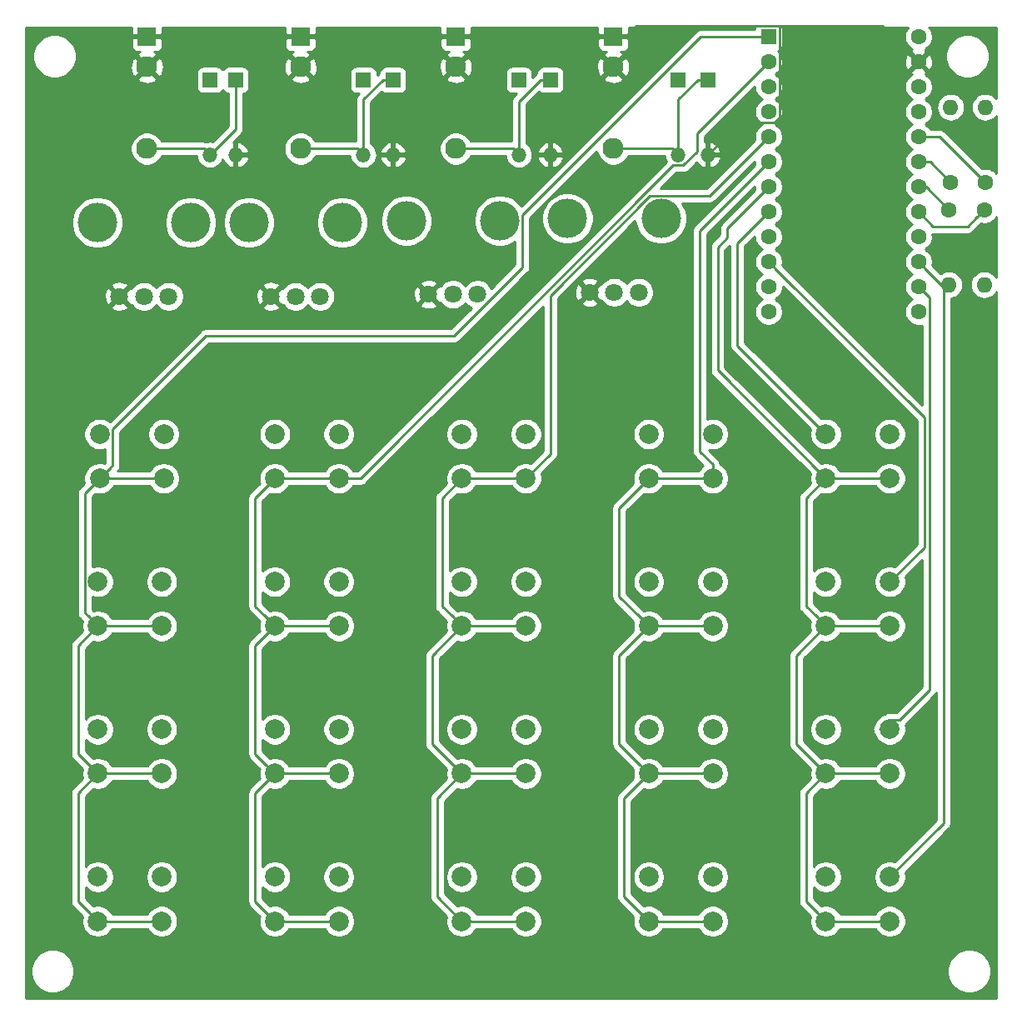
<source format=gbr>
G04 #@! TF.GenerationSoftware,KiCad,Pcbnew,(5.1.4-0-10_14)*
G04 #@! TF.CreationDate,2021-06-29T18:32:42+12:00*
G04 #@! TF.ProjectId,recur_control,72656375-725f-4636-9f6e-74726f6c2e6b,rev?*
G04 #@! TF.SameCoordinates,Original*
G04 #@! TF.FileFunction,Copper,L1,Top*
G04 #@! TF.FilePolarity,Positive*
%FSLAX46Y46*%
G04 Gerber Fmt 4.6, Leading zero omitted, Abs format (unit mm)*
G04 Created by KiCad (PCBNEW (5.1.4-0-10_14)) date 2021-06-29 18:32:42*
%MOMM*%
%LPD*%
G04 APERTURE LIST*
%ADD10O,1.500000X1.500000*%
%ADD11R,1.500000X1.500000*%
%ADD12C,2.130000*%
%ADD13R,1.930000X1.830000*%
%ADD14C,4.000000*%
%ADD15C,1.800000*%
%ADD16C,2.000000*%
%ADD17C,1.600000*%
%ADD18R,1.600000X1.600000*%
%ADD19O,1.600000X1.600000*%
%ADD20C,0.250000*%
%ADD21C,0.254000*%
G04 APERTURE END LIST*
D10*
X124400000Y-63620000D03*
D11*
X124400000Y-56000000D03*
D10*
X140000000Y-63620000D03*
D11*
X140000000Y-56000000D03*
D10*
X155800000Y-63620000D03*
D11*
X155800000Y-56000000D03*
D10*
X172000000Y-63620000D03*
D11*
X172000000Y-56000000D03*
D10*
X127000000Y-63620000D03*
D11*
X127000000Y-56000000D03*
D10*
X143000000Y-63620000D03*
D11*
X143000000Y-56000000D03*
D10*
X159000000Y-63620000D03*
D11*
X159000000Y-56000000D03*
D10*
X175000000Y-63620000D03*
D11*
X175000000Y-56000000D03*
D12*
X118000000Y-63000000D03*
D13*
X118000000Y-51600000D03*
D12*
X118000000Y-54700000D03*
X133600000Y-63000000D03*
D13*
X133600000Y-51600000D03*
D12*
X133600000Y-54700000D03*
X149400000Y-63000000D03*
D13*
X149400000Y-51600000D03*
D12*
X149400000Y-54700000D03*
X165400000Y-63000000D03*
D13*
X165400000Y-51600000D03*
D12*
X165400000Y-54700000D03*
D14*
X122450000Y-70500000D03*
X112950000Y-70500000D03*
D15*
X120200000Y-78000000D03*
X117700000Y-78000000D03*
X115200000Y-78000000D03*
D14*
X137850000Y-70500000D03*
X128350000Y-70500000D03*
D15*
X135600000Y-78000000D03*
X133100000Y-78000000D03*
X130600000Y-78000000D03*
D14*
X153850000Y-70300000D03*
X144350000Y-70300000D03*
D15*
X151600000Y-77800000D03*
X149100000Y-77800000D03*
X146600000Y-77800000D03*
D14*
X170250000Y-70100000D03*
X160750000Y-70100000D03*
D15*
X168000000Y-77600000D03*
X165500000Y-77600000D03*
X163000000Y-77600000D03*
D16*
X119700000Y-92000000D03*
X119700000Y-96500000D03*
X113200000Y-92000000D03*
X113200000Y-96500000D03*
X137500000Y-92000000D03*
X137500000Y-96500000D03*
X131000000Y-92000000D03*
X131000000Y-96500000D03*
X156500000Y-92000000D03*
X156500000Y-96500000D03*
X150000000Y-92000000D03*
X150000000Y-96500000D03*
X175500000Y-92000000D03*
X175500000Y-96500000D03*
X169000000Y-92000000D03*
X169000000Y-96500000D03*
X193500000Y-92000000D03*
X193500000Y-96500000D03*
X187000000Y-92000000D03*
X187000000Y-96500000D03*
X119500000Y-107000000D03*
X119500000Y-111500000D03*
X113000000Y-107000000D03*
X113000000Y-111500000D03*
X137500000Y-107000000D03*
X137500000Y-111500000D03*
X131000000Y-107000000D03*
X131000000Y-111500000D03*
X156500000Y-107000000D03*
X156500000Y-111500000D03*
X150000000Y-107000000D03*
X150000000Y-111500000D03*
X175500000Y-107000000D03*
X175500000Y-111500000D03*
X169000000Y-107000000D03*
X169000000Y-111500000D03*
X193500000Y-107000000D03*
X193500000Y-111500000D03*
X187000000Y-107000000D03*
X187000000Y-111500000D03*
X119500000Y-122000000D03*
X119500000Y-126500000D03*
X113000000Y-122000000D03*
X113000000Y-126500000D03*
X137500000Y-122000000D03*
X137500000Y-126500000D03*
X131000000Y-122000000D03*
X131000000Y-126500000D03*
X156500000Y-122000000D03*
X156500000Y-126500000D03*
X150000000Y-122000000D03*
X150000000Y-126500000D03*
X175500000Y-122000000D03*
X175500000Y-126500000D03*
X169000000Y-122000000D03*
X169000000Y-126500000D03*
X193500000Y-122000000D03*
X193500000Y-126500000D03*
X187000000Y-122000000D03*
X187000000Y-126500000D03*
X119500000Y-137000000D03*
X119500000Y-141500000D03*
X113000000Y-137000000D03*
X113000000Y-141500000D03*
X137500000Y-137000000D03*
X137500000Y-141500000D03*
X131000000Y-137000000D03*
X131000000Y-141500000D03*
X156500000Y-137000000D03*
X156500000Y-141500000D03*
X150000000Y-137000000D03*
X150000000Y-141500000D03*
X175500000Y-137000000D03*
X175500000Y-141500000D03*
X169000000Y-137000000D03*
X169000000Y-141500000D03*
X193500000Y-137000000D03*
X193500000Y-141500000D03*
X187000000Y-137000000D03*
X187000000Y-141500000D03*
D17*
X196420000Y-51630000D03*
X196420000Y-54170000D03*
X196420000Y-56710000D03*
X196420000Y-59250000D03*
X196420000Y-61790000D03*
X196420000Y-64330000D03*
X196420000Y-66870000D03*
X196420000Y-69410000D03*
X196420000Y-71950000D03*
X196420000Y-74490000D03*
X196420000Y-77030000D03*
X196420000Y-79570000D03*
X181180000Y-79570000D03*
X181180000Y-77030000D03*
X181180000Y-74490000D03*
X181180000Y-71950000D03*
X181180000Y-69410000D03*
X181180000Y-66870000D03*
X181180000Y-64330000D03*
X181180000Y-61790000D03*
X181180000Y-59250000D03*
X181180000Y-56710000D03*
X181180000Y-54170000D03*
D18*
X181180000Y-51630000D03*
D19*
X203100000Y-76820000D03*
D17*
X203100000Y-69200000D03*
X199500000Y-69200000D03*
D19*
X199500000Y-76820000D03*
X199700000Y-58780000D03*
D17*
X199700000Y-66400000D03*
X203200000Y-66400000D03*
D19*
X203200000Y-58780000D03*
D20*
X197630000Y-64330000D02*
X196420000Y-64330000D01*
X199700000Y-66400000D02*
X197630000Y-64330000D01*
X198590000Y-61790000D02*
X196420000Y-61790000D01*
X203200000Y-66400000D02*
X198590000Y-61790000D01*
X202300001Y-69999999D02*
X203100000Y-69200000D01*
X201400000Y-70900000D02*
X202300001Y-69999999D01*
X197910000Y-70900000D02*
X201400000Y-70900000D01*
X196420000Y-69410000D02*
X197910000Y-70900000D01*
X197170000Y-66870000D02*
X196420000Y-66870000D01*
X199500000Y-69200000D02*
X197170000Y-66870000D01*
X192754999Y-50504999D02*
X167710001Y-50504999D01*
X196420000Y-54170000D02*
X192754999Y-50504999D01*
X182305001Y-50569999D02*
X182240001Y-50504999D01*
X182305001Y-59790001D02*
X182305001Y-50569999D01*
X181720001Y-60375001D02*
X182305001Y-59790001D01*
X166615000Y-51600000D02*
X165400000Y-51600000D01*
X182240001Y-50504999D02*
X167710001Y-50504999D01*
X178244999Y-60375001D02*
X181720001Y-60375001D01*
X167710001Y-50504999D02*
X166615000Y-51600000D01*
X175000000Y-63620000D02*
X178244999Y-60375001D01*
X187000000Y-92000000D02*
X178000000Y-83000000D01*
X178000000Y-72590000D02*
X181180000Y-69410000D01*
X178000000Y-83000000D02*
X178000000Y-72590000D01*
X156175001Y-75038001D02*
X149213002Y-82000000D01*
X156175001Y-69739997D02*
X156175001Y-75038001D01*
X174284998Y-51630000D02*
X156175001Y-69739997D01*
X181180000Y-51630000D02*
X174284998Y-51630000D01*
X114525001Y-95174999D02*
X114199999Y-95500001D01*
X114525001Y-91474999D02*
X114525001Y-95174999D01*
X124000000Y-82000000D02*
X114525001Y-91474999D01*
X114199999Y-95500001D02*
X113200000Y-96500000D01*
X149213002Y-82000000D02*
X124000000Y-82000000D01*
X112000001Y-110500001D02*
X113000000Y-111500000D01*
X111674999Y-110174999D02*
X112000001Y-110500001D01*
X111674999Y-98025001D02*
X111674999Y-110174999D01*
X113200000Y-96500000D02*
X111674999Y-98025001D01*
X112000001Y-125500001D02*
X113000000Y-126500000D01*
X111000000Y-124500000D02*
X112000001Y-125500001D01*
X111000000Y-113500000D02*
X111000000Y-124500000D01*
X113000000Y-111500000D02*
X111000000Y-113500000D01*
X112000001Y-140500001D02*
X113000000Y-141500000D01*
X111000000Y-139500000D02*
X112000001Y-140500001D01*
X111000000Y-128500000D02*
X111000000Y-139500000D01*
X113000000Y-126500000D02*
X111000000Y-128500000D01*
X118085787Y-111500000D02*
X113000000Y-111500000D01*
X119500000Y-111500000D02*
X118085787Y-111500000D01*
X113000000Y-126500000D02*
X119500000Y-126500000D01*
X118085787Y-141500000D02*
X113000000Y-141500000D01*
X119500000Y-141500000D02*
X118085787Y-141500000D01*
X118285787Y-96500000D02*
X113200000Y-96500000D01*
X119700000Y-96500000D02*
X118285787Y-96500000D01*
X173924999Y-61425001D02*
X180380001Y-54969999D01*
X173924999Y-63286003D02*
X173924999Y-61425001D01*
X180380001Y-54969999D02*
X181180000Y-54170000D01*
X172516001Y-64695001D02*
X173924999Y-63286003D01*
X171483999Y-64695001D02*
X172516001Y-64695001D01*
X139679000Y-96500000D02*
X171483999Y-64695001D01*
X137500000Y-96500000D02*
X139679000Y-96500000D01*
X130000001Y-110500001D02*
X131000000Y-111500000D01*
X129000000Y-109500000D02*
X130000001Y-110500001D01*
X129000000Y-98500000D02*
X129000000Y-109500000D01*
X131000000Y-96500000D02*
X129000000Y-98500000D01*
X129000000Y-124500000D02*
X130000001Y-125500001D01*
X130000001Y-125500001D02*
X131000000Y-126500000D01*
X129000000Y-113500000D02*
X129000000Y-124500000D01*
X131000000Y-111500000D02*
X129000000Y-113500000D01*
X129000000Y-139500000D02*
X130000001Y-140500001D01*
X130000001Y-140500001D02*
X131000000Y-141500000D01*
X129000000Y-128500000D02*
X129000000Y-139500000D01*
X131000000Y-126500000D02*
X129000000Y-128500000D01*
X131000000Y-96500000D02*
X137500000Y-96500000D01*
X136085787Y-111500000D02*
X131000000Y-111500000D01*
X137500000Y-111500000D02*
X136085787Y-111500000D01*
X131000000Y-126500000D02*
X137500000Y-126500000D01*
X136085787Y-141500000D02*
X131000000Y-141500000D01*
X137500000Y-141500000D02*
X136085787Y-141500000D01*
X156500000Y-96500000D02*
X159000000Y-94000000D01*
X169133999Y-67774999D02*
X175195001Y-67774999D01*
X180380001Y-62589999D02*
X181180000Y-61790000D01*
X175195001Y-67774999D02*
X180380001Y-62589999D01*
X159000000Y-77908998D02*
X169133999Y-67774999D01*
X159000000Y-94000000D02*
X159000000Y-77908998D01*
X149000001Y-110500001D02*
X150000000Y-111500000D01*
X148000000Y-98500000D02*
X148000000Y-109500000D01*
X148000000Y-109500000D02*
X149000001Y-110500001D01*
X150000000Y-96500000D02*
X148000000Y-98500000D01*
X149000001Y-125500001D02*
X150000000Y-126500000D01*
X147000000Y-114500000D02*
X147000000Y-123500000D01*
X147000000Y-123500000D02*
X149000001Y-125500001D01*
X150000000Y-111500000D02*
X147000000Y-114500000D01*
X150000000Y-126500000D02*
X147500000Y-129000000D01*
X147500000Y-139000000D02*
X150000000Y-141500000D01*
X147500000Y-129000000D02*
X147500000Y-139000000D01*
X150000000Y-96500000D02*
X156500000Y-96500000D01*
X155085787Y-111500000D02*
X150000000Y-111500000D01*
X156500000Y-111500000D02*
X155085787Y-111500000D01*
X150000000Y-126500000D02*
X156500000Y-126500000D01*
X155085787Y-141500000D02*
X150000000Y-141500000D01*
X156500000Y-141500000D02*
X155085787Y-141500000D01*
X180380001Y-65129999D02*
X181180000Y-64330000D01*
X174174999Y-71335001D02*
X180380001Y-65129999D01*
X174174999Y-93760786D02*
X174174999Y-71335001D01*
X175500000Y-95085787D02*
X174174999Y-93760786D01*
X175500000Y-96500000D02*
X175500000Y-95085787D01*
X168000001Y-110500001D02*
X169000000Y-111500000D01*
X166000000Y-108500000D02*
X168000001Y-110500001D01*
X166000000Y-99500000D02*
X166000000Y-108500000D01*
X169000000Y-96500000D02*
X166000000Y-99500000D01*
X168000001Y-125500001D02*
X169000000Y-126500000D01*
X166000000Y-114500000D02*
X166000000Y-123500000D01*
X166000000Y-123500000D02*
X168000001Y-125500001D01*
X169000000Y-111500000D02*
X166000000Y-114500000D01*
X169000000Y-126500000D02*
X166500000Y-129000000D01*
X166500000Y-139000000D02*
X169000000Y-141500000D01*
X166500000Y-129000000D02*
X166500000Y-139000000D01*
X169000000Y-96500000D02*
X175500000Y-96500000D01*
X174085787Y-111500000D02*
X169000000Y-111500000D01*
X175500000Y-111500000D02*
X174085787Y-111500000D01*
X169000000Y-126500000D02*
X175500000Y-126500000D01*
X175500000Y-141500000D02*
X169000000Y-141500000D01*
X176000000Y-85500000D02*
X176000000Y-73000000D01*
X187000000Y-96500000D02*
X176000000Y-85500000D01*
X180380001Y-67669999D02*
X181180000Y-66870000D01*
X177000000Y-71050000D02*
X180380001Y-67669999D01*
X177000000Y-72000000D02*
X177000000Y-71050000D01*
X176000000Y-73000000D02*
X177000000Y-72000000D01*
X186000001Y-110500001D02*
X187000000Y-111500000D01*
X185000000Y-109500000D02*
X186000001Y-110500001D01*
X185000000Y-98500000D02*
X185000000Y-109500000D01*
X187000000Y-96500000D02*
X185000000Y-98500000D01*
X186000001Y-125500001D02*
X187000000Y-126500000D01*
X184000000Y-123500000D02*
X186000001Y-125500001D01*
X184000000Y-114500000D02*
X184000000Y-123500000D01*
X187000000Y-111500000D02*
X184000000Y-114500000D01*
X186000001Y-140500001D02*
X187000000Y-141500000D01*
X185000000Y-128500000D02*
X185000000Y-139500000D01*
X185000000Y-139500000D02*
X186000001Y-140500001D01*
X187000000Y-126500000D02*
X185000000Y-128500000D01*
X187000000Y-96500000D02*
X193500000Y-96500000D01*
X193500000Y-111500000D02*
X187000000Y-111500000D01*
X187000000Y-126500000D02*
X193500000Y-126500000D01*
X192085787Y-141500000D02*
X187000000Y-141500000D01*
X193500000Y-141500000D02*
X192085787Y-141500000D01*
X181979999Y-75289999D02*
X181180000Y-74490000D01*
X197000000Y-90310000D02*
X181979999Y-75289999D01*
X197000000Y-103500000D02*
X197000000Y-90310000D01*
X193500000Y-107000000D02*
X197000000Y-103500000D01*
X193499999Y-121000001D02*
X192500000Y-122000000D01*
X197545001Y-117954999D02*
X194499999Y-121000001D01*
X197545001Y-78155001D02*
X197545001Y-117954999D01*
X196420000Y-77030000D02*
X197545001Y-78155001D01*
X193499999Y-121000001D02*
X194499999Y-121000001D01*
X199000000Y-77070000D02*
X197219999Y-75289999D01*
X199000000Y-131500000D02*
X199000000Y-77070000D01*
X197219999Y-75289999D02*
X196420000Y-74490000D01*
X193500000Y-137000000D02*
X199000000Y-131500000D01*
X123780000Y-63000000D02*
X124400000Y-63620000D01*
X118000000Y-63000000D02*
X123780000Y-63000000D01*
X127000000Y-61020000D02*
X127000000Y-56000000D01*
X124400000Y-63620000D02*
X127000000Y-61020000D01*
X139380000Y-63000000D02*
X140000000Y-63620000D01*
X133600000Y-63000000D02*
X139380000Y-63000000D01*
X142000000Y-56000000D02*
X143000000Y-56000000D01*
X140000000Y-58000000D02*
X142000000Y-56000000D01*
X140000000Y-63620000D02*
X140000000Y-58000000D01*
X155180000Y-63000000D02*
X155800000Y-63620000D01*
X149400000Y-63000000D02*
X155180000Y-63000000D01*
X158000000Y-56000000D02*
X159000000Y-56000000D01*
X155800000Y-58200000D02*
X158000000Y-56000000D01*
X155800000Y-63620000D02*
X155800000Y-58200000D01*
X171380000Y-63000000D02*
X172000000Y-63620000D01*
X165400000Y-63000000D02*
X171380000Y-63000000D01*
X174000000Y-56000000D02*
X175000000Y-56000000D01*
X172000000Y-58000000D02*
X174000000Y-56000000D01*
X172000000Y-63620000D02*
X172000000Y-58000000D01*
D21*
G36*
X116396928Y-50685000D02*
G01*
X116400000Y-51314250D01*
X116558750Y-51473000D01*
X117873000Y-51473000D01*
X117873000Y-51453000D01*
X118127000Y-51453000D01*
X118127000Y-51473000D01*
X119441250Y-51473000D01*
X119600000Y-51314250D01*
X119603072Y-50685000D01*
X119600610Y-50660000D01*
X131999390Y-50660000D01*
X131996928Y-50685000D01*
X132000000Y-51314250D01*
X132158750Y-51473000D01*
X133473000Y-51473000D01*
X133473000Y-51453000D01*
X133727000Y-51453000D01*
X133727000Y-51473000D01*
X135041250Y-51473000D01*
X135200000Y-51314250D01*
X135203072Y-50685000D01*
X135200610Y-50660000D01*
X147799390Y-50660000D01*
X147796928Y-50685000D01*
X147800000Y-51314250D01*
X147958750Y-51473000D01*
X149273000Y-51473000D01*
X149273000Y-51453000D01*
X149527000Y-51453000D01*
X149527000Y-51473000D01*
X150841250Y-51473000D01*
X151000000Y-51314250D01*
X151003072Y-50685000D01*
X151000610Y-50660000D01*
X163799390Y-50660000D01*
X163796928Y-50685000D01*
X163800000Y-51314250D01*
X163958750Y-51473000D01*
X165273000Y-51473000D01*
X165273000Y-51453000D01*
X165527000Y-51453000D01*
X165527000Y-51473000D01*
X166841250Y-51473000D01*
X167000000Y-51314250D01*
X167003072Y-50685000D01*
X167000610Y-50660000D01*
X179767996Y-50660000D01*
X179754188Y-50705518D01*
X179741928Y-50830000D01*
X179741928Y-50870000D01*
X174322320Y-50870000D01*
X174284997Y-50866324D01*
X174247674Y-50870000D01*
X174247665Y-50870000D01*
X174136012Y-50880997D01*
X173992751Y-50924454D01*
X173860722Y-50995026D01*
X173744997Y-51089999D01*
X173721199Y-51118997D01*
X156026183Y-68814014D01*
X155896738Y-68620285D01*
X155529715Y-68253262D01*
X155098141Y-67964893D01*
X154618601Y-67766261D01*
X154109525Y-67665000D01*
X153590475Y-67665000D01*
X153081399Y-67766261D01*
X152601859Y-67964893D01*
X152170285Y-68253262D01*
X151803262Y-68620285D01*
X151514893Y-69051859D01*
X151316261Y-69531399D01*
X151215000Y-70040475D01*
X151215000Y-70559525D01*
X151316261Y-71068601D01*
X151514893Y-71548141D01*
X151803262Y-71979715D01*
X152170285Y-72346738D01*
X152601859Y-72635107D01*
X153081399Y-72833739D01*
X153590475Y-72935000D01*
X154109525Y-72935000D01*
X154618601Y-72833739D01*
X155098141Y-72635107D01*
X155415002Y-72423387D01*
X155415002Y-74723197D01*
X152991052Y-77147148D01*
X152960299Y-77072905D01*
X152792312Y-76821495D01*
X152578505Y-76607688D01*
X152327095Y-76439701D01*
X152047743Y-76323989D01*
X151751184Y-76265000D01*
X151448816Y-76265000D01*
X151152257Y-76323989D01*
X150872905Y-76439701D01*
X150621495Y-76607688D01*
X150407688Y-76821495D01*
X150350000Y-76907831D01*
X150292312Y-76821495D01*
X150078505Y-76607688D01*
X149827095Y-76439701D01*
X149547743Y-76323989D01*
X149251184Y-76265000D01*
X148948816Y-76265000D01*
X148652257Y-76323989D01*
X148372905Y-76439701D01*
X148121495Y-76607688D01*
X147907688Y-76821495D01*
X147812262Y-76964310D01*
X147664080Y-76915525D01*
X146779605Y-77800000D01*
X147664080Y-78684475D01*
X147812262Y-78635690D01*
X147907688Y-78778505D01*
X148121495Y-78992312D01*
X148372905Y-79160299D01*
X148652257Y-79276011D01*
X148948816Y-79335000D01*
X149251184Y-79335000D01*
X149547743Y-79276011D01*
X149827095Y-79160299D01*
X150078505Y-78992312D01*
X150292312Y-78778505D01*
X150350000Y-78692169D01*
X150407688Y-78778505D01*
X150621495Y-78992312D01*
X150872905Y-79160299D01*
X150947149Y-79191052D01*
X148898201Y-81240000D01*
X124037322Y-81240000D01*
X123999999Y-81236324D01*
X123962676Y-81240000D01*
X123962667Y-81240000D01*
X123851014Y-81250997D01*
X123707753Y-81294454D01*
X123575723Y-81365026D01*
X123492083Y-81433668D01*
X123459999Y-81459999D01*
X123436201Y-81488997D01*
X114214038Y-90711161D01*
X113974463Y-90551082D01*
X113676912Y-90427832D01*
X113361033Y-90365000D01*
X113038967Y-90365000D01*
X112723088Y-90427832D01*
X112425537Y-90551082D01*
X112157748Y-90730013D01*
X111930013Y-90957748D01*
X111751082Y-91225537D01*
X111627832Y-91523088D01*
X111565000Y-91838967D01*
X111565000Y-92161033D01*
X111627832Y-92476912D01*
X111751082Y-92774463D01*
X111930013Y-93042252D01*
X112157748Y-93269987D01*
X112425537Y-93448918D01*
X112723088Y-93572168D01*
X113038967Y-93635000D01*
X113361033Y-93635000D01*
X113676912Y-93572168D01*
X113765002Y-93535680D01*
X113765002Y-94860197D01*
X113691376Y-94933823D01*
X113676912Y-94927832D01*
X113361033Y-94865000D01*
X113038967Y-94865000D01*
X112723088Y-94927832D01*
X112425537Y-95051082D01*
X112157748Y-95230013D01*
X111930013Y-95457748D01*
X111751082Y-95725537D01*
X111627832Y-96023088D01*
X111565000Y-96338967D01*
X111565000Y-96661033D01*
X111627832Y-96976912D01*
X111633823Y-96991376D01*
X111164002Y-97461197D01*
X111134998Y-97485000D01*
X111088013Y-97542252D01*
X111040025Y-97600725D01*
X110969454Y-97732754D01*
X110969453Y-97732755D01*
X110925996Y-97876016D01*
X110914999Y-97987669D01*
X110914999Y-97987679D01*
X110911323Y-98025001D01*
X110914999Y-98062323D01*
X110915000Y-110137667D01*
X110911323Y-110174999D01*
X110915000Y-110212332D01*
X110916742Y-110230013D01*
X110925997Y-110323984D01*
X110969453Y-110467245D01*
X111040025Y-110599275D01*
X111111200Y-110686001D01*
X111134999Y-110715000D01*
X111163997Y-110738798D01*
X111433823Y-111008624D01*
X111427832Y-111023088D01*
X111365000Y-111338967D01*
X111365000Y-111661033D01*
X111427832Y-111976912D01*
X111433823Y-111991376D01*
X110489003Y-112936196D01*
X110459999Y-112959999D01*
X110404871Y-113027174D01*
X110365026Y-113075724D01*
X110333342Y-113135000D01*
X110294454Y-113207754D01*
X110250997Y-113351015D01*
X110240000Y-113462668D01*
X110240000Y-113462678D01*
X110236324Y-113500000D01*
X110240000Y-113537322D01*
X110240001Y-124462668D01*
X110236324Y-124500000D01*
X110250998Y-124648985D01*
X110294454Y-124792246D01*
X110365026Y-124924276D01*
X110418143Y-124988998D01*
X110460000Y-125040001D01*
X110488998Y-125063799D01*
X111433823Y-126008625D01*
X111427832Y-126023088D01*
X111365000Y-126338967D01*
X111365000Y-126661033D01*
X111427832Y-126976912D01*
X111433823Y-126991376D01*
X110489003Y-127936196D01*
X110459999Y-127959999D01*
X110404871Y-128027174D01*
X110365026Y-128075724D01*
X110333342Y-128135000D01*
X110294454Y-128207754D01*
X110250997Y-128351015D01*
X110240000Y-128462668D01*
X110240000Y-128462678D01*
X110236324Y-128500000D01*
X110240000Y-128537322D01*
X110240001Y-139462668D01*
X110236324Y-139500000D01*
X110250998Y-139648985D01*
X110294454Y-139792246D01*
X110365026Y-139924276D01*
X110418143Y-139988998D01*
X110460000Y-140040001D01*
X110488998Y-140063799D01*
X111433823Y-141008625D01*
X111427832Y-141023088D01*
X111365000Y-141338967D01*
X111365000Y-141661033D01*
X111427832Y-141976912D01*
X111551082Y-142274463D01*
X111730013Y-142542252D01*
X111957748Y-142769987D01*
X112225537Y-142948918D01*
X112523088Y-143072168D01*
X112838967Y-143135000D01*
X113161033Y-143135000D01*
X113476912Y-143072168D01*
X113774463Y-142948918D01*
X114042252Y-142769987D01*
X114269987Y-142542252D01*
X114448918Y-142274463D01*
X114454909Y-142260000D01*
X118045091Y-142260000D01*
X118051082Y-142274463D01*
X118230013Y-142542252D01*
X118457748Y-142769987D01*
X118725537Y-142948918D01*
X119023088Y-143072168D01*
X119338967Y-143135000D01*
X119661033Y-143135000D01*
X119976912Y-143072168D01*
X120274463Y-142948918D01*
X120542252Y-142769987D01*
X120769987Y-142542252D01*
X120948918Y-142274463D01*
X121072168Y-141976912D01*
X121135000Y-141661033D01*
X121135000Y-141338967D01*
X121072168Y-141023088D01*
X120948918Y-140725537D01*
X120769987Y-140457748D01*
X120542252Y-140230013D01*
X120274463Y-140051082D01*
X119976912Y-139927832D01*
X119661033Y-139865000D01*
X119338967Y-139865000D01*
X119023088Y-139927832D01*
X118725537Y-140051082D01*
X118457748Y-140230013D01*
X118230013Y-140457748D01*
X118051082Y-140725537D01*
X118045091Y-140740000D01*
X114454909Y-140740000D01*
X114448918Y-140725537D01*
X114269987Y-140457748D01*
X114042252Y-140230013D01*
X113774463Y-140051082D01*
X113476912Y-139927832D01*
X113161033Y-139865000D01*
X112838967Y-139865000D01*
X112523088Y-139927832D01*
X112508625Y-139933823D01*
X111760000Y-139185199D01*
X111760000Y-138072239D01*
X111957748Y-138269987D01*
X112225537Y-138448918D01*
X112523088Y-138572168D01*
X112838967Y-138635000D01*
X113161033Y-138635000D01*
X113476912Y-138572168D01*
X113774463Y-138448918D01*
X114042252Y-138269987D01*
X114269987Y-138042252D01*
X114448918Y-137774463D01*
X114572168Y-137476912D01*
X114635000Y-137161033D01*
X114635000Y-136838967D01*
X117865000Y-136838967D01*
X117865000Y-137161033D01*
X117927832Y-137476912D01*
X118051082Y-137774463D01*
X118230013Y-138042252D01*
X118457748Y-138269987D01*
X118725537Y-138448918D01*
X119023088Y-138572168D01*
X119338967Y-138635000D01*
X119661033Y-138635000D01*
X119976912Y-138572168D01*
X120274463Y-138448918D01*
X120542252Y-138269987D01*
X120769987Y-138042252D01*
X120948918Y-137774463D01*
X121072168Y-137476912D01*
X121135000Y-137161033D01*
X121135000Y-136838967D01*
X121072168Y-136523088D01*
X120948918Y-136225537D01*
X120769987Y-135957748D01*
X120542252Y-135730013D01*
X120274463Y-135551082D01*
X119976912Y-135427832D01*
X119661033Y-135365000D01*
X119338967Y-135365000D01*
X119023088Y-135427832D01*
X118725537Y-135551082D01*
X118457748Y-135730013D01*
X118230013Y-135957748D01*
X118051082Y-136225537D01*
X117927832Y-136523088D01*
X117865000Y-136838967D01*
X114635000Y-136838967D01*
X114572168Y-136523088D01*
X114448918Y-136225537D01*
X114269987Y-135957748D01*
X114042252Y-135730013D01*
X113774463Y-135551082D01*
X113476912Y-135427832D01*
X113161033Y-135365000D01*
X112838967Y-135365000D01*
X112523088Y-135427832D01*
X112225537Y-135551082D01*
X111957748Y-135730013D01*
X111760000Y-135927761D01*
X111760000Y-128814801D01*
X112508624Y-128066177D01*
X112523088Y-128072168D01*
X112838967Y-128135000D01*
X113161033Y-128135000D01*
X113476912Y-128072168D01*
X113774463Y-127948918D01*
X114042252Y-127769987D01*
X114269987Y-127542252D01*
X114448918Y-127274463D01*
X114454909Y-127260000D01*
X118045091Y-127260000D01*
X118051082Y-127274463D01*
X118230013Y-127542252D01*
X118457748Y-127769987D01*
X118725537Y-127948918D01*
X119023088Y-128072168D01*
X119338967Y-128135000D01*
X119661033Y-128135000D01*
X119976912Y-128072168D01*
X120274463Y-127948918D01*
X120542252Y-127769987D01*
X120769987Y-127542252D01*
X120948918Y-127274463D01*
X121072168Y-126976912D01*
X121135000Y-126661033D01*
X121135000Y-126338967D01*
X121072168Y-126023088D01*
X120948918Y-125725537D01*
X120769987Y-125457748D01*
X120542252Y-125230013D01*
X120274463Y-125051082D01*
X119976912Y-124927832D01*
X119661033Y-124865000D01*
X119338967Y-124865000D01*
X119023088Y-124927832D01*
X118725537Y-125051082D01*
X118457748Y-125230013D01*
X118230013Y-125457748D01*
X118051082Y-125725537D01*
X118045091Y-125740000D01*
X114454909Y-125740000D01*
X114448918Y-125725537D01*
X114269987Y-125457748D01*
X114042252Y-125230013D01*
X113774463Y-125051082D01*
X113476912Y-124927832D01*
X113161033Y-124865000D01*
X112838967Y-124865000D01*
X112523088Y-124927832D01*
X112508625Y-124933823D01*
X111760000Y-124185199D01*
X111760000Y-123072239D01*
X111957748Y-123269987D01*
X112225537Y-123448918D01*
X112523088Y-123572168D01*
X112838967Y-123635000D01*
X113161033Y-123635000D01*
X113476912Y-123572168D01*
X113774463Y-123448918D01*
X114042252Y-123269987D01*
X114269987Y-123042252D01*
X114448918Y-122774463D01*
X114572168Y-122476912D01*
X114635000Y-122161033D01*
X114635000Y-121838967D01*
X117865000Y-121838967D01*
X117865000Y-122161033D01*
X117927832Y-122476912D01*
X118051082Y-122774463D01*
X118230013Y-123042252D01*
X118457748Y-123269987D01*
X118725537Y-123448918D01*
X119023088Y-123572168D01*
X119338967Y-123635000D01*
X119661033Y-123635000D01*
X119976912Y-123572168D01*
X120274463Y-123448918D01*
X120542252Y-123269987D01*
X120769987Y-123042252D01*
X120948918Y-122774463D01*
X121072168Y-122476912D01*
X121135000Y-122161033D01*
X121135000Y-121838967D01*
X121072168Y-121523088D01*
X120948918Y-121225537D01*
X120769987Y-120957748D01*
X120542252Y-120730013D01*
X120274463Y-120551082D01*
X119976912Y-120427832D01*
X119661033Y-120365000D01*
X119338967Y-120365000D01*
X119023088Y-120427832D01*
X118725537Y-120551082D01*
X118457748Y-120730013D01*
X118230013Y-120957748D01*
X118051082Y-121225537D01*
X117927832Y-121523088D01*
X117865000Y-121838967D01*
X114635000Y-121838967D01*
X114572168Y-121523088D01*
X114448918Y-121225537D01*
X114269987Y-120957748D01*
X114042252Y-120730013D01*
X113774463Y-120551082D01*
X113476912Y-120427832D01*
X113161033Y-120365000D01*
X112838967Y-120365000D01*
X112523088Y-120427832D01*
X112225537Y-120551082D01*
X111957748Y-120730013D01*
X111760000Y-120927761D01*
X111760000Y-113814801D01*
X112508624Y-113066177D01*
X112523088Y-113072168D01*
X112838967Y-113135000D01*
X113161033Y-113135000D01*
X113476912Y-113072168D01*
X113774463Y-112948918D01*
X114042252Y-112769987D01*
X114269987Y-112542252D01*
X114448918Y-112274463D01*
X114454909Y-112260000D01*
X118045091Y-112260000D01*
X118051082Y-112274463D01*
X118230013Y-112542252D01*
X118457748Y-112769987D01*
X118725537Y-112948918D01*
X119023088Y-113072168D01*
X119338967Y-113135000D01*
X119661033Y-113135000D01*
X119976912Y-113072168D01*
X120274463Y-112948918D01*
X120542252Y-112769987D01*
X120769987Y-112542252D01*
X120948918Y-112274463D01*
X121072168Y-111976912D01*
X121135000Y-111661033D01*
X121135000Y-111338967D01*
X121072168Y-111023088D01*
X120948918Y-110725537D01*
X120769987Y-110457748D01*
X120542252Y-110230013D01*
X120274463Y-110051082D01*
X119976912Y-109927832D01*
X119661033Y-109865000D01*
X119338967Y-109865000D01*
X119023088Y-109927832D01*
X118725537Y-110051082D01*
X118457748Y-110230013D01*
X118230013Y-110457748D01*
X118051082Y-110725537D01*
X118045091Y-110740000D01*
X114454909Y-110740000D01*
X114448918Y-110725537D01*
X114269987Y-110457748D01*
X114042252Y-110230013D01*
X113774463Y-110051082D01*
X113476912Y-109927832D01*
X113161033Y-109865000D01*
X112838967Y-109865000D01*
X112523088Y-109927832D01*
X112508624Y-109933823D01*
X112434999Y-109860198D01*
X112434999Y-108535680D01*
X112523088Y-108572168D01*
X112838967Y-108635000D01*
X113161033Y-108635000D01*
X113476912Y-108572168D01*
X113774463Y-108448918D01*
X114042252Y-108269987D01*
X114269987Y-108042252D01*
X114448918Y-107774463D01*
X114572168Y-107476912D01*
X114635000Y-107161033D01*
X114635000Y-106838967D01*
X117865000Y-106838967D01*
X117865000Y-107161033D01*
X117927832Y-107476912D01*
X118051082Y-107774463D01*
X118230013Y-108042252D01*
X118457748Y-108269987D01*
X118725537Y-108448918D01*
X119023088Y-108572168D01*
X119338967Y-108635000D01*
X119661033Y-108635000D01*
X119976912Y-108572168D01*
X120274463Y-108448918D01*
X120542252Y-108269987D01*
X120769987Y-108042252D01*
X120948918Y-107774463D01*
X121072168Y-107476912D01*
X121135000Y-107161033D01*
X121135000Y-106838967D01*
X121072168Y-106523088D01*
X120948918Y-106225537D01*
X120769987Y-105957748D01*
X120542252Y-105730013D01*
X120274463Y-105551082D01*
X119976912Y-105427832D01*
X119661033Y-105365000D01*
X119338967Y-105365000D01*
X119023088Y-105427832D01*
X118725537Y-105551082D01*
X118457748Y-105730013D01*
X118230013Y-105957748D01*
X118051082Y-106225537D01*
X117927832Y-106523088D01*
X117865000Y-106838967D01*
X114635000Y-106838967D01*
X114572168Y-106523088D01*
X114448918Y-106225537D01*
X114269987Y-105957748D01*
X114042252Y-105730013D01*
X113774463Y-105551082D01*
X113476912Y-105427832D01*
X113161033Y-105365000D01*
X112838967Y-105365000D01*
X112523088Y-105427832D01*
X112434999Y-105464320D01*
X112434999Y-98339802D01*
X112708624Y-98066177D01*
X112723088Y-98072168D01*
X113038967Y-98135000D01*
X113361033Y-98135000D01*
X113676912Y-98072168D01*
X113974463Y-97948918D01*
X114242252Y-97769987D01*
X114469987Y-97542252D01*
X114648918Y-97274463D01*
X114654909Y-97260000D01*
X118245091Y-97260000D01*
X118251082Y-97274463D01*
X118430013Y-97542252D01*
X118657748Y-97769987D01*
X118925537Y-97948918D01*
X119223088Y-98072168D01*
X119538967Y-98135000D01*
X119861033Y-98135000D01*
X120176912Y-98072168D01*
X120474463Y-97948918D01*
X120742252Y-97769987D01*
X120969987Y-97542252D01*
X121148918Y-97274463D01*
X121272168Y-96976912D01*
X121335000Y-96661033D01*
X121335000Y-96338967D01*
X121272168Y-96023088D01*
X121148918Y-95725537D01*
X120969987Y-95457748D01*
X120742252Y-95230013D01*
X120474463Y-95051082D01*
X120176912Y-94927832D01*
X119861033Y-94865000D01*
X119538967Y-94865000D01*
X119223088Y-94927832D01*
X118925537Y-95051082D01*
X118657748Y-95230013D01*
X118430013Y-95457748D01*
X118251082Y-95725537D01*
X118245091Y-95740000D01*
X115034801Y-95740000D01*
X115035998Y-95738803D01*
X115065002Y-95715000D01*
X115159975Y-95599275D01*
X115230547Y-95467246D01*
X115274004Y-95323985D01*
X115285001Y-95212332D01*
X115285001Y-95212323D01*
X115288677Y-95175000D01*
X115285001Y-95137677D01*
X115285001Y-91838967D01*
X118065000Y-91838967D01*
X118065000Y-92161033D01*
X118127832Y-92476912D01*
X118251082Y-92774463D01*
X118430013Y-93042252D01*
X118657748Y-93269987D01*
X118925537Y-93448918D01*
X119223088Y-93572168D01*
X119538967Y-93635000D01*
X119861033Y-93635000D01*
X120176912Y-93572168D01*
X120474463Y-93448918D01*
X120742252Y-93269987D01*
X120969987Y-93042252D01*
X121148918Y-92774463D01*
X121272168Y-92476912D01*
X121335000Y-92161033D01*
X121335000Y-91838967D01*
X129365000Y-91838967D01*
X129365000Y-92161033D01*
X129427832Y-92476912D01*
X129551082Y-92774463D01*
X129730013Y-93042252D01*
X129957748Y-93269987D01*
X130225537Y-93448918D01*
X130523088Y-93572168D01*
X130838967Y-93635000D01*
X131161033Y-93635000D01*
X131476912Y-93572168D01*
X131774463Y-93448918D01*
X132042252Y-93269987D01*
X132269987Y-93042252D01*
X132448918Y-92774463D01*
X132572168Y-92476912D01*
X132635000Y-92161033D01*
X132635000Y-91838967D01*
X135865000Y-91838967D01*
X135865000Y-92161033D01*
X135927832Y-92476912D01*
X136051082Y-92774463D01*
X136230013Y-93042252D01*
X136457748Y-93269987D01*
X136725537Y-93448918D01*
X137023088Y-93572168D01*
X137338967Y-93635000D01*
X137661033Y-93635000D01*
X137976912Y-93572168D01*
X138274463Y-93448918D01*
X138542252Y-93269987D01*
X138769987Y-93042252D01*
X138948918Y-92774463D01*
X139072168Y-92476912D01*
X139135000Y-92161033D01*
X139135000Y-91838967D01*
X139072168Y-91523088D01*
X138948918Y-91225537D01*
X138769987Y-90957748D01*
X138542252Y-90730013D01*
X138274463Y-90551082D01*
X137976912Y-90427832D01*
X137661033Y-90365000D01*
X137338967Y-90365000D01*
X137023088Y-90427832D01*
X136725537Y-90551082D01*
X136457748Y-90730013D01*
X136230013Y-90957748D01*
X136051082Y-91225537D01*
X135927832Y-91523088D01*
X135865000Y-91838967D01*
X132635000Y-91838967D01*
X132572168Y-91523088D01*
X132448918Y-91225537D01*
X132269987Y-90957748D01*
X132042252Y-90730013D01*
X131774463Y-90551082D01*
X131476912Y-90427832D01*
X131161033Y-90365000D01*
X130838967Y-90365000D01*
X130523088Y-90427832D01*
X130225537Y-90551082D01*
X129957748Y-90730013D01*
X129730013Y-90957748D01*
X129551082Y-91225537D01*
X129427832Y-91523088D01*
X129365000Y-91838967D01*
X121335000Y-91838967D01*
X121272168Y-91523088D01*
X121148918Y-91225537D01*
X120969987Y-90957748D01*
X120742252Y-90730013D01*
X120474463Y-90551082D01*
X120176912Y-90427832D01*
X119861033Y-90365000D01*
X119538967Y-90365000D01*
X119223088Y-90427832D01*
X118925537Y-90551082D01*
X118657748Y-90730013D01*
X118430013Y-90957748D01*
X118251082Y-91225537D01*
X118127832Y-91523088D01*
X118065000Y-91838967D01*
X115285001Y-91838967D01*
X115285001Y-91789800D01*
X124314802Y-82760000D01*
X149175680Y-82760000D01*
X149213002Y-82763676D01*
X149250324Y-82760000D01*
X149250335Y-82760000D01*
X149361988Y-82749003D01*
X149505249Y-82705546D01*
X149637278Y-82634974D01*
X149753003Y-82540001D01*
X149776806Y-82510997D01*
X156686009Y-75601796D01*
X156715002Y-75578002D01*
X156738796Y-75549009D01*
X156738800Y-75549005D01*
X156809974Y-75462278D01*
X156809975Y-75462277D01*
X156880547Y-75330248D01*
X156924004Y-75186987D01*
X156935001Y-75075334D01*
X156935001Y-75075325D01*
X156938677Y-75038002D01*
X156935001Y-75000679D01*
X156935001Y-70054798D01*
X157149324Y-69840475D01*
X158115000Y-69840475D01*
X158115000Y-70359525D01*
X158216261Y-70868601D01*
X158414893Y-71348141D01*
X158703262Y-71779715D01*
X159070285Y-72146738D01*
X159501859Y-72435107D01*
X159981399Y-72633739D01*
X160490475Y-72735000D01*
X161009525Y-72735000D01*
X161518601Y-72633739D01*
X161998141Y-72435107D01*
X162429715Y-72146738D01*
X162796738Y-71779715D01*
X163085107Y-71348141D01*
X163283739Y-70868601D01*
X163385000Y-70359525D01*
X163385000Y-69840475D01*
X163283739Y-69331399D01*
X163085107Y-68851859D01*
X162796738Y-68420285D01*
X162429715Y-68053262D01*
X161998141Y-67764893D01*
X161518601Y-67566261D01*
X161009525Y-67465000D01*
X160490475Y-67465000D01*
X159981399Y-67566261D01*
X159501859Y-67764893D01*
X159070285Y-68053262D01*
X158703262Y-68420285D01*
X158414893Y-68851859D01*
X158216261Y-69331399D01*
X158115000Y-69840475D01*
X157149324Y-69840475D01*
X163720302Y-63269498D01*
X163765330Y-63495872D01*
X163893479Y-63805252D01*
X164079523Y-64083687D01*
X164316313Y-64320477D01*
X164594748Y-64506521D01*
X164904128Y-64634670D01*
X165232565Y-64700000D01*
X165567435Y-64700000D01*
X165895872Y-64634670D01*
X166205252Y-64506521D01*
X166483687Y-64320477D01*
X166720477Y-64083687D01*
X166906521Y-63805252D01*
X166925265Y-63760000D01*
X170622088Y-63760000D01*
X170635040Y-63891507D01*
X170714236Y-64152581D01*
X170796922Y-64307276D01*
X139364199Y-95740000D01*
X138954909Y-95740000D01*
X138948918Y-95725537D01*
X138769987Y-95457748D01*
X138542252Y-95230013D01*
X138274463Y-95051082D01*
X137976912Y-94927832D01*
X137661033Y-94865000D01*
X137338967Y-94865000D01*
X137023088Y-94927832D01*
X136725537Y-95051082D01*
X136457748Y-95230013D01*
X136230013Y-95457748D01*
X136051082Y-95725537D01*
X136045091Y-95740000D01*
X132454909Y-95740000D01*
X132448918Y-95725537D01*
X132269987Y-95457748D01*
X132042252Y-95230013D01*
X131774463Y-95051082D01*
X131476912Y-94927832D01*
X131161033Y-94865000D01*
X130838967Y-94865000D01*
X130523088Y-94927832D01*
X130225537Y-95051082D01*
X129957748Y-95230013D01*
X129730013Y-95457748D01*
X129551082Y-95725537D01*
X129427832Y-96023088D01*
X129365000Y-96338967D01*
X129365000Y-96661033D01*
X129427832Y-96976912D01*
X129433823Y-96991376D01*
X128489003Y-97936196D01*
X128459999Y-97959999D01*
X128406654Y-98025001D01*
X128365026Y-98075724D01*
X128294455Y-98207753D01*
X128294454Y-98207754D01*
X128250997Y-98351015D01*
X128240000Y-98462668D01*
X128240000Y-98462678D01*
X128236324Y-98500000D01*
X128240000Y-98537322D01*
X128240001Y-109462668D01*
X128236324Y-109500000D01*
X128250998Y-109648985D01*
X128294454Y-109792246D01*
X128365026Y-109924276D01*
X128436201Y-110011002D01*
X128460000Y-110040001D01*
X128488998Y-110063799D01*
X129433823Y-111008625D01*
X129427832Y-111023088D01*
X129365000Y-111338967D01*
X129365000Y-111661033D01*
X129427832Y-111976912D01*
X129433823Y-111991376D01*
X128489003Y-112936196D01*
X128459999Y-112959999D01*
X128404871Y-113027174D01*
X128365026Y-113075724D01*
X128333342Y-113135000D01*
X128294454Y-113207754D01*
X128250997Y-113351015D01*
X128240000Y-113462668D01*
X128240000Y-113462678D01*
X128236324Y-113500000D01*
X128240000Y-113537322D01*
X128240001Y-124462668D01*
X128236324Y-124500000D01*
X128250998Y-124648985D01*
X128294454Y-124792246D01*
X128365026Y-124924276D01*
X128418143Y-124988998D01*
X128460000Y-125040001D01*
X128488998Y-125063799D01*
X129433823Y-126008625D01*
X129427832Y-126023088D01*
X129365000Y-126338967D01*
X129365000Y-126661033D01*
X129427832Y-126976912D01*
X129433823Y-126991376D01*
X128489003Y-127936196D01*
X128459999Y-127959999D01*
X128404871Y-128027174D01*
X128365026Y-128075724D01*
X128333342Y-128135000D01*
X128294454Y-128207754D01*
X128250997Y-128351015D01*
X128240000Y-128462668D01*
X128240000Y-128462678D01*
X128236324Y-128500000D01*
X128240000Y-128537322D01*
X128240001Y-139462668D01*
X128236324Y-139500000D01*
X128250998Y-139648985D01*
X128294454Y-139792246D01*
X128365026Y-139924276D01*
X128418143Y-139988998D01*
X128460000Y-140040001D01*
X128488998Y-140063799D01*
X129433823Y-141008625D01*
X129427832Y-141023088D01*
X129365000Y-141338967D01*
X129365000Y-141661033D01*
X129427832Y-141976912D01*
X129551082Y-142274463D01*
X129730013Y-142542252D01*
X129957748Y-142769987D01*
X130225537Y-142948918D01*
X130523088Y-143072168D01*
X130838967Y-143135000D01*
X131161033Y-143135000D01*
X131476912Y-143072168D01*
X131774463Y-142948918D01*
X132042252Y-142769987D01*
X132269987Y-142542252D01*
X132448918Y-142274463D01*
X132454909Y-142260000D01*
X136045091Y-142260000D01*
X136051082Y-142274463D01*
X136230013Y-142542252D01*
X136457748Y-142769987D01*
X136725537Y-142948918D01*
X137023088Y-143072168D01*
X137338967Y-143135000D01*
X137661033Y-143135000D01*
X137976912Y-143072168D01*
X138274463Y-142948918D01*
X138542252Y-142769987D01*
X138769987Y-142542252D01*
X138948918Y-142274463D01*
X139072168Y-141976912D01*
X139135000Y-141661033D01*
X139135000Y-141338967D01*
X139072168Y-141023088D01*
X138948918Y-140725537D01*
X138769987Y-140457748D01*
X138542252Y-140230013D01*
X138274463Y-140051082D01*
X137976912Y-139927832D01*
X137661033Y-139865000D01*
X137338967Y-139865000D01*
X137023088Y-139927832D01*
X136725537Y-140051082D01*
X136457748Y-140230013D01*
X136230013Y-140457748D01*
X136051082Y-140725537D01*
X136045091Y-140740000D01*
X132454909Y-140740000D01*
X132448918Y-140725537D01*
X132269987Y-140457748D01*
X132042252Y-140230013D01*
X131774463Y-140051082D01*
X131476912Y-139927832D01*
X131161033Y-139865000D01*
X130838967Y-139865000D01*
X130523088Y-139927832D01*
X130508625Y-139933823D01*
X129760000Y-139185199D01*
X129760000Y-138072239D01*
X129957748Y-138269987D01*
X130225537Y-138448918D01*
X130523088Y-138572168D01*
X130838967Y-138635000D01*
X131161033Y-138635000D01*
X131476912Y-138572168D01*
X131774463Y-138448918D01*
X132042252Y-138269987D01*
X132269987Y-138042252D01*
X132448918Y-137774463D01*
X132572168Y-137476912D01*
X132635000Y-137161033D01*
X132635000Y-136838967D01*
X135865000Y-136838967D01*
X135865000Y-137161033D01*
X135927832Y-137476912D01*
X136051082Y-137774463D01*
X136230013Y-138042252D01*
X136457748Y-138269987D01*
X136725537Y-138448918D01*
X137023088Y-138572168D01*
X137338967Y-138635000D01*
X137661033Y-138635000D01*
X137976912Y-138572168D01*
X138274463Y-138448918D01*
X138542252Y-138269987D01*
X138769987Y-138042252D01*
X138948918Y-137774463D01*
X139072168Y-137476912D01*
X139135000Y-137161033D01*
X139135000Y-136838967D01*
X139072168Y-136523088D01*
X138948918Y-136225537D01*
X138769987Y-135957748D01*
X138542252Y-135730013D01*
X138274463Y-135551082D01*
X137976912Y-135427832D01*
X137661033Y-135365000D01*
X137338967Y-135365000D01*
X137023088Y-135427832D01*
X136725537Y-135551082D01*
X136457748Y-135730013D01*
X136230013Y-135957748D01*
X136051082Y-136225537D01*
X135927832Y-136523088D01*
X135865000Y-136838967D01*
X132635000Y-136838967D01*
X132572168Y-136523088D01*
X132448918Y-136225537D01*
X132269987Y-135957748D01*
X132042252Y-135730013D01*
X131774463Y-135551082D01*
X131476912Y-135427832D01*
X131161033Y-135365000D01*
X130838967Y-135365000D01*
X130523088Y-135427832D01*
X130225537Y-135551082D01*
X129957748Y-135730013D01*
X129760000Y-135927761D01*
X129760000Y-128814801D01*
X130508624Y-128066177D01*
X130523088Y-128072168D01*
X130838967Y-128135000D01*
X131161033Y-128135000D01*
X131476912Y-128072168D01*
X131774463Y-127948918D01*
X132042252Y-127769987D01*
X132269987Y-127542252D01*
X132448918Y-127274463D01*
X132454909Y-127260000D01*
X136045091Y-127260000D01*
X136051082Y-127274463D01*
X136230013Y-127542252D01*
X136457748Y-127769987D01*
X136725537Y-127948918D01*
X137023088Y-128072168D01*
X137338967Y-128135000D01*
X137661033Y-128135000D01*
X137976912Y-128072168D01*
X138274463Y-127948918D01*
X138542252Y-127769987D01*
X138769987Y-127542252D01*
X138948918Y-127274463D01*
X139072168Y-126976912D01*
X139135000Y-126661033D01*
X139135000Y-126338967D01*
X139072168Y-126023088D01*
X138948918Y-125725537D01*
X138769987Y-125457748D01*
X138542252Y-125230013D01*
X138274463Y-125051082D01*
X137976912Y-124927832D01*
X137661033Y-124865000D01*
X137338967Y-124865000D01*
X137023088Y-124927832D01*
X136725537Y-125051082D01*
X136457748Y-125230013D01*
X136230013Y-125457748D01*
X136051082Y-125725537D01*
X136045091Y-125740000D01*
X132454909Y-125740000D01*
X132448918Y-125725537D01*
X132269987Y-125457748D01*
X132042252Y-125230013D01*
X131774463Y-125051082D01*
X131476912Y-124927832D01*
X131161033Y-124865000D01*
X130838967Y-124865000D01*
X130523088Y-124927832D01*
X130508625Y-124933823D01*
X129760000Y-124185199D01*
X129760000Y-123072239D01*
X129957748Y-123269987D01*
X130225537Y-123448918D01*
X130523088Y-123572168D01*
X130838967Y-123635000D01*
X131161033Y-123635000D01*
X131476912Y-123572168D01*
X131774463Y-123448918D01*
X132042252Y-123269987D01*
X132269987Y-123042252D01*
X132448918Y-122774463D01*
X132572168Y-122476912D01*
X132635000Y-122161033D01*
X132635000Y-121838967D01*
X135865000Y-121838967D01*
X135865000Y-122161033D01*
X135927832Y-122476912D01*
X136051082Y-122774463D01*
X136230013Y-123042252D01*
X136457748Y-123269987D01*
X136725537Y-123448918D01*
X137023088Y-123572168D01*
X137338967Y-123635000D01*
X137661033Y-123635000D01*
X137976912Y-123572168D01*
X138274463Y-123448918D01*
X138542252Y-123269987D01*
X138769987Y-123042252D01*
X138948918Y-122774463D01*
X139072168Y-122476912D01*
X139135000Y-122161033D01*
X139135000Y-121838967D01*
X139072168Y-121523088D01*
X138948918Y-121225537D01*
X138769987Y-120957748D01*
X138542252Y-120730013D01*
X138274463Y-120551082D01*
X137976912Y-120427832D01*
X137661033Y-120365000D01*
X137338967Y-120365000D01*
X137023088Y-120427832D01*
X136725537Y-120551082D01*
X136457748Y-120730013D01*
X136230013Y-120957748D01*
X136051082Y-121225537D01*
X135927832Y-121523088D01*
X135865000Y-121838967D01*
X132635000Y-121838967D01*
X132572168Y-121523088D01*
X132448918Y-121225537D01*
X132269987Y-120957748D01*
X132042252Y-120730013D01*
X131774463Y-120551082D01*
X131476912Y-120427832D01*
X131161033Y-120365000D01*
X130838967Y-120365000D01*
X130523088Y-120427832D01*
X130225537Y-120551082D01*
X129957748Y-120730013D01*
X129760000Y-120927761D01*
X129760000Y-113814801D01*
X130508624Y-113066177D01*
X130523088Y-113072168D01*
X130838967Y-113135000D01*
X131161033Y-113135000D01*
X131476912Y-113072168D01*
X131774463Y-112948918D01*
X132042252Y-112769987D01*
X132269987Y-112542252D01*
X132448918Y-112274463D01*
X132454909Y-112260000D01*
X136045091Y-112260000D01*
X136051082Y-112274463D01*
X136230013Y-112542252D01*
X136457748Y-112769987D01*
X136725537Y-112948918D01*
X137023088Y-113072168D01*
X137338967Y-113135000D01*
X137661033Y-113135000D01*
X137976912Y-113072168D01*
X138274463Y-112948918D01*
X138542252Y-112769987D01*
X138769987Y-112542252D01*
X138948918Y-112274463D01*
X139072168Y-111976912D01*
X139135000Y-111661033D01*
X139135000Y-111338967D01*
X139072168Y-111023088D01*
X138948918Y-110725537D01*
X138769987Y-110457748D01*
X138542252Y-110230013D01*
X138274463Y-110051082D01*
X137976912Y-109927832D01*
X137661033Y-109865000D01*
X137338967Y-109865000D01*
X137023088Y-109927832D01*
X136725537Y-110051082D01*
X136457748Y-110230013D01*
X136230013Y-110457748D01*
X136051082Y-110725537D01*
X136045091Y-110740000D01*
X132454909Y-110740000D01*
X132448918Y-110725537D01*
X132269987Y-110457748D01*
X132042252Y-110230013D01*
X131774463Y-110051082D01*
X131476912Y-109927832D01*
X131161033Y-109865000D01*
X130838967Y-109865000D01*
X130523088Y-109927832D01*
X130508625Y-109933823D01*
X129760000Y-109185199D01*
X129760000Y-108072239D01*
X129957748Y-108269987D01*
X130225537Y-108448918D01*
X130523088Y-108572168D01*
X130838967Y-108635000D01*
X131161033Y-108635000D01*
X131476912Y-108572168D01*
X131774463Y-108448918D01*
X132042252Y-108269987D01*
X132269987Y-108042252D01*
X132448918Y-107774463D01*
X132572168Y-107476912D01*
X132635000Y-107161033D01*
X132635000Y-106838967D01*
X135865000Y-106838967D01*
X135865000Y-107161033D01*
X135927832Y-107476912D01*
X136051082Y-107774463D01*
X136230013Y-108042252D01*
X136457748Y-108269987D01*
X136725537Y-108448918D01*
X137023088Y-108572168D01*
X137338967Y-108635000D01*
X137661033Y-108635000D01*
X137976912Y-108572168D01*
X138274463Y-108448918D01*
X138542252Y-108269987D01*
X138769987Y-108042252D01*
X138948918Y-107774463D01*
X139072168Y-107476912D01*
X139135000Y-107161033D01*
X139135000Y-106838967D01*
X139072168Y-106523088D01*
X138948918Y-106225537D01*
X138769987Y-105957748D01*
X138542252Y-105730013D01*
X138274463Y-105551082D01*
X137976912Y-105427832D01*
X137661033Y-105365000D01*
X137338967Y-105365000D01*
X137023088Y-105427832D01*
X136725537Y-105551082D01*
X136457748Y-105730013D01*
X136230013Y-105957748D01*
X136051082Y-106225537D01*
X135927832Y-106523088D01*
X135865000Y-106838967D01*
X132635000Y-106838967D01*
X132572168Y-106523088D01*
X132448918Y-106225537D01*
X132269987Y-105957748D01*
X132042252Y-105730013D01*
X131774463Y-105551082D01*
X131476912Y-105427832D01*
X131161033Y-105365000D01*
X130838967Y-105365000D01*
X130523088Y-105427832D01*
X130225537Y-105551082D01*
X129957748Y-105730013D01*
X129760000Y-105927761D01*
X129760000Y-98814801D01*
X130508624Y-98066177D01*
X130523088Y-98072168D01*
X130838967Y-98135000D01*
X131161033Y-98135000D01*
X131476912Y-98072168D01*
X131774463Y-97948918D01*
X132042252Y-97769987D01*
X132269987Y-97542252D01*
X132448918Y-97274463D01*
X132454909Y-97260000D01*
X136045091Y-97260000D01*
X136051082Y-97274463D01*
X136230013Y-97542252D01*
X136457748Y-97769987D01*
X136725537Y-97948918D01*
X137023088Y-98072168D01*
X137338967Y-98135000D01*
X137661033Y-98135000D01*
X137976912Y-98072168D01*
X138274463Y-97948918D01*
X138542252Y-97769987D01*
X138769987Y-97542252D01*
X138948918Y-97274463D01*
X138954909Y-97260000D01*
X139641678Y-97260000D01*
X139679000Y-97263676D01*
X139716322Y-97260000D01*
X139716333Y-97260000D01*
X139827986Y-97249003D01*
X139971247Y-97205546D01*
X140103276Y-97134974D01*
X140219001Y-97040001D01*
X140242804Y-97010997D01*
X145414834Y-91838967D01*
X148365000Y-91838967D01*
X148365000Y-92161033D01*
X148427832Y-92476912D01*
X148551082Y-92774463D01*
X148730013Y-93042252D01*
X148957748Y-93269987D01*
X149225537Y-93448918D01*
X149523088Y-93572168D01*
X149838967Y-93635000D01*
X150161033Y-93635000D01*
X150476912Y-93572168D01*
X150774463Y-93448918D01*
X151042252Y-93269987D01*
X151269987Y-93042252D01*
X151448918Y-92774463D01*
X151572168Y-92476912D01*
X151635000Y-92161033D01*
X151635000Y-91838967D01*
X154865000Y-91838967D01*
X154865000Y-92161033D01*
X154927832Y-92476912D01*
X155051082Y-92774463D01*
X155230013Y-93042252D01*
X155457748Y-93269987D01*
X155725537Y-93448918D01*
X156023088Y-93572168D01*
X156338967Y-93635000D01*
X156661033Y-93635000D01*
X156976912Y-93572168D01*
X157274463Y-93448918D01*
X157542252Y-93269987D01*
X157769987Y-93042252D01*
X157948918Y-92774463D01*
X158072168Y-92476912D01*
X158135000Y-92161033D01*
X158135000Y-91838967D01*
X158072168Y-91523088D01*
X157948918Y-91225537D01*
X157769987Y-90957748D01*
X157542252Y-90730013D01*
X157274463Y-90551082D01*
X156976912Y-90427832D01*
X156661033Y-90365000D01*
X156338967Y-90365000D01*
X156023088Y-90427832D01*
X155725537Y-90551082D01*
X155457748Y-90730013D01*
X155230013Y-90957748D01*
X155051082Y-91225537D01*
X154927832Y-91523088D01*
X154865000Y-91838967D01*
X151635000Y-91838967D01*
X151572168Y-91523088D01*
X151448918Y-91225537D01*
X151269987Y-90957748D01*
X151042252Y-90730013D01*
X150774463Y-90551082D01*
X150476912Y-90427832D01*
X150161033Y-90365000D01*
X149838967Y-90365000D01*
X149523088Y-90427832D01*
X149225537Y-90551082D01*
X148957748Y-90730013D01*
X148730013Y-90957748D01*
X148551082Y-91225537D01*
X148427832Y-91523088D01*
X148365000Y-91838967D01*
X145414834Y-91838967D01*
X158240001Y-79013801D01*
X158240000Y-93685198D01*
X156991376Y-94933823D01*
X156976912Y-94927832D01*
X156661033Y-94865000D01*
X156338967Y-94865000D01*
X156023088Y-94927832D01*
X155725537Y-95051082D01*
X155457748Y-95230013D01*
X155230013Y-95457748D01*
X155051082Y-95725537D01*
X155045091Y-95740000D01*
X151454909Y-95740000D01*
X151448918Y-95725537D01*
X151269987Y-95457748D01*
X151042252Y-95230013D01*
X150774463Y-95051082D01*
X150476912Y-94927832D01*
X150161033Y-94865000D01*
X149838967Y-94865000D01*
X149523088Y-94927832D01*
X149225537Y-95051082D01*
X148957748Y-95230013D01*
X148730013Y-95457748D01*
X148551082Y-95725537D01*
X148427832Y-96023088D01*
X148365000Y-96338967D01*
X148365000Y-96661033D01*
X148427832Y-96976912D01*
X148433823Y-96991376D01*
X147489003Y-97936196D01*
X147459999Y-97959999D01*
X147406654Y-98025001D01*
X147365026Y-98075724D01*
X147294455Y-98207753D01*
X147294454Y-98207754D01*
X147250997Y-98351015D01*
X147240000Y-98462668D01*
X147240000Y-98462678D01*
X147236324Y-98500000D01*
X147240000Y-98537322D01*
X147240001Y-109462668D01*
X147236324Y-109500000D01*
X147250998Y-109648985D01*
X147294454Y-109792246D01*
X147365026Y-109924276D01*
X147436201Y-110011002D01*
X147460000Y-110040001D01*
X147488998Y-110063799D01*
X148433823Y-111008625D01*
X148427832Y-111023088D01*
X148365000Y-111338967D01*
X148365000Y-111661033D01*
X148427832Y-111976912D01*
X148433823Y-111991375D01*
X146489003Y-113936196D01*
X146459999Y-113959999D01*
X146404871Y-114027174D01*
X146365026Y-114075724D01*
X146333356Y-114134974D01*
X146294454Y-114207754D01*
X146250997Y-114351015D01*
X146240000Y-114462668D01*
X146240000Y-114462678D01*
X146236324Y-114500000D01*
X146240000Y-114537322D01*
X146240001Y-123462668D01*
X146236324Y-123500000D01*
X146240001Y-123537333D01*
X146249621Y-123635000D01*
X146250998Y-123648985D01*
X146294454Y-123792246D01*
X146365026Y-123924276D01*
X146436201Y-124011002D01*
X146460000Y-124040001D01*
X146488998Y-124063799D01*
X148433823Y-126008625D01*
X148427832Y-126023088D01*
X148365000Y-126338967D01*
X148365000Y-126661033D01*
X148427832Y-126976912D01*
X148433823Y-126991375D01*
X146989003Y-128436196D01*
X146959999Y-128459999D01*
X146904871Y-128527174D01*
X146865026Y-128575724D01*
X146825867Y-128648985D01*
X146794454Y-128707754D01*
X146750997Y-128851015D01*
X146740000Y-128962668D01*
X146740000Y-128962678D01*
X146736324Y-129000000D01*
X146740000Y-129037322D01*
X146740001Y-138962668D01*
X146736324Y-139000000D01*
X146750998Y-139148985D01*
X146794454Y-139292246D01*
X146865026Y-139424276D01*
X146927172Y-139500000D01*
X146960000Y-139540001D01*
X146988998Y-139563799D01*
X148433823Y-141008625D01*
X148427832Y-141023088D01*
X148365000Y-141338967D01*
X148365000Y-141661033D01*
X148427832Y-141976912D01*
X148551082Y-142274463D01*
X148730013Y-142542252D01*
X148957748Y-142769987D01*
X149225537Y-142948918D01*
X149523088Y-143072168D01*
X149838967Y-143135000D01*
X150161033Y-143135000D01*
X150476912Y-143072168D01*
X150774463Y-142948918D01*
X151042252Y-142769987D01*
X151269987Y-142542252D01*
X151448918Y-142274463D01*
X151454909Y-142260000D01*
X155045091Y-142260000D01*
X155051082Y-142274463D01*
X155230013Y-142542252D01*
X155457748Y-142769987D01*
X155725537Y-142948918D01*
X156023088Y-143072168D01*
X156338967Y-143135000D01*
X156661033Y-143135000D01*
X156976912Y-143072168D01*
X157274463Y-142948918D01*
X157542252Y-142769987D01*
X157769987Y-142542252D01*
X157948918Y-142274463D01*
X158072168Y-141976912D01*
X158135000Y-141661033D01*
X158135000Y-141338967D01*
X158072168Y-141023088D01*
X157948918Y-140725537D01*
X157769987Y-140457748D01*
X157542252Y-140230013D01*
X157274463Y-140051082D01*
X156976912Y-139927832D01*
X156661033Y-139865000D01*
X156338967Y-139865000D01*
X156023088Y-139927832D01*
X155725537Y-140051082D01*
X155457748Y-140230013D01*
X155230013Y-140457748D01*
X155051082Y-140725537D01*
X155045091Y-140740000D01*
X151454909Y-140740000D01*
X151448918Y-140725537D01*
X151269987Y-140457748D01*
X151042252Y-140230013D01*
X150774463Y-140051082D01*
X150476912Y-139927832D01*
X150161033Y-139865000D01*
X149838967Y-139865000D01*
X149523088Y-139927832D01*
X149508625Y-139933823D01*
X148260000Y-138685199D01*
X148260000Y-136838967D01*
X148365000Y-136838967D01*
X148365000Y-137161033D01*
X148427832Y-137476912D01*
X148551082Y-137774463D01*
X148730013Y-138042252D01*
X148957748Y-138269987D01*
X149225537Y-138448918D01*
X149523088Y-138572168D01*
X149838967Y-138635000D01*
X150161033Y-138635000D01*
X150476912Y-138572168D01*
X150774463Y-138448918D01*
X151042252Y-138269987D01*
X151269987Y-138042252D01*
X151448918Y-137774463D01*
X151572168Y-137476912D01*
X151635000Y-137161033D01*
X151635000Y-136838967D01*
X154865000Y-136838967D01*
X154865000Y-137161033D01*
X154927832Y-137476912D01*
X155051082Y-137774463D01*
X155230013Y-138042252D01*
X155457748Y-138269987D01*
X155725537Y-138448918D01*
X156023088Y-138572168D01*
X156338967Y-138635000D01*
X156661033Y-138635000D01*
X156976912Y-138572168D01*
X157274463Y-138448918D01*
X157542252Y-138269987D01*
X157769987Y-138042252D01*
X157948918Y-137774463D01*
X158072168Y-137476912D01*
X158135000Y-137161033D01*
X158135000Y-136838967D01*
X158072168Y-136523088D01*
X157948918Y-136225537D01*
X157769987Y-135957748D01*
X157542252Y-135730013D01*
X157274463Y-135551082D01*
X156976912Y-135427832D01*
X156661033Y-135365000D01*
X156338967Y-135365000D01*
X156023088Y-135427832D01*
X155725537Y-135551082D01*
X155457748Y-135730013D01*
X155230013Y-135957748D01*
X155051082Y-136225537D01*
X154927832Y-136523088D01*
X154865000Y-136838967D01*
X151635000Y-136838967D01*
X151572168Y-136523088D01*
X151448918Y-136225537D01*
X151269987Y-135957748D01*
X151042252Y-135730013D01*
X150774463Y-135551082D01*
X150476912Y-135427832D01*
X150161033Y-135365000D01*
X149838967Y-135365000D01*
X149523088Y-135427832D01*
X149225537Y-135551082D01*
X148957748Y-135730013D01*
X148730013Y-135957748D01*
X148551082Y-136225537D01*
X148427832Y-136523088D01*
X148365000Y-136838967D01*
X148260000Y-136838967D01*
X148260000Y-129314801D01*
X149508625Y-128066177D01*
X149523088Y-128072168D01*
X149838967Y-128135000D01*
X150161033Y-128135000D01*
X150476912Y-128072168D01*
X150774463Y-127948918D01*
X151042252Y-127769987D01*
X151269987Y-127542252D01*
X151448918Y-127274463D01*
X151454909Y-127260000D01*
X155045091Y-127260000D01*
X155051082Y-127274463D01*
X155230013Y-127542252D01*
X155457748Y-127769987D01*
X155725537Y-127948918D01*
X156023088Y-128072168D01*
X156338967Y-128135000D01*
X156661033Y-128135000D01*
X156976912Y-128072168D01*
X157274463Y-127948918D01*
X157542252Y-127769987D01*
X157769987Y-127542252D01*
X157948918Y-127274463D01*
X158072168Y-126976912D01*
X158135000Y-126661033D01*
X158135000Y-126338967D01*
X158072168Y-126023088D01*
X157948918Y-125725537D01*
X157769987Y-125457748D01*
X157542252Y-125230013D01*
X157274463Y-125051082D01*
X156976912Y-124927832D01*
X156661033Y-124865000D01*
X156338967Y-124865000D01*
X156023088Y-124927832D01*
X155725537Y-125051082D01*
X155457748Y-125230013D01*
X155230013Y-125457748D01*
X155051082Y-125725537D01*
X155045091Y-125740000D01*
X151454909Y-125740000D01*
X151448918Y-125725537D01*
X151269987Y-125457748D01*
X151042252Y-125230013D01*
X150774463Y-125051082D01*
X150476912Y-124927832D01*
X150161033Y-124865000D01*
X149838967Y-124865000D01*
X149523088Y-124927832D01*
X149508625Y-124933823D01*
X147760000Y-123185199D01*
X147760000Y-121838967D01*
X148365000Y-121838967D01*
X148365000Y-122161033D01*
X148427832Y-122476912D01*
X148551082Y-122774463D01*
X148730013Y-123042252D01*
X148957748Y-123269987D01*
X149225537Y-123448918D01*
X149523088Y-123572168D01*
X149838967Y-123635000D01*
X150161033Y-123635000D01*
X150476912Y-123572168D01*
X150774463Y-123448918D01*
X151042252Y-123269987D01*
X151269987Y-123042252D01*
X151448918Y-122774463D01*
X151572168Y-122476912D01*
X151635000Y-122161033D01*
X151635000Y-121838967D01*
X154865000Y-121838967D01*
X154865000Y-122161033D01*
X154927832Y-122476912D01*
X155051082Y-122774463D01*
X155230013Y-123042252D01*
X155457748Y-123269987D01*
X155725537Y-123448918D01*
X156023088Y-123572168D01*
X156338967Y-123635000D01*
X156661033Y-123635000D01*
X156976912Y-123572168D01*
X157274463Y-123448918D01*
X157542252Y-123269987D01*
X157769987Y-123042252D01*
X157948918Y-122774463D01*
X158072168Y-122476912D01*
X158135000Y-122161033D01*
X158135000Y-121838967D01*
X158072168Y-121523088D01*
X157948918Y-121225537D01*
X157769987Y-120957748D01*
X157542252Y-120730013D01*
X157274463Y-120551082D01*
X156976912Y-120427832D01*
X156661033Y-120365000D01*
X156338967Y-120365000D01*
X156023088Y-120427832D01*
X155725537Y-120551082D01*
X155457748Y-120730013D01*
X155230013Y-120957748D01*
X155051082Y-121225537D01*
X154927832Y-121523088D01*
X154865000Y-121838967D01*
X151635000Y-121838967D01*
X151572168Y-121523088D01*
X151448918Y-121225537D01*
X151269987Y-120957748D01*
X151042252Y-120730013D01*
X150774463Y-120551082D01*
X150476912Y-120427832D01*
X150161033Y-120365000D01*
X149838967Y-120365000D01*
X149523088Y-120427832D01*
X149225537Y-120551082D01*
X148957748Y-120730013D01*
X148730013Y-120957748D01*
X148551082Y-121225537D01*
X148427832Y-121523088D01*
X148365000Y-121838967D01*
X147760000Y-121838967D01*
X147760000Y-114814801D01*
X149508625Y-113066177D01*
X149523088Y-113072168D01*
X149838967Y-113135000D01*
X150161033Y-113135000D01*
X150476912Y-113072168D01*
X150774463Y-112948918D01*
X151042252Y-112769987D01*
X151269987Y-112542252D01*
X151448918Y-112274463D01*
X151454909Y-112260000D01*
X155045091Y-112260000D01*
X155051082Y-112274463D01*
X155230013Y-112542252D01*
X155457748Y-112769987D01*
X155725537Y-112948918D01*
X156023088Y-113072168D01*
X156338967Y-113135000D01*
X156661033Y-113135000D01*
X156976912Y-113072168D01*
X157274463Y-112948918D01*
X157542252Y-112769987D01*
X157769987Y-112542252D01*
X157948918Y-112274463D01*
X158072168Y-111976912D01*
X158135000Y-111661033D01*
X158135000Y-111338967D01*
X158072168Y-111023088D01*
X157948918Y-110725537D01*
X157769987Y-110457748D01*
X157542252Y-110230013D01*
X157274463Y-110051082D01*
X156976912Y-109927832D01*
X156661033Y-109865000D01*
X156338967Y-109865000D01*
X156023088Y-109927832D01*
X155725537Y-110051082D01*
X155457748Y-110230013D01*
X155230013Y-110457748D01*
X155051082Y-110725537D01*
X155045091Y-110740000D01*
X151454909Y-110740000D01*
X151448918Y-110725537D01*
X151269987Y-110457748D01*
X151042252Y-110230013D01*
X150774463Y-110051082D01*
X150476912Y-109927832D01*
X150161033Y-109865000D01*
X149838967Y-109865000D01*
X149523088Y-109927832D01*
X149508625Y-109933823D01*
X148760000Y-109185199D01*
X148760000Y-108072239D01*
X148957748Y-108269987D01*
X149225537Y-108448918D01*
X149523088Y-108572168D01*
X149838967Y-108635000D01*
X150161033Y-108635000D01*
X150476912Y-108572168D01*
X150774463Y-108448918D01*
X151042252Y-108269987D01*
X151269987Y-108042252D01*
X151448918Y-107774463D01*
X151572168Y-107476912D01*
X151635000Y-107161033D01*
X151635000Y-106838967D01*
X154865000Y-106838967D01*
X154865000Y-107161033D01*
X154927832Y-107476912D01*
X155051082Y-107774463D01*
X155230013Y-108042252D01*
X155457748Y-108269987D01*
X155725537Y-108448918D01*
X156023088Y-108572168D01*
X156338967Y-108635000D01*
X156661033Y-108635000D01*
X156976912Y-108572168D01*
X157274463Y-108448918D01*
X157542252Y-108269987D01*
X157769987Y-108042252D01*
X157948918Y-107774463D01*
X158072168Y-107476912D01*
X158135000Y-107161033D01*
X158135000Y-106838967D01*
X158072168Y-106523088D01*
X157948918Y-106225537D01*
X157769987Y-105957748D01*
X157542252Y-105730013D01*
X157274463Y-105551082D01*
X156976912Y-105427832D01*
X156661033Y-105365000D01*
X156338967Y-105365000D01*
X156023088Y-105427832D01*
X155725537Y-105551082D01*
X155457748Y-105730013D01*
X155230013Y-105957748D01*
X155051082Y-106225537D01*
X154927832Y-106523088D01*
X154865000Y-106838967D01*
X151635000Y-106838967D01*
X151572168Y-106523088D01*
X151448918Y-106225537D01*
X151269987Y-105957748D01*
X151042252Y-105730013D01*
X150774463Y-105551082D01*
X150476912Y-105427832D01*
X150161033Y-105365000D01*
X149838967Y-105365000D01*
X149523088Y-105427832D01*
X149225537Y-105551082D01*
X148957748Y-105730013D01*
X148760000Y-105927761D01*
X148760000Y-98814801D01*
X149508624Y-98066177D01*
X149523088Y-98072168D01*
X149838967Y-98135000D01*
X150161033Y-98135000D01*
X150476912Y-98072168D01*
X150774463Y-97948918D01*
X151042252Y-97769987D01*
X151269987Y-97542252D01*
X151448918Y-97274463D01*
X151454909Y-97260000D01*
X155045091Y-97260000D01*
X155051082Y-97274463D01*
X155230013Y-97542252D01*
X155457748Y-97769987D01*
X155725537Y-97948918D01*
X156023088Y-98072168D01*
X156338967Y-98135000D01*
X156661033Y-98135000D01*
X156976912Y-98072168D01*
X157274463Y-97948918D01*
X157542252Y-97769987D01*
X157769987Y-97542252D01*
X157948918Y-97274463D01*
X158072168Y-96976912D01*
X158135000Y-96661033D01*
X158135000Y-96338967D01*
X158072168Y-96023088D01*
X158066177Y-96008624D01*
X159511004Y-94563798D01*
X159540001Y-94540001D01*
X159566332Y-94507917D01*
X159634974Y-94424277D01*
X159705546Y-94292247D01*
X159711752Y-94271788D01*
X159749003Y-94148986D01*
X159760000Y-94037333D01*
X159760000Y-94037323D01*
X159763676Y-94000000D01*
X159760000Y-93962677D01*
X159760000Y-91838967D01*
X167365000Y-91838967D01*
X167365000Y-92161033D01*
X167427832Y-92476912D01*
X167551082Y-92774463D01*
X167730013Y-93042252D01*
X167957748Y-93269987D01*
X168225537Y-93448918D01*
X168523088Y-93572168D01*
X168838967Y-93635000D01*
X169161033Y-93635000D01*
X169476912Y-93572168D01*
X169774463Y-93448918D01*
X170042252Y-93269987D01*
X170269987Y-93042252D01*
X170448918Y-92774463D01*
X170572168Y-92476912D01*
X170635000Y-92161033D01*
X170635000Y-91838967D01*
X170572168Y-91523088D01*
X170448918Y-91225537D01*
X170269987Y-90957748D01*
X170042252Y-90730013D01*
X169774463Y-90551082D01*
X169476912Y-90427832D01*
X169161033Y-90365000D01*
X168838967Y-90365000D01*
X168523088Y-90427832D01*
X168225537Y-90551082D01*
X167957748Y-90730013D01*
X167730013Y-90957748D01*
X167551082Y-91225537D01*
X167427832Y-91523088D01*
X167365000Y-91838967D01*
X159760000Y-91838967D01*
X159760000Y-78664080D01*
X162115525Y-78664080D01*
X162199208Y-78918261D01*
X162471775Y-79049158D01*
X162764642Y-79124365D01*
X163066553Y-79140991D01*
X163365907Y-79098397D01*
X163651199Y-78998222D01*
X163800792Y-78918261D01*
X163884475Y-78664080D01*
X163000000Y-77779605D01*
X162115525Y-78664080D01*
X159760000Y-78664080D01*
X159760000Y-78223799D01*
X160317246Y-77666553D01*
X161459009Y-77666553D01*
X161501603Y-77965907D01*
X161601778Y-78251199D01*
X161681739Y-78400792D01*
X161935920Y-78484475D01*
X162820395Y-77600000D01*
X163179605Y-77600000D01*
X164064080Y-78484475D01*
X164212262Y-78435690D01*
X164307688Y-78578505D01*
X164521495Y-78792312D01*
X164772905Y-78960299D01*
X165052257Y-79076011D01*
X165348816Y-79135000D01*
X165651184Y-79135000D01*
X165947743Y-79076011D01*
X166227095Y-78960299D01*
X166478505Y-78792312D01*
X166692312Y-78578505D01*
X166750000Y-78492169D01*
X166807688Y-78578505D01*
X167021495Y-78792312D01*
X167272905Y-78960299D01*
X167552257Y-79076011D01*
X167848816Y-79135000D01*
X168151184Y-79135000D01*
X168447743Y-79076011D01*
X168727095Y-78960299D01*
X168978505Y-78792312D01*
X169192312Y-78578505D01*
X169360299Y-78327095D01*
X169476011Y-78047743D01*
X169535000Y-77751184D01*
X169535000Y-77448816D01*
X169476011Y-77152257D01*
X169360299Y-76872905D01*
X169192312Y-76621495D01*
X168978505Y-76407688D01*
X168727095Y-76239701D01*
X168447743Y-76123989D01*
X168151184Y-76065000D01*
X167848816Y-76065000D01*
X167552257Y-76123989D01*
X167272905Y-76239701D01*
X167021495Y-76407688D01*
X166807688Y-76621495D01*
X166750000Y-76707831D01*
X166692312Y-76621495D01*
X166478505Y-76407688D01*
X166227095Y-76239701D01*
X165947743Y-76123989D01*
X165651184Y-76065000D01*
X165348816Y-76065000D01*
X165052257Y-76123989D01*
X164772905Y-76239701D01*
X164521495Y-76407688D01*
X164307688Y-76621495D01*
X164212262Y-76764310D01*
X164064080Y-76715525D01*
X163179605Y-77600000D01*
X162820395Y-77600000D01*
X161935920Y-76715525D01*
X161681739Y-76799208D01*
X161550842Y-77071775D01*
X161475635Y-77364642D01*
X161459009Y-77666553D01*
X160317246Y-77666553D01*
X161447879Y-76535920D01*
X162115525Y-76535920D01*
X163000000Y-77420395D01*
X163884475Y-76535920D01*
X163800792Y-76281739D01*
X163528225Y-76150842D01*
X163235358Y-76075635D01*
X162933447Y-76059009D01*
X162634093Y-76101603D01*
X162348801Y-76201778D01*
X162199208Y-76281739D01*
X162115525Y-76535920D01*
X161447879Y-76535920D01*
X167616539Y-70367261D01*
X167716261Y-70868601D01*
X167914893Y-71348141D01*
X168203262Y-71779715D01*
X168570285Y-72146738D01*
X169001859Y-72435107D01*
X169481399Y-72633739D01*
X169990475Y-72735000D01*
X170509525Y-72735000D01*
X171018601Y-72633739D01*
X171498141Y-72435107D01*
X171929715Y-72146738D01*
X172296738Y-71779715D01*
X172585107Y-71348141D01*
X172783739Y-70868601D01*
X172885000Y-70359525D01*
X172885000Y-69840475D01*
X172783739Y-69331399D01*
X172585107Y-68851859D01*
X172373388Y-68534999D01*
X175157679Y-68534999D01*
X175195001Y-68538675D01*
X175232323Y-68534999D01*
X175232334Y-68534999D01*
X175343987Y-68524002D01*
X175487248Y-68480545D01*
X175619277Y-68409973D01*
X175735002Y-68315000D01*
X175758805Y-68285996D01*
X179745000Y-64299802D01*
X179745000Y-64471335D01*
X179781312Y-64653886D01*
X173663997Y-70771202D01*
X173634999Y-70795000D01*
X173611201Y-70823998D01*
X173611200Y-70823999D01*
X173540025Y-70910725D01*
X173469453Y-71042755D01*
X173425997Y-71186016D01*
X173411323Y-71335001D01*
X173415000Y-71372334D01*
X173414999Y-93723464D01*
X173411323Y-93760786D01*
X173414999Y-93798108D01*
X173414999Y-93798118D01*
X173425996Y-93909771D01*
X173464691Y-94037332D01*
X173469453Y-94053032D01*
X173540025Y-94185062D01*
X173579870Y-94233612D01*
X173634998Y-94300787D01*
X173664001Y-94324589D01*
X174524693Y-95185282D01*
X174457748Y-95230013D01*
X174230013Y-95457748D01*
X174051082Y-95725537D01*
X174045091Y-95740000D01*
X170454909Y-95740000D01*
X170448918Y-95725537D01*
X170269987Y-95457748D01*
X170042252Y-95230013D01*
X169774463Y-95051082D01*
X169476912Y-94927832D01*
X169161033Y-94865000D01*
X168838967Y-94865000D01*
X168523088Y-94927832D01*
X168225537Y-95051082D01*
X167957748Y-95230013D01*
X167730013Y-95457748D01*
X167551082Y-95725537D01*
X167427832Y-96023088D01*
X167365000Y-96338967D01*
X167365000Y-96661033D01*
X167427832Y-96976912D01*
X167433823Y-96991375D01*
X165489003Y-98936196D01*
X165459999Y-98959999D01*
X165404871Y-99027174D01*
X165365026Y-99075724D01*
X165333356Y-99134974D01*
X165294454Y-99207754D01*
X165250997Y-99351015D01*
X165240000Y-99462668D01*
X165240000Y-99462678D01*
X165236324Y-99500000D01*
X165240000Y-99537322D01*
X165240001Y-108462668D01*
X165236324Y-108500000D01*
X165240001Y-108537333D01*
X165249621Y-108635000D01*
X165250998Y-108648985D01*
X165294454Y-108792246D01*
X165365026Y-108924276D01*
X165436201Y-109011002D01*
X165460000Y-109040001D01*
X165488998Y-109063799D01*
X167433823Y-111008625D01*
X167427832Y-111023088D01*
X167365000Y-111338967D01*
X167365000Y-111661033D01*
X167427832Y-111976912D01*
X167433823Y-111991375D01*
X165489003Y-113936196D01*
X165459999Y-113959999D01*
X165404871Y-114027174D01*
X165365026Y-114075724D01*
X165333356Y-114134974D01*
X165294454Y-114207754D01*
X165250997Y-114351015D01*
X165240000Y-114462668D01*
X165240000Y-114462678D01*
X165236324Y-114500000D01*
X165240000Y-114537322D01*
X165240001Y-123462668D01*
X165236324Y-123500000D01*
X165240001Y-123537333D01*
X165249621Y-123635000D01*
X165250998Y-123648985D01*
X165294454Y-123792246D01*
X165365026Y-123924276D01*
X165436201Y-124011002D01*
X165460000Y-124040001D01*
X165488998Y-124063799D01*
X167433823Y-126008625D01*
X167427832Y-126023088D01*
X167365000Y-126338967D01*
X167365000Y-126661033D01*
X167427832Y-126976912D01*
X167433823Y-126991375D01*
X165989003Y-128436196D01*
X165959999Y-128459999D01*
X165904871Y-128527174D01*
X165865026Y-128575724D01*
X165825867Y-128648985D01*
X165794454Y-128707754D01*
X165750997Y-128851015D01*
X165740000Y-128962668D01*
X165740000Y-128962678D01*
X165736324Y-129000000D01*
X165740000Y-129037322D01*
X165740001Y-138962668D01*
X165736324Y-139000000D01*
X165750998Y-139148985D01*
X165794454Y-139292246D01*
X165865026Y-139424276D01*
X165927172Y-139500000D01*
X165960000Y-139540001D01*
X165988998Y-139563799D01*
X167433823Y-141008625D01*
X167427832Y-141023088D01*
X167365000Y-141338967D01*
X167365000Y-141661033D01*
X167427832Y-141976912D01*
X167551082Y-142274463D01*
X167730013Y-142542252D01*
X167957748Y-142769987D01*
X168225537Y-142948918D01*
X168523088Y-143072168D01*
X168838967Y-143135000D01*
X169161033Y-143135000D01*
X169476912Y-143072168D01*
X169774463Y-142948918D01*
X170042252Y-142769987D01*
X170269987Y-142542252D01*
X170448918Y-142274463D01*
X170454909Y-142260000D01*
X174045091Y-142260000D01*
X174051082Y-142274463D01*
X174230013Y-142542252D01*
X174457748Y-142769987D01*
X174725537Y-142948918D01*
X175023088Y-143072168D01*
X175338967Y-143135000D01*
X175661033Y-143135000D01*
X175976912Y-143072168D01*
X176274463Y-142948918D01*
X176542252Y-142769987D01*
X176769987Y-142542252D01*
X176948918Y-142274463D01*
X177072168Y-141976912D01*
X177135000Y-141661033D01*
X177135000Y-141338967D01*
X177072168Y-141023088D01*
X176948918Y-140725537D01*
X176769987Y-140457748D01*
X176542252Y-140230013D01*
X176274463Y-140051082D01*
X175976912Y-139927832D01*
X175661033Y-139865000D01*
X175338967Y-139865000D01*
X175023088Y-139927832D01*
X174725537Y-140051082D01*
X174457748Y-140230013D01*
X174230013Y-140457748D01*
X174051082Y-140725537D01*
X174045091Y-140740000D01*
X170454909Y-140740000D01*
X170448918Y-140725537D01*
X170269987Y-140457748D01*
X170042252Y-140230013D01*
X169774463Y-140051082D01*
X169476912Y-139927832D01*
X169161033Y-139865000D01*
X168838967Y-139865000D01*
X168523088Y-139927832D01*
X168508625Y-139933823D01*
X167260000Y-138685199D01*
X167260000Y-136838967D01*
X167365000Y-136838967D01*
X167365000Y-137161033D01*
X167427832Y-137476912D01*
X167551082Y-137774463D01*
X167730013Y-138042252D01*
X167957748Y-138269987D01*
X168225537Y-138448918D01*
X168523088Y-138572168D01*
X168838967Y-138635000D01*
X169161033Y-138635000D01*
X169476912Y-138572168D01*
X169774463Y-138448918D01*
X170042252Y-138269987D01*
X170269987Y-138042252D01*
X170448918Y-137774463D01*
X170572168Y-137476912D01*
X170635000Y-137161033D01*
X170635000Y-136838967D01*
X173865000Y-136838967D01*
X173865000Y-137161033D01*
X173927832Y-137476912D01*
X174051082Y-137774463D01*
X174230013Y-138042252D01*
X174457748Y-138269987D01*
X174725537Y-138448918D01*
X175023088Y-138572168D01*
X175338967Y-138635000D01*
X175661033Y-138635000D01*
X175976912Y-138572168D01*
X176274463Y-138448918D01*
X176542252Y-138269987D01*
X176769987Y-138042252D01*
X176948918Y-137774463D01*
X177072168Y-137476912D01*
X177135000Y-137161033D01*
X177135000Y-136838967D01*
X177072168Y-136523088D01*
X176948918Y-136225537D01*
X176769987Y-135957748D01*
X176542252Y-135730013D01*
X176274463Y-135551082D01*
X175976912Y-135427832D01*
X175661033Y-135365000D01*
X175338967Y-135365000D01*
X175023088Y-135427832D01*
X174725537Y-135551082D01*
X174457748Y-135730013D01*
X174230013Y-135957748D01*
X174051082Y-136225537D01*
X173927832Y-136523088D01*
X173865000Y-136838967D01*
X170635000Y-136838967D01*
X170572168Y-136523088D01*
X170448918Y-136225537D01*
X170269987Y-135957748D01*
X170042252Y-135730013D01*
X169774463Y-135551082D01*
X169476912Y-135427832D01*
X169161033Y-135365000D01*
X168838967Y-135365000D01*
X168523088Y-135427832D01*
X168225537Y-135551082D01*
X167957748Y-135730013D01*
X167730013Y-135957748D01*
X167551082Y-136225537D01*
X167427832Y-136523088D01*
X167365000Y-136838967D01*
X167260000Y-136838967D01*
X167260000Y-129314801D01*
X168508625Y-128066177D01*
X168523088Y-128072168D01*
X168838967Y-128135000D01*
X169161033Y-128135000D01*
X169476912Y-128072168D01*
X169774463Y-127948918D01*
X170042252Y-127769987D01*
X170269987Y-127542252D01*
X170448918Y-127274463D01*
X170454909Y-127260000D01*
X174045091Y-127260000D01*
X174051082Y-127274463D01*
X174230013Y-127542252D01*
X174457748Y-127769987D01*
X174725537Y-127948918D01*
X175023088Y-128072168D01*
X175338967Y-128135000D01*
X175661033Y-128135000D01*
X175976912Y-128072168D01*
X176274463Y-127948918D01*
X176542252Y-127769987D01*
X176769987Y-127542252D01*
X176948918Y-127274463D01*
X177072168Y-126976912D01*
X177135000Y-126661033D01*
X177135000Y-126338967D01*
X177072168Y-126023088D01*
X176948918Y-125725537D01*
X176769987Y-125457748D01*
X176542252Y-125230013D01*
X176274463Y-125051082D01*
X175976912Y-124927832D01*
X175661033Y-124865000D01*
X175338967Y-124865000D01*
X175023088Y-124927832D01*
X174725537Y-125051082D01*
X174457748Y-125230013D01*
X174230013Y-125457748D01*
X174051082Y-125725537D01*
X174045091Y-125740000D01*
X170454909Y-125740000D01*
X170448918Y-125725537D01*
X170269987Y-125457748D01*
X170042252Y-125230013D01*
X169774463Y-125051082D01*
X169476912Y-124927832D01*
X169161033Y-124865000D01*
X168838967Y-124865000D01*
X168523088Y-124927832D01*
X168508625Y-124933823D01*
X166760000Y-123185199D01*
X166760000Y-121838967D01*
X167365000Y-121838967D01*
X167365000Y-122161033D01*
X167427832Y-122476912D01*
X167551082Y-122774463D01*
X167730013Y-123042252D01*
X167957748Y-123269987D01*
X168225537Y-123448918D01*
X168523088Y-123572168D01*
X168838967Y-123635000D01*
X169161033Y-123635000D01*
X169476912Y-123572168D01*
X169774463Y-123448918D01*
X170042252Y-123269987D01*
X170269987Y-123042252D01*
X170448918Y-122774463D01*
X170572168Y-122476912D01*
X170635000Y-122161033D01*
X170635000Y-121838967D01*
X173865000Y-121838967D01*
X173865000Y-122161033D01*
X173927832Y-122476912D01*
X174051082Y-122774463D01*
X174230013Y-123042252D01*
X174457748Y-123269987D01*
X174725537Y-123448918D01*
X175023088Y-123572168D01*
X175338967Y-123635000D01*
X175661033Y-123635000D01*
X175976912Y-123572168D01*
X176274463Y-123448918D01*
X176542252Y-123269987D01*
X176769987Y-123042252D01*
X176948918Y-122774463D01*
X177072168Y-122476912D01*
X177135000Y-122161033D01*
X177135000Y-121838967D01*
X177072168Y-121523088D01*
X176948918Y-121225537D01*
X176769987Y-120957748D01*
X176542252Y-120730013D01*
X176274463Y-120551082D01*
X175976912Y-120427832D01*
X175661033Y-120365000D01*
X175338967Y-120365000D01*
X175023088Y-120427832D01*
X174725537Y-120551082D01*
X174457748Y-120730013D01*
X174230013Y-120957748D01*
X174051082Y-121225537D01*
X173927832Y-121523088D01*
X173865000Y-121838967D01*
X170635000Y-121838967D01*
X170572168Y-121523088D01*
X170448918Y-121225537D01*
X170269987Y-120957748D01*
X170042252Y-120730013D01*
X169774463Y-120551082D01*
X169476912Y-120427832D01*
X169161033Y-120365000D01*
X168838967Y-120365000D01*
X168523088Y-120427832D01*
X168225537Y-120551082D01*
X167957748Y-120730013D01*
X167730013Y-120957748D01*
X167551082Y-121225537D01*
X167427832Y-121523088D01*
X167365000Y-121838967D01*
X166760000Y-121838967D01*
X166760000Y-114814801D01*
X168508625Y-113066177D01*
X168523088Y-113072168D01*
X168838967Y-113135000D01*
X169161033Y-113135000D01*
X169476912Y-113072168D01*
X169774463Y-112948918D01*
X170042252Y-112769987D01*
X170269987Y-112542252D01*
X170448918Y-112274463D01*
X170454909Y-112260000D01*
X174045091Y-112260000D01*
X174051082Y-112274463D01*
X174230013Y-112542252D01*
X174457748Y-112769987D01*
X174725537Y-112948918D01*
X175023088Y-113072168D01*
X175338967Y-113135000D01*
X175661033Y-113135000D01*
X175976912Y-113072168D01*
X176274463Y-112948918D01*
X176542252Y-112769987D01*
X176769987Y-112542252D01*
X176948918Y-112274463D01*
X177072168Y-111976912D01*
X177135000Y-111661033D01*
X177135000Y-111338967D01*
X177072168Y-111023088D01*
X176948918Y-110725537D01*
X176769987Y-110457748D01*
X176542252Y-110230013D01*
X176274463Y-110051082D01*
X175976912Y-109927832D01*
X175661033Y-109865000D01*
X175338967Y-109865000D01*
X175023088Y-109927832D01*
X174725537Y-110051082D01*
X174457748Y-110230013D01*
X174230013Y-110457748D01*
X174051082Y-110725537D01*
X174045091Y-110740000D01*
X170454909Y-110740000D01*
X170448918Y-110725537D01*
X170269987Y-110457748D01*
X170042252Y-110230013D01*
X169774463Y-110051082D01*
X169476912Y-109927832D01*
X169161033Y-109865000D01*
X168838967Y-109865000D01*
X168523088Y-109927832D01*
X168508625Y-109933823D01*
X166760000Y-108185199D01*
X166760000Y-106838967D01*
X167365000Y-106838967D01*
X167365000Y-107161033D01*
X167427832Y-107476912D01*
X167551082Y-107774463D01*
X167730013Y-108042252D01*
X167957748Y-108269987D01*
X168225537Y-108448918D01*
X168523088Y-108572168D01*
X168838967Y-108635000D01*
X169161033Y-108635000D01*
X169476912Y-108572168D01*
X169774463Y-108448918D01*
X170042252Y-108269987D01*
X170269987Y-108042252D01*
X170448918Y-107774463D01*
X170572168Y-107476912D01*
X170635000Y-107161033D01*
X170635000Y-106838967D01*
X173865000Y-106838967D01*
X173865000Y-107161033D01*
X173927832Y-107476912D01*
X174051082Y-107774463D01*
X174230013Y-108042252D01*
X174457748Y-108269987D01*
X174725537Y-108448918D01*
X175023088Y-108572168D01*
X175338967Y-108635000D01*
X175661033Y-108635000D01*
X175976912Y-108572168D01*
X176274463Y-108448918D01*
X176542252Y-108269987D01*
X176769987Y-108042252D01*
X176948918Y-107774463D01*
X177072168Y-107476912D01*
X177135000Y-107161033D01*
X177135000Y-106838967D01*
X177072168Y-106523088D01*
X176948918Y-106225537D01*
X176769987Y-105957748D01*
X176542252Y-105730013D01*
X176274463Y-105551082D01*
X175976912Y-105427832D01*
X175661033Y-105365000D01*
X175338967Y-105365000D01*
X175023088Y-105427832D01*
X174725537Y-105551082D01*
X174457748Y-105730013D01*
X174230013Y-105957748D01*
X174051082Y-106225537D01*
X173927832Y-106523088D01*
X173865000Y-106838967D01*
X170635000Y-106838967D01*
X170572168Y-106523088D01*
X170448918Y-106225537D01*
X170269987Y-105957748D01*
X170042252Y-105730013D01*
X169774463Y-105551082D01*
X169476912Y-105427832D01*
X169161033Y-105365000D01*
X168838967Y-105365000D01*
X168523088Y-105427832D01*
X168225537Y-105551082D01*
X167957748Y-105730013D01*
X167730013Y-105957748D01*
X167551082Y-106225537D01*
X167427832Y-106523088D01*
X167365000Y-106838967D01*
X166760000Y-106838967D01*
X166760000Y-99814801D01*
X168508625Y-98066177D01*
X168523088Y-98072168D01*
X168838967Y-98135000D01*
X169161033Y-98135000D01*
X169476912Y-98072168D01*
X169774463Y-97948918D01*
X170042252Y-97769987D01*
X170269987Y-97542252D01*
X170448918Y-97274463D01*
X170454909Y-97260000D01*
X174045091Y-97260000D01*
X174051082Y-97274463D01*
X174230013Y-97542252D01*
X174457748Y-97769987D01*
X174725537Y-97948918D01*
X175023088Y-98072168D01*
X175338967Y-98135000D01*
X175661033Y-98135000D01*
X175976912Y-98072168D01*
X176274463Y-97948918D01*
X176542252Y-97769987D01*
X176769987Y-97542252D01*
X176948918Y-97274463D01*
X177072168Y-96976912D01*
X177135000Y-96661033D01*
X177135000Y-96338967D01*
X177072168Y-96023088D01*
X176948918Y-95725537D01*
X176769987Y-95457748D01*
X176542252Y-95230013D01*
X176274463Y-95051082D01*
X176259655Y-95044948D01*
X176249003Y-94936801D01*
X176205546Y-94793540D01*
X176134974Y-94661511D01*
X176093685Y-94611200D01*
X176063799Y-94574783D01*
X176063795Y-94574779D01*
X176040001Y-94545786D01*
X176011008Y-94521992D01*
X175070642Y-93581627D01*
X175338967Y-93635000D01*
X175661033Y-93635000D01*
X175976912Y-93572168D01*
X176274463Y-93448918D01*
X176542252Y-93269987D01*
X176769987Y-93042252D01*
X176948918Y-92774463D01*
X177072168Y-92476912D01*
X177135000Y-92161033D01*
X177135000Y-91838967D01*
X177072168Y-91523088D01*
X176948918Y-91225537D01*
X176769987Y-90957748D01*
X176542252Y-90730013D01*
X176274463Y-90551082D01*
X175976912Y-90427832D01*
X175661033Y-90365000D01*
X175338967Y-90365000D01*
X175023088Y-90427832D01*
X174934999Y-90464320D01*
X174934999Y-71649802D01*
X179745000Y-66839802D01*
X179745000Y-67011335D01*
X179781312Y-67193886D01*
X176488998Y-70486201D01*
X176460000Y-70509999D01*
X176436202Y-70538997D01*
X176436201Y-70538998D01*
X176365026Y-70625724D01*
X176294454Y-70757754D01*
X176250998Y-70901015D01*
X176236324Y-71050000D01*
X176240001Y-71087332D01*
X176240000Y-71685198D01*
X175488998Y-72436201D01*
X175460000Y-72459999D01*
X175436202Y-72488997D01*
X175436201Y-72488998D01*
X175365026Y-72575724D01*
X175294454Y-72707754D01*
X175250998Y-72851015D01*
X175236324Y-73000000D01*
X175240001Y-73037332D01*
X175240000Y-85462678D01*
X175236324Y-85500000D01*
X175240000Y-85537322D01*
X175240000Y-85537332D01*
X175250997Y-85648985D01*
X175294454Y-85792246D01*
X175365026Y-85924276D01*
X175404871Y-85972826D01*
X175459999Y-86040001D01*
X175489003Y-86063804D01*
X185433823Y-96008625D01*
X185427832Y-96023088D01*
X185365000Y-96338967D01*
X185365000Y-96661033D01*
X185427832Y-96976912D01*
X185433823Y-96991376D01*
X184489003Y-97936196D01*
X184459999Y-97959999D01*
X184406654Y-98025001D01*
X184365026Y-98075724D01*
X184294455Y-98207753D01*
X184294454Y-98207754D01*
X184250997Y-98351015D01*
X184240000Y-98462668D01*
X184240000Y-98462678D01*
X184236324Y-98500000D01*
X184240000Y-98537322D01*
X184240001Y-109462668D01*
X184236324Y-109500000D01*
X184250998Y-109648985D01*
X184294454Y-109792246D01*
X184365026Y-109924276D01*
X184436201Y-110011002D01*
X184460000Y-110040001D01*
X184488998Y-110063799D01*
X185433823Y-111008625D01*
X185427832Y-111023088D01*
X185365000Y-111338967D01*
X185365000Y-111661033D01*
X185427832Y-111976912D01*
X185433823Y-111991375D01*
X183489003Y-113936196D01*
X183459999Y-113959999D01*
X183404871Y-114027174D01*
X183365026Y-114075724D01*
X183333356Y-114134974D01*
X183294454Y-114207754D01*
X183250997Y-114351015D01*
X183240000Y-114462668D01*
X183240000Y-114462678D01*
X183236324Y-114500000D01*
X183240000Y-114537322D01*
X183240001Y-123462668D01*
X183236324Y-123500000D01*
X183240001Y-123537333D01*
X183249621Y-123635000D01*
X183250998Y-123648985D01*
X183294454Y-123792246D01*
X183365026Y-123924276D01*
X183436201Y-124011002D01*
X183460000Y-124040001D01*
X183488998Y-124063799D01*
X185433823Y-126008625D01*
X185427832Y-126023088D01*
X185365000Y-126338967D01*
X185365000Y-126661033D01*
X185427832Y-126976912D01*
X185433823Y-126991376D01*
X184489003Y-127936196D01*
X184459999Y-127959999D01*
X184404871Y-128027174D01*
X184365026Y-128075724D01*
X184333342Y-128135000D01*
X184294454Y-128207754D01*
X184250997Y-128351015D01*
X184240000Y-128462668D01*
X184240000Y-128462678D01*
X184236324Y-128500000D01*
X184240000Y-128537322D01*
X184240001Y-139462668D01*
X184236324Y-139500000D01*
X184250998Y-139648985D01*
X184294454Y-139792246D01*
X184365026Y-139924276D01*
X184418143Y-139988998D01*
X184460000Y-140040001D01*
X184488998Y-140063799D01*
X185433823Y-141008625D01*
X185427832Y-141023088D01*
X185365000Y-141338967D01*
X185365000Y-141661033D01*
X185427832Y-141976912D01*
X185551082Y-142274463D01*
X185730013Y-142542252D01*
X185957748Y-142769987D01*
X186225537Y-142948918D01*
X186523088Y-143072168D01*
X186838967Y-143135000D01*
X187161033Y-143135000D01*
X187476912Y-143072168D01*
X187774463Y-142948918D01*
X188042252Y-142769987D01*
X188269987Y-142542252D01*
X188448918Y-142274463D01*
X188454909Y-142260000D01*
X192045091Y-142260000D01*
X192051082Y-142274463D01*
X192230013Y-142542252D01*
X192457748Y-142769987D01*
X192725537Y-142948918D01*
X193023088Y-143072168D01*
X193338967Y-143135000D01*
X193661033Y-143135000D01*
X193976912Y-143072168D01*
X194274463Y-142948918D01*
X194542252Y-142769987D01*
X194769987Y-142542252D01*
X194948918Y-142274463D01*
X195072168Y-141976912D01*
X195135000Y-141661033D01*
X195135000Y-141338967D01*
X195072168Y-141023088D01*
X194948918Y-140725537D01*
X194769987Y-140457748D01*
X194542252Y-140230013D01*
X194274463Y-140051082D01*
X193976912Y-139927832D01*
X193661033Y-139865000D01*
X193338967Y-139865000D01*
X193023088Y-139927832D01*
X192725537Y-140051082D01*
X192457748Y-140230013D01*
X192230013Y-140457748D01*
X192051082Y-140725537D01*
X192045091Y-140740000D01*
X188454909Y-140740000D01*
X188448918Y-140725537D01*
X188269987Y-140457748D01*
X188042252Y-140230013D01*
X187774463Y-140051082D01*
X187476912Y-139927832D01*
X187161033Y-139865000D01*
X186838967Y-139865000D01*
X186523088Y-139927832D01*
X186508625Y-139933823D01*
X185760000Y-139185199D01*
X185760000Y-138072239D01*
X185957748Y-138269987D01*
X186225537Y-138448918D01*
X186523088Y-138572168D01*
X186838967Y-138635000D01*
X187161033Y-138635000D01*
X187476912Y-138572168D01*
X187774463Y-138448918D01*
X188042252Y-138269987D01*
X188269987Y-138042252D01*
X188448918Y-137774463D01*
X188572168Y-137476912D01*
X188635000Y-137161033D01*
X188635000Y-136838967D01*
X188572168Y-136523088D01*
X188448918Y-136225537D01*
X188269987Y-135957748D01*
X188042252Y-135730013D01*
X187774463Y-135551082D01*
X187476912Y-135427832D01*
X187161033Y-135365000D01*
X186838967Y-135365000D01*
X186523088Y-135427832D01*
X186225537Y-135551082D01*
X185957748Y-135730013D01*
X185760000Y-135927761D01*
X185760000Y-128814801D01*
X186508624Y-128066177D01*
X186523088Y-128072168D01*
X186838967Y-128135000D01*
X187161033Y-128135000D01*
X187476912Y-128072168D01*
X187774463Y-127948918D01*
X188042252Y-127769987D01*
X188269987Y-127542252D01*
X188448918Y-127274463D01*
X188454909Y-127260000D01*
X192045091Y-127260000D01*
X192051082Y-127274463D01*
X192230013Y-127542252D01*
X192457748Y-127769987D01*
X192725537Y-127948918D01*
X193023088Y-128072168D01*
X193338967Y-128135000D01*
X193661033Y-128135000D01*
X193976912Y-128072168D01*
X194274463Y-127948918D01*
X194542252Y-127769987D01*
X194769987Y-127542252D01*
X194948918Y-127274463D01*
X195072168Y-126976912D01*
X195135000Y-126661033D01*
X195135000Y-126338967D01*
X195072168Y-126023088D01*
X194948918Y-125725537D01*
X194769987Y-125457748D01*
X194542252Y-125230013D01*
X194274463Y-125051082D01*
X193976912Y-124927832D01*
X193661033Y-124865000D01*
X193338967Y-124865000D01*
X193023088Y-124927832D01*
X192725537Y-125051082D01*
X192457748Y-125230013D01*
X192230013Y-125457748D01*
X192051082Y-125725537D01*
X192045091Y-125740000D01*
X188454909Y-125740000D01*
X188448918Y-125725537D01*
X188269987Y-125457748D01*
X188042252Y-125230013D01*
X187774463Y-125051082D01*
X187476912Y-124927832D01*
X187161033Y-124865000D01*
X186838967Y-124865000D01*
X186523088Y-124927832D01*
X186508625Y-124933823D01*
X184760000Y-123185199D01*
X184760000Y-121838967D01*
X185365000Y-121838967D01*
X185365000Y-122161033D01*
X185427832Y-122476912D01*
X185551082Y-122774463D01*
X185730013Y-123042252D01*
X185957748Y-123269987D01*
X186225537Y-123448918D01*
X186523088Y-123572168D01*
X186838967Y-123635000D01*
X187161033Y-123635000D01*
X187476912Y-123572168D01*
X187774463Y-123448918D01*
X188042252Y-123269987D01*
X188269987Y-123042252D01*
X188448918Y-122774463D01*
X188572168Y-122476912D01*
X188635000Y-122161033D01*
X188635000Y-121838967D01*
X188572168Y-121523088D01*
X188448918Y-121225537D01*
X188269987Y-120957748D01*
X188042252Y-120730013D01*
X187774463Y-120551082D01*
X187476912Y-120427832D01*
X187161033Y-120365000D01*
X186838967Y-120365000D01*
X186523088Y-120427832D01*
X186225537Y-120551082D01*
X185957748Y-120730013D01*
X185730013Y-120957748D01*
X185551082Y-121225537D01*
X185427832Y-121523088D01*
X185365000Y-121838967D01*
X184760000Y-121838967D01*
X184760000Y-114814801D01*
X186508625Y-113066177D01*
X186523088Y-113072168D01*
X186838967Y-113135000D01*
X187161033Y-113135000D01*
X187476912Y-113072168D01*
X187774463Y-112948918D01*
X188042252Y-112769987D01*
X188269987Y-112542252D01*
X188448918Y-112274463D01*
X188454909Y-112260000D01*
X192045091Y-112260000D01*
X192051082Y-112274463D01*
X192230013Y-112542252D01*
X192457748Y-112769987D01*
X192725537Y-112948918D01*
X193023088Y-113072168D01*
X193338967Y-113135000D01*
X193661033Y-113135000D01*
X193976912Y-113072168D01*
X194274463Y-112948918D01*
X194542252Y-112769987D01*
X194769987Y-112542252D01*
X194948918Y-112274463D01*
X195072168Y-111976912D01*
X195135000Y-111661033D01*
X195135000Y-111338967D01*
X195072168Y-111023088D01*
X194948918Y-110725537D01*
X194769987Y-110457748D01*
X194542252Y-110230013D01*
X194274463Y-110051082D01*
X193976912Y-109927832D01*
X193661033Y-109865000D01*
X193338967Y-109865000D01*
X193023088Y-109927832D01*
X192725537Y-110051082D01*
X192457748Y-110230013D01*
X192230013Y-110457748D01*
X192051082Y-110725537D01*
X192045091Y-110740000D01*
X188454909Y-110740000D01*
X188448918Y-110725537D01*
X188269987Y-110457748D01*
X188042252Y-110230013D01*
X187774463Y-110051082D01*
X187476912Y-109927832D01*
X187161033Y-109865000D01*
X186838967Y-109865000D01*
X186523088Y-109927832D01*
X186508625Y-109933823D01*
X185760000Y-109185199D01*
X185760000Y-108072239D01*
X185957748Y-108269987D01*
X186225537Y-108448918D01*
X186523088Y-108572168D01*
X186838967Y-108635000D01*
X187161033Y-108635000D01*
X187476912Y-108572168D01*
X187774463Y-108448918D01*
X188042252Y-108269987D01*
X188269987Y-108042252D01*
X188448918Y-107774463D01*
X188572168Y-107476912D01*
X188635000Y-107161033D01*
X188635000Y-106838967D01*
X188572168Y-106523088D01*
X188448918Y-106225537D01*
X188269987Y-105957748D01*
X188042252Y-105730013D01*
X187774463Y-105551082D01*
X187476912Y-105427832D01*
X187161033Y-105365000D01*
X186838967Y-105365000D01*
X186523088Y-105427832D01*
X186225537Y-105551082D01*
X185957748Y-105730013D01*
X185760000Y-105927761D01*
X185760000Y-98814801D01*
X186508624Y-98066177D01*
X186523088Y-98072168D01*
X186838967Y-98135000D01*
X187161033Y-98135000D01*
X187476912Y-98072168D01*
X187774463Y-97948918D01*
X188042252Y-97769987D01*
X188269987Y-97542252D01*
X188448918Y-97274463D01*
X188454909Y-97260000D01*
X192045091Y-97260000D01*
X192051082Y-97274463D01*
X192230013Y-97542252D01*
X192457748Y-97769987D01*
X192725537Y-97948918D01*
X193023088Y-98072168D01*
X193338967Y-98135000D01*
X193661033Y-98135000D01*
X193976912Y-98072168D01*
X194274463Y-97948918D01*
X194542252Y-97769987D01*
X194769987Y-97542252D01*
X194948918Y-97274463D01*
X195072168Y-96976912D01*
X195135000Y-96661033D01*
X195135000Y-96338967D01*
X195072168Y-96023088D01*
X194948918Y-95725537D01*
X194769987Y-95457748D01*
X194542252Y-95230013D01*
X194274463Y-95051082D01*
X193976912Y-94927832D01*
X193661033Y-94865000D01*
X193338967Y-94865000D01*
X193023088Y-94927832D01*
X192725537Y-95051082D01*
X192457748Y-95230013D01*
X192230013Y-95457748D01*
X192051082Y-95725537D01*
X192045091Y-95740000D01*
X188454909Y-95740000D01*
X188448918Y-95725537D01*
X188269987Y-95457748D01*
X188042252Y-95230013D01*
X187774463Y-95051082D01*
X187476912Y-94927832D01*
X187161033Y-94865000D01*
X186838967Y-94865000D01*
X186523088Y-94927832D01*
X186508625Y-94933823D01*
X176760000Y-85185199D01*
X176760000Y-73314801D01*
X177240001Y-72834801D01*
X177240000Y-82962678D01*
X177236324Y-83000000D01*
X177240000Y-83037322D01*
X177240000Y-83037332D01*
X177250997Y-83148985D01*
X177294454Y-83292246D01*
X177365026Y-83424276D01*
X177404871Y-83472826D01*
X177459999Y-83540001D01*
X177489003Y-83563804D01*
X185433823Y-91508625D01*
X185427832Y-91523088D01*
X185365000Y-91838967D01*
X185365000Y-92161033D01*
X185427832Y-92476912D01*
X185551082Y-92774463D01*
X185730013Y-93042252D01*
X185957748Y-93269987D01*
X186225537Y-93448918D01*
X186523088Y-93572168D01*
X186838967Y-93635000D01*
X187161033Y-93635000D01*
X187476912Y-93572168D01*
X187774463Y-93448918D01*
X188042252Y-93269987D01*
X188269987Y-93042252D01*
X188448918Y-92774463D01*
X188572168Y-92476912D01*
X188635000Y-92161033D01*
X188635000Y-91838967D01*
X191865000Y-91838967D01*
X191865000Y-92161033D01*
X191927832Y-92476912D01*
X192051082Y-92774463D01*
X192230013Y-93042252D01*
X192457748Y-93269987D01*
X192725537Y-93448918D01*
X193023088Y-93572168D01*
X193338967Y-93635000D01*
X193661033Y-93635000D01*
X193976912Y-93572168D01*
X194274463Y-93448918D01*
X194542252Y-93269987D01*
X194769987Y-93042252D01*
X194948918Y-92774463D01*
X195072168Y-92476912D01*
X195135000Y-92161033D01*
X195135000Y-91838967D01*
X195072168Y-91523088D01*
X194948918Y-91225537D01*
X194769987Y-90957748D01*
X194542252Y-90730013D01*
X194274463Y-90551082D01*
X193976912Y-90427832D01*
X193661033Y-90365000D01*
X193338967Y-90365000D01*
X193023088Y-90427832D01*
X192725537Y-90551082D01*
X192457748Y-90730013D01*
X192230013Y-90957748D01*
X192051082Y-91225537D01*
X191927832Y-91523088D01*
X191865000Y-91838967D01*
X188635000Y-91838967D01*
X188572168Y-91523088D01*
X188448918Y-91225537D01*
X188269987Y-90957748D01*
X188042252Y-90730013D01*
X187774463Y-90551082D01*
X187476912Y-90427832D01*
X187161033Y-90365000D01*
X186838967Y-90365000D01*
X186523088Y-90427832D01*
X186508625Y-90433823D01*
X178760000Y-82685199D01*
X178760000Y-72904801D01*
X179745000Y-71919801D01*
X179745000Y-72091335D01*
X179800147Y-72368574D01*
X179908320Y-72629727D01*
X180065363Y-72864759D01*
X180265241Y-73064637D01*
X180497759Y-73220000D01*
X180265241Y-73375363D01*
X180065363Y-73575241D01*
X179908320Y-73810273D01*
X179800147Y-74071426D01*
X179745000Y-74348665D01*
X179745000Y-74631335D01*
X179800147Y-74908574D01*
X179908320Y-75169727D01*
X180065363Y-75404759D01*
X180265241Y-75604637D01*
X180497759Y-75760000D01*
X180265241Y-75915363D01*
X180065363Y-76115241D01*
X179908320Y-76350273D01*
X179800147Y-76611426D01*
X179745000Y-76888665D01*
X179745000Y-77171335D01*
X179800147Y-77448574D01*
X179908320Y-77709727D01*
X180065363Y-77944759D01*
X180265241Y-78144637D01*
X180497759Y-78300000D01*
X180265241Y-78455363D01*
X180065363Y-78655241D01*
X179908320Y-78890273D01*
X179800147Y-79151426D01*
X179745000Y-79428665D01*
X179745000Y-79711335D01*
X179800147Y-79988574D01*
X179908320Y-80249727D01*
X180065363Y-80484759D01*
X180265241Y-80684637D01*
X180500273Y-80841680D01*
X180761426Y-80949853D01*
X181038665Y-81005000D01*
X181321335Y-81005000D01*
X181598574Y-80949853D01*
X181859727Y-80841680D01*
X182094759Y-80684637D01*
X182294637Y-80484759D01*
X182451680Y-80249727D01*
X182559853Y-79988574D01*
X182615000Y-79711335D01*
X182615000Y-79428665D01*
X182559853Y-79151426D01*
X182451680Y-78890273D01*
X182294637Y-78655241D01*
X182094759Y-78455363D01*
X181862241Y-78300000D01*
X182094759Y-78144637D01*
X182294637Y-77944759D01*
X182451680Y-77709727D01*
X182559853Y-77448574D01*
X182615000Y-77171335D01*
X182615000Y-76999801D01*
X196240001Y-90624803D01*
X196240000Y-103185197D01*
X193991375Y-105433823D01*
X193976912Y-105427832D01*
X193661033Y-105365000D01*
X193338967Y-105365000D01*
X193023088Y-105427832D01*
X192725537Y-105551082D01*
X192457748Y-105730013D01*
X192230013Y-105957748D01*
X192051082Y-106225537D01*
X191927832Y-106523088D01*
X191865000Y-106838967D01*
X191865000Y-107161033D01*
X191927832Y-107476912D01*
X192051082Y-107774463D01*
X192230013Y-108042252D01*
X192457748Y-108269987D01*
X192725537Y-108448918D01*
X193023088Y-108572168D01*
X193338967Y-108635000D01*
X193661033Y-108635000D01*
X193976912Y-108572168D01*
X194274463Y-108448918D01*
X194542252Y-108269987D01*
X194769987Y-108042252D01*
X194948918Y-107774463D01*
X195072168Y-107476912D01*
X195135000Y-107161033D01*
X195135000Y-106838967D01*
X195072168Y-106523088D01*
X195066177Y-106508625D01*
X196785002Y-104789801D01*
X196785002Y-117640196D01*
X194185198Y-120240001D01*
X193537321Y-120240001D01*
X193499998Y-120236325D01*
X193462675Y-120240001D01*
X193462666Y-120240001D01*
X193351013Y-120250998D01*
X193207752Y-120294455D01*
X193075722Y-120365027D01*
X192999195Y-120427832D01*
X192974846Y-120447815D01*
X192725537Y-120551082D01*
X192457748Y-120730013D01*
X192230013Y-120957748D01*
X192051082Y-121225537D01*
X191946020Y-121479179D01*
X191936201Y-121488998D01*
X191865026Y-121575724D01*
X191794454Y-121707754D01*
X191750998Y-121851015D01*
X191736324Y-122000000D01*
X191750998Y-122148985D01*
X191794454Y-122292246D01*
X191865026Y-122424276D01*
X191947815Y-122525154D01*
X192051082Y-122774463D01*
X192230013Y-123042252D01*
X192457748Y-123269987D01*
X192725537Y-123448918D01*
X193023088Y-123572168D01*
X193338967Y-123635000D01*
X193661033Y-123635000D01*
X193976912Y-123572168D01*
X194274463Y-123448918D01*
X194542252Y-123269987D01*
X194769987Y-123042252D01*
X194948918Y-122774463D01*
X195072168Y-122476912D01*
X195135000Y-122161033D01*
X195135000Y-121838967D01*
X195072168Y-121523088D01*
X195066177Y-121508624D01*
X198056004Y-118518798D01*
X198085002Y-118495000D01*
X198111333Y-118462916D01*
X198179975Y-118379276D01*
X198240000Y-118266977D01*
X198240000Y-131185198D01*
X193991376Y-135433823D01*
X193976912Y-135427832D01*
X193661033Y-135365000D01*
X193338967Y-135365000D01*
X193023088Y-135427832D01*
X192725537Y-135551082D01*
X192457748Y-135730013D01*
X192230013Y-135957748D01*
X192051082Y-136225537D01*
X191927832Y-136523088D01*
X191865000Y-136838967D01*
X191865000Y-137161033D01*
X191927832Y-137476912D01*
X192051082Y-137774463D01*
X192230013Y-138042252D01*
X192457748Y-138269987D01*
X192725537Y-138448918D01*
X193023088Y-138572168D01*
X193338967Y-138635000D01*
X193661033Y-138635000D01*
X193976912Y-138572168D01*
X194274463Y-138448918D01*
X194542252Y-138269987D01*
X194769987Y-138042252D01*
X194948918Y-137774463D01*
X195072168Y-137476912D01*
X195135000Y-137161033D01*
X195135000Y-136838967D01*
X195072168Y-136523088D01*
X195066177Y-136508624D01*
X199511004Y-132063798D01*
X199540001Y-132040001D01*
X199634974Y-131924276D01*
X199705546Y-131792247D01*
X199749003Y-131648986D01*
X199760000Y-131537333D01*
X199760000Y-131537332D01*
X199763677Y-131500000D01*
X199760000Y-131462667D01*
X199760000Y-78236335D01*
X199781309Y-78234236D01*
X200051808Y-78152182D01*
X200301101Y-78018932D01*
X200519608Y-77839608D01*
X200698932Y-77621101D01*
X200832182Y-77371808D01*
X200914236Y-77101309D01*
X200941943Y-76820000D01*
X200914236Y-76538691D01*
X200832182Y-76268192D01*
X200698932Y-76018899D01*
X200519608Y-75800392D01*
X200301101Y-75621068D01*
X200051808Y-75487818D01*
X199781309Y-75405764D01*
X199570492Y-75385000D01*
X199429508Y-75385000D01*
X199218691Y-75405764D01*
X198948192Y-75487818D01*
X198698899Y-75621068D01*
X198658788Y-75653986D01*
X197818688Y-74813887D01*
X197855000Y-74631335D01*
X197855000Y-74348665D01*
X197799853Y-74071426D01*
X197691680Y-73810273D01*
X197534637Y-73575241D01*
X197334759Y-73375363D01*
X197102241Y-73220000D01*
X197334759Y-73064637D01*
X197534637Y-72864759D01*
X197691680Y-72629727D01*
X197799853Y-72368574D01*
X197855000Y-72091335D01*
X197855000Y-71808665D01*
X197824484Y-71655254D01*
X197872667Y-71660000D01*
X197872676Y-71660000D01*
X197909999Y-71663676D01*
X197947322Y-71660000D01*
X201362678Y-71660000D01*
X201400000Y-71663676D01*
X201437322Y-71660000D01*
X201437333Y-71660000D01*
X201548986Y-71649003D01*
X201692247Y-71605546D01*
X201824276Y-71534974D01*
X201940001Y-71440001D01*
X201963803Y-71410998D01*
X202776114Y-70598688D01*
X202958665Y-70635000D01*
X203241335Y-70635000D01*
X203518574Y-70579853D01*
X203779727Y-70471680D01*
X204014759Y-70314637D01*
X204214637Y-70114759D01*
X204340000Y-69927139D01*
X204340000Y-76095732D01*
X204298932Y-76018899D01*
X204119608Y-75800392D01*
X203901101Y-75621068D01*
X203651808Y-75487818D01*
X203381309Y-75405764D01*
X203170492Y-75385000D01*
X203029508Y-75385000D01*
X202818691Y-75405764D01*
X202548192Y-75487818D01*
X202298899Y-75621068D01*
X202080392Y-75800392D01*
X201901068Y-76018899D01*
X201767818Y-76268192D01*
X201685764Y-76538691D01*
X201658057Y-76820000D01*
X201685764Y-77101309D01*
X201767818Y-77371808D01*
X201901068Y-77621101D01*
X202080392Y-77839608D01*
X202298899Y-78018932D01*
X202548192Y-78152182D01*
X202818691Y-78234236D01*
X203029508Y-78255000D01*
X203170492Y-78255000D01*
X203381309Y-78234236D01*
X203651808Y-78152182D01*
X203901101Y-78018932D01*
X204119608Y-77839608D01*
X204298932Y-77621101D01*
X204340000Y-77544268D01*
X204340001Y-149340000D01*
X105660000Y-149340000D01*
X105660000Y-146379872D01*
X106165000Y-146379872D01*
X106165000Y-146820128D01*
X106250890Y-147251925D01*
X106419369Y-147658669D01*
X106663962Y-148024729D01*
X106975271Y-148336038D01*
X107341331Y-148580631D01*
X107748075Y-148749110D01*
X108179872Y-148835000D01*
X108620128Y-148835000D01*
X109051925Y-148749110D01*
X109458669Y-148580631D01*
X109824729Y-148336038D01*
X110136038Y-148024729D01*
X110380631Y-147658669D01*
X110549110Y-147251925D01*
X110635000Y-146820128D01*
X110635000Y-146379872D01*
X199365000Y-146379872D01*
X199365000Y-146820128D01*
X199450890Y-147251925D01*
X199619369Y-147658669D01*
X199863962Y-148024729D01*
X200175271Y-148336038D01*
X200541331Y-148580631D01*
X200948075Y-148749110D01*
X201379872Y-148835000D01*
X201820128Y-148835000D01*
X202251925Y-148749110D01*
X202658669Y-148580631D01*
X203024729Y-148336038D01*
X203336038Y-148024729D01*
X203580631Y-147658669D01*
X203749110Y-147251925D01*
X203835000Y-146820128D01*
X203835000Y-146379872D01*
X203749110Y-145948075D01*
X203580631Y-145541331D01*
X203336038Y-145175271D01*
X203024729Y-144863962D01*
X202658669Y-144619369D01*
X202251925Y-144450890D01*
X201820128Y-144365000D01*
X201379872Y-144365000D01*
X200948075Y-144450890D01*
X200541331Y-144619369D01*
X200175271Y-144863962D01*
X199863962Y-145175271D01*
X199619369Y-145541331D01*
X199450890Y-145948075D01*
X199365000Y-146379872D01*
X110635000Y-146379872D01*
X110549110Y-145948075D01*
X110380631Y-145541331D01*
X110136038Y-145175271D01*
X109824729Y-144863962D01*
X109458669Y-144619369D01*
X109051925Y-144450890D01*
X108620128Y-144365000D01*
X108179872Y-144365000D01*
X107748075Y-144450890D01*
X107341331Y-144619369D01*
X106975271Y-144863962D01*
X106663962Y-145175271D01*
X106419369Y-145541331D01*
X106250890Y-145948075D01*
X106165000Y-146379872D01*
X105660000Y-146379872D01*
X105660000Y-79064080D01*
X114315525Y-79064080D01*
X114399208Y-79318261D01*
X114671775Y-79449158D01*
X114964642Y-79524365D01*
X115266553Y-79540991D01*
X115565907Y-79498397D01*
X115851199Y-79398222D01*
X116000792Y-79318261D01*
X116084475Y-79064080D01*
X115200000Y-78179605D01*
X114315525Y-79064080D01*
X105660000Y-79064080D01*
X105660000Y-78066553D01*
X113659009Y-78066553D01*
X113701603Y-78365907D01*
X113801778Y-78651199D01*
X113881739Y-78800792D01*
X114135920Y-78884475D01*
X115020395Y-78000000D01*
X115379605Y-78000000D01*
X116264080Y-78884475D01*
X116412262Y-78835690D01*
X116507688Y-78978505D01*
X116721495Y-79192312D01*
X116972905Y-79360299D01*
X117252257Y-79476011D01*
X117548816Y-79535000D01*
X117851184Y-79535000D01*
X118147743Y-79476011D01*
X118427095Y-79360299D01*
X118678505Y-79192312D01*
X118892312Y-78978505D01*
X118950000Y-78892169D01*
X119007688Y-78978505D01*
X119221495Y-79192312D01*
X119472905Y-79360299D01*
X119752257Y-79476011D01*
X120048816Y-79535000D01*
X120351184Y-79535000D01*
X120647743Y-79476011D01*
X120927095Y-79360299D01*
X121178505Y-79192312D01*
X121306737Y-79064080D01*
X129715525Y-79064080D01*
X129799208Y-79318261D01*
X130071775Y-79449158D01*
X130364642Y-79524365D01*
X130666553Y-79540991D01*
X130965907Y-79498397D01*
X131251199Y-79398222D01*
X131400792Y-79318261D01*
X131484475Y-79064080D01*
X130600000Y-78179605D01*
X129715525Y-79064080D01*
X121306737Y-79064080D01*
X121392312Y-78978505D01*
X121560299Y-78727095D01*
X121676011Y-78447743D01*
X121735000Y-78151184D01*
X121735000Y-78066553D01*
X129059009Y-78066553D01*
X129101603Y-78365907D01*
X129201778Y-78651199D01*
X129281739Y-78800792D01*
X129535920Y-78884475D01*
X130420395Y-78000000D01*
X130779605Y-78000000D01*
X131664080Y-78884475D01*
X131812262Y-78835690D01*
X131907688Y-78978505D01*
X132121495Y-79192312D01*
X132372905Y-79360299D01*
X132652257Y-79476011D01*
X132948816Y-79535000D01*
X133251184Y-79535000D01*
X133547743Y-79476011D01*
X133827095Y-79360299D01*
X134078505Y-79192312D01*
X134292312Y-78978505D01*
X134350000Y-78892169D01*
X134407688Y-78978505D01*
X134621495Y-79192312D01*
X134872905Y-79360299D01*
X135152257Y-79476011D01*
X135448816Y-79535000D01*
X135751184Y-79535000D01*
X136047743Y-79476011D01*
X136327095Y-79360299D01*
X136578505Y-79192312D01*
X136792312Y-78978505D01*
X136868768Y-78864080D01*
X145715525Y-78864080D01*
X145799208Y-79118261D01*
X146071775Y-79249158D01*
X146364642Y-79324365D01*
X146666553Y-79340991D01*
X146965907Y-79298397D01*
X147251199Y-79198222D01*
X147400792Y-79118261D01*
X147484475Y-78864080D01*
X146600000Y-77979605D01*
X145715525Y-78864080D01*
X136868768Y-78864080D01*
X136960299Y-78727095D01*
X137076011Y-78447743D01*
X137135000Y-78151184D01*
X137135000Y-77866553D01*
X145059009Y-77866553D01*
X145101603Y-78165907D01*
X145201778Y-78451199D01*
X145281739Y-78600792D01*
X145535920Y-78684475D01*
X146420395Y-77800000D01*
X145535920Y-76915525D01*
X145281739Y-76999208D01*
X145150842Y-77271775D01*
X145075635Y-77564642D01*
X145059009Y-77866553D01*
X137135000Y-77866553D01*
X137135000Y-77848816D01*
X137076011Y-77552257D01*
X136960299Y-77272905D01*
X136792312Y-77021495D01*
X136578505Y-76807688D01*
X136471097Y-76735920D01*
X145715525Y-76735920D01*
X146600000Y-77620395D01*
X147484475Y-76735920D01*
X147400792Y-76481739D01*
X147128225Y-76350842D01*
X146835358Y-76275635D01*
X146533447Y-76259009D01*
X146234093Y-76301603D01*
X145948801Y-76401778D01*
X145799208Y-76481739D01*
X145715525Y-76735920D01*
X136471097Y-76735920D01*
X136327095Y-76639701D01*
X136047743Y-76523989D01*
X135751184Y-76465000D01*
X135448816Y-76465000D01*
X135152257Y-76523989D01*
X134872905Y-76639701D01*
X134621495Y-76807688D01*
X134407688Y-77021495D01*
X134350000Y-77107831D01*
X134292312Y-77021495D01*
X134078505Y-76807688D01*
X133827095Y-76639701D01*
X133547743Y-76523989D01*
X133251184Y-76465000D01*
X132948816Y-76465000D01*
X132652257Y-76523989D01*
X132372905Y-76639701D01*
X132121495Y-76807688D01*
X131907688Y-77021495D01*
X131812262Y-77164310D01*
X131664080Y-77115525D01*
X130779605Y-78000000D01*
X130420395Y-78000000D01*
X129535920Y-77115525D01*
X129281739Y-77199208D01*
X129150842Y-77471775D01*
X129075635Y-77764642D01*
X129059009Y-78066553D01*
X121735000Y-78066553D01*
X121735000Y-77848816D01*
X121676011Y-77552257D01*
X121560299Y-77272905D01*
X121392312Y-77021495D01*
X121306737Y-76935920D01*
X129715525Y-76935920D01*
X130600000Y-77820395D01*
X131484475Y-76935920D01*
X131400792Y-76681739D01*
X131128225Y-76550842D01*
X130835358Y-76475635D01*
X130533447Y-76459009D01*
X130234093Y-76501603D01*
X129948801Y-76601778D01*
X129799208Y-76681739D01*
X129715525Y-76935920D01*
X121306737Y-76935920D01*
X121178505Y-76807688D01*
X120927095Y-76639701D01*
X120647743Y-76523989D01*
X120351184Y-76465000D01*
X120048816Y-76465000D01*
X119752257Y-76523989D01*
X119472905Y-76639701D01*
X119221495Y-76807688D01*
X119007688Y-77021495D01*
X118950000Y-77107831D01*
X118892312Y-77021495D01*
X118678505Y-76807688D01*
X118427095Y-76639701D01*
X118147743Y-76523989D01*
X117851184Y-76465000D01*
X117548816Y-76465000D01*
X117252257Y-76523989D01*
X116972905Y-76639701D01*
X116721495Y-76807688D01*
X116507688Y-77021495D01*
X116412262Y-77164310D01*
X116264080Y-77115525D01*
X115379605Y-78000000D01*
X115020395Y-78000000D01*
X114135920Y-77115525D01*
X113881739Y-77199208D01*
X113750842Y-77471775D01*
X113675635Y-77764642D01*
X113659009Y-78066553D01*
X105660000Y-78066553D01*
X105660000Y-76935920D01*
X114315525Y-76935920D01*
X115200000Y-77820395D01*
X116084475Y-76935920D01*
X116000792Y-76681739D01*
X115728225Y-76550842D01*
X115435358Y-76475635D01*
X115133447Y-76459009D01*
X114834093Y-76501603D01*
X114548801Y-76601778D01*
X114399208Y-76681739D01*
X114315525Y-76935920D01*
X105660000Y-76935920D01*
X105660000Y-70240475D01*
X110315000Y-70240475D01*
X110315000Y-70759525D01*
X110416261Y-71268601D01*
X110614893Y-71748141D01*
X110903262Y-72179715D01*
X111270285Y-72546738D01*
X111701859Y-72835107D01*
X112181399Y-73033739D01*
X112690475Y-73135000D01*
X113209525Y-73135000D01*
X113718601Y-73033739D01*
X114198141Y-72835107D01*
X114629715Y-72546738D01*
X114996738Y-72179715D01*
X115285107Y-71748141D01*
X115483739Y-71268601D01*
X115585000Y-70759525D01*
X115585000Y-70240475D01*
X119815000Y-70240475D01*
X119815000Y-70759525D01*
X119916261Y-71268601D01*
X120114893Y-71748141D01*
X120403262Y-72179715D01*
X120770285Y-72546738D01*
X121201859Y-72835107D01*
X121681399Y-73033739D01*
X122190475Y-73135000D01*
X122709525Y-73135000D01*
X123218601Y-73033739D01*
X123698141Y-72835107D01*
X124129715Y-72546738D01*
X124496738Y-72179715D01*
X124785107Y-71748141D01*
X124983739Y-71268601D01*
X125085000Y-70759525D01*
X125085000Y-70240475D01*
X125715000Y-70240475D01*
X125715000Y-70759525D01*
X125816261Y-71268601D01*
X126014893Y-71748141D01*
X126303262Y-72179715D01*
X126670285Y-72546738D01*
X127101859Y-72835107D01*
X127581399Y-73033739D01*
X128090475Y-73135000D01*
X128609525Y-73135000D01*
X129118601Y-73033739D01*
X129598141Y-72835107D01*
X130029715Y-72546738D01*
X130396738Y-72179715D01*
X130685107Y-71748141D01*
X130883739Y-71268601D01*
X130985000Y-70759525D01*
X130985000Y-70240475D01*
X135215000Y-70240475D01*
X135215000Y-70759525D01*
X135316261Y-71268601D01*
X135514893Y-71748141D01*
X135803262Y-72179715D01*
X136170285Y-72546738D01*
X136601859Y-72835107D01*
X137081399Y-73033739D01*
X137590475Y-73135000D01*
X138109525Y-73135000D01*
X138618601Y-73033739D01*
X139098141Y-72835107D01*
X139529715Y-72546738D01*
X139896738Y-72179715D01*
X140185107Y-71748141D01*
X140383739Y-71268601D01*
X140485000Y-70759525D01*
X140485000Y-70240475D01*
X140445218Y-70040475D01*
X141715000Y-70040475D01*
X141715000Y-70559525D01*
X141816261Y-71068601D01*
X142014893Y-71548141D01*
X142303262Y-71979715D01*
X142670285Y-72346738D01*
X143101859Y-72635107D01*
X143581399Y-72833739D01*
X144090475Y-72935000D01*
X144609525Y-72935000D01*
X145118601Y-72833739D01*
X145598141Y-72635107D01*
X146029715Y-72346738D01*
X146396738Y-71979715D01*
X146685107Y-71548141D01*
X146883739Y-71068601D01*
X146985000Y-70559525D01*
X146985000Y-70040475D01*
X146883739Y-69531399D01*
X146685107Y-69051859D01*
X146396738Y-68620285D01*
X146029715Y-68253262D01*
X145598141Y-67964893D01*
X145118601Y-67766261D01*
X144609525Y-67665000D01*
X144090475Y-67665000D01*
X143581399Y-67766261D01*
X143101859Y-67964893D01*
X142670285Y-68253262D01*
X142303262Y-68620285D01*
X142014893Y-69051859D01*
X141816261Y-69531399D01*
X141715000Y-70040475D01*
X140445218Y-70040475D01*
X140383739Y-69731399D01*
X140185107Y-69251859D01*
X139896738Y-68820285D01*
X139529715Y-68453262D01*
X139098141Y-68164893D01*
X138618601Y-67966261D01*
X138109525Y-67865000D01*
X137590475Y-67865000D01*
X137081399Y-67966261D01*
X136601859Y-68164893D01*
X136170285Y-68453262D01*
X135803262Y-68820285D01*
X135514893Y-69251859D01*
X135316261Y-69731399D01*
X135215000Y-70240475D01*
X130985000Y-70240475D01*
X130883739Y-69731399D01*
X130685107Y-69251859D01*
X130396738Y-68820285D01*
X130029715Y-68453262D01*
X129598141Y-68164893D01*
X129118601Y-67966261D01*
X128609525Y-67865000D01*
X128090475Y-67865000D01*
X127581399Y-67966261D01*
X127101859Y-68164893D01*
X126670285Y-68453262D01*
X126303262Y-68820285D01*
X126014893Y-69251859D01*
X125816261Y-69731399D01*
X125715000Y-70240475D01*
X125085000Y-70240475D01*
X124983739Y-69731399D01*
X124785107Y-69251859D01*
X124496738Y-68820285D01*
X124129715Y-68453262D01*
X123698141Y-68164893D01*
X123218601Y-67966261D01*
X122709525Y-67865000D01*
X122190475Y-67865000D01*
X121681399Y-67966261D01*
X121201859Y-68164893D01*
X120770285Y-68453262D01*
X120403262Y-68820285D01*
X120114893Y-69251859D01*
X119916261Y-69731399D01*
X119815000Y-70240475D01*
X115585000Y-70240475D01*
X115483739Y-69731399D01*
X115285107Y-69251859D01*
X114996738Y-68820285D01*
X114629715Y-68453262D01*
X114198141Y-68164893D01*
X113718601Y-67966261D01*
X113209525Y-67865000D01*
X112690475Y-67865000D01*
X112181399Y-67966261D01*
X111701859Y-68164893D01*
X111270285Y-68453262D01*
X110903262Y-68820285D01*
X110614893Y-69251859D01*
X110416261Y-69731399D01*
X110315000Y-70240475D01*
X105660000Y-70240475D01*
X105660000Y-62832565D01*
X116300000Y-62832565D01*
X116300000Y-63167435D01*
X116365330Y-63495872D01*
X116493479Y-63805252D01*
X116679523Y-64083687D01*
X116916313Y-64320477D01*
X117194748Y-64506521D01*
X117504128Y-64634670D01*
X117832565Y-64700000D01*
X118167435Y-64700000D01*
X118495872Y-64634670D01*
X118805252Y-64506521D01*
X119083687Y-64320477D01*
X119320477Y-64083687D01*
X119506521Y-63805252D01*
X119525265Y-63760000D01*
X123022088Y-63760000D01*
X123035040Y-63891507D01*
X123114236Y-64152581D01*
X123242843Y-64393188D01*
X123415919Y-64604081D01*
X123626812Y-64777157D01*
X123867419Y-64905764D01*
X124128493Y-64984960D01*
X124331963Y-65005000D01*
X124468037Y-65005000D01*
X124671507Y-64984960D01*
X124932581Y-64905764D01*
X125173188Y-64777157D01*
X125384081Y-64604081D01*
X125557157Y-64393188D01*
X125685764Y-64152581D01*
X125704531Y-64090716D01*
X125750031Y-64216504D01*
X125890421Y-64448899D01*
X126073451Y-64649440D01*
X126292088Y-64810420D01*
X126537930Y-64925653D01*
X126658815Y-64962318D01*
X126873000Y-64839656D01*
X126873000Y-63747000D01*
X127127000Y-63747000D01*
X127127000Y-64839656D01*
X127341185Y-64962318D01*
X127462070Y-64925653D01*
X127707912Y-64810420D01*
X127926549Y-64649440D01*
X128109579Y-64448899D01*
X128249969Y-64216504D01*
X128342323Y-63961186D01*
X128220420Y-63747000D01*
X127127000Y-63747000D01*
X126873000Y-63747000D01*
X126853000Y-63747000D01*
X126853000Y-63493000D01*
X126873000Y-63493000D01*
X126873000Y-62400344D01*
X127127000Y-62400344D01*
X127127000Y-63493000D01*
X128220420Y-63493000D01*
X128342323Y-63278814D01*
X128249969Y-63023496D01*
X128134628Y-62832565D01*
X131900000Y-62832565D01*
X131900000Y-63167435D01*
X131965330Y-63495872D01*
X132093479Y-63805252D01*
X132279523Y-64083687D01*
X132516313Y-64320477D01*
X132794748Y-64506521D01*
X133104128Y-64634670D01*
X133432565Y-64700000D01*
X133767435Y-64700000D01*
X134095872Y-64634670D01*
X134405252Y-64506521D01*
X134683687Y-64320477D01*
X134920477Y-64083687D01*
X135106521Y-63805252D01*
X135125265Y-63760000D01*
X138622088Y-63760000D01*
X138635040Y-63891507D01*
X138714236Y-64152581D01*
X138842843Y-64393188D01*
X139015919Y-64604081D01*
X139226812Y-64777157D01*
X139467419Y-64905764D01*
X139728493Y-64984960D01*
X139931963Y-65005000D01*
X140068037Y-65005000D01*
X140271507Y-64984960D01*
X140532581Y-64905764D01*
X140773188Y-64777157D01*
X140984081Y-64604081D01*
X141157157Y-64393188D01*
X141285764Y-64152581D01*
X141343823Y-63961186D01*
X141657677Y-63961186D01*
X141750031Y-64216504D01*
X141890421Y-64448899D01*
X142073451Y-64649440D01*
X142292088Y-64810420D01*
X142537930Y-64925653D01*
X142658815Y-64962318D01*
X142873000Y-64839656D01*
X142873000Y-63747000D01*
X143127000Y-63747000D01*
X143127000Y-64839656D01*
X143341185Y-64962318D01*
X143462070Y-64925653D01*
X143707912Y-64810420D01*
X143926549Y-64649440D01*
X144109579Y-64448899D01*
X144249969Y-64216504D01*
X144342323Y-63961186D01*
X144220420Y-63747000D01*
X143127000Y-63747000D01*
X142873000Y-63747000D01*
X141779580Y-63747000D01*
X141657677Y-63961186D01*
X141343823Y-63961186D01*
X141364960Y-63891507D01*
X141391701Y-63620000D01*
X141364960Y-63348493D01*
X141343824Y-63278814D01*
X141657677Y-63278814D01*
X141779580Y-63493000D01*
X142873000Y-63493000D01*
X142873000Y-62400344D01*
X143127000Y-62400344D01*
X143127000Y-63493000D01*
X144220420Y-63493000D01*
X144342323Y-63278814D01*
X144249969Y-63023496D01*
X144134628Y-62832565D01*
X147700000Y-62832565D01*
X147700000Y-63167435D01*
X147765330Y-63495872D01*
X147893479Y-63805252D01*
X148079523Y-64083687D01*
X148316313Y-64320477D01*
X148594748Y-64506521D01*
X148904128Y-64634670D01*
X149232565Y-64700000D01*
X149567435Y-64700000D01*
X149895872Y-64634670D01*
X150205252Y-64506521D01*
X150483687Y-64320477D01*
X150720477Y-64083687D01*
X150906521Y-63805252D01*
X150925265Y-63760000D01*
X154422088Y-63760000D01*
X154435040Y-63891507D01*
X154514236Y-64152581D01*
X154642843Y-64393188D01*
X154815919Y-64604081D01*
X155026812Y-64777157D01*
X155267419Y-64905764D01*
X155528493Y-64984960D01*
X155731963Y-65005000D01*
X155868037Y-65005000D01*
X156071507Y-64984960D01*
X156332581Y-64905764D01*
X156573188Y-64777157D01*
X156784081Y-64604081D01*
X156957157Y-64393188D01*
X157085764Y-64152581D01*
X157143823Y-63961186D01*
X157657677Y-63961186D01*
X157750031Y-64216504D01*
X157890421Y-64448899D01*
X158073451Y-64649440D01*
X158292088Y-64810420D01*
X158537930Y-64925653D01*
X158658815Y-64962318D01*
X158873000Y-64839656D01*
X158873000Y-63747000D01*
X159127000Y-63747000D01*
X159127000Y-64839656D01*
X159341185Y-64962318D01*
X159462070Y-64925653D01*
X159707912Y-64810420D01*
X159926549Y-64649440D01*
X160109579Y-64448899D01*
X160249969Y-64216504D01*
X160342323Y-63961186D01*
X160220420Y-63747000D01*
X159127000Y-63747000D01*
X158873000Y-63747000D01*
X157779580Y-63747000D01*
X157657677Y-63961186D01*
X157143823Y-63961186D01*
X157164960Y-63891507D01*
X157191701Y-63620000D01*
X157164960Y-63348493D01*
X157143824Y-63278814D01*
X157657677Y-63278814D01*
X157779580Y-63493000D01*
X158873000Y-63493000D01*
X158873000Y-62400344D01*
X159127000Y-62400344D01*
X159127000Y-63493000D01*
X160220420Y-63493000D01*
X160342323Y-63278814D01*
X160249969Y-63023496D01*
X160109579Y-62791101D01*
X159926549Y-62590560D01*
X159707912Y-62429580D01*
X159462070Y-62314347D01*
X159341185Y-62277682D01*
X159127000Y-62400344D01*
X158873000Y-62400344D01*
X158658815Y-62277682D01*
X158537930Y-62314347D01*
X158292088Y-62429580D01*
X158073451Y-62590560D01*
X157890421Y-62791101D01*
X157750031Y-63023496D01*
X157657677Y-63278814D01*
X157143824Y-63278814D01*
X157085764Y-63087419D01*
X156957157Y-62846812D01*
X156784081Y-62635919D01*
X156573188Y-62462843D01*
X156560000Y-62455794D01*
X156560000Y-58514801D01*
X157839900Y-57234902D01*
X157895506Y-57280537D01*
X158005820Y-57339502D01*
X158125518Y-57375812D01*
X158250000Y-57388072D01*
X159750000Y-57388072D01*
X159874482Y-57375812D01*
X159994180Y-57339502D01*
X160104494Y-57280537D01*
X160201185Y-57201185D01*
X160280537Y-57104494D01*
X160339502Y-56994180D01*
X160375812Y-56874482D01*
X160388072Y-56750000D01*
X160388072Y-55881761D01*
X164397844Y-55881761D01*
X164501454Y-56152807D01*
X164802148Y-56300190D01*
X165125818Y-56386078D01*
X165460023Y-56407171D01*
X165791922Y-56362658D01*
X166108760Y-56254250D01*
X166298546Y-56152807D01*
X166402156Y-55881761D01*
X165400000Y-54879605D01*
X164397844Y-55881761D01*
X160388072Y-55881761D01*
X160388072Y-55250000D01*
X160375812Y-55125518D01*
X160339502Y-55005820D01*
X160280537Y-54895506D01*
X160201185Y-54798815D01*
X160153917Y-54760023D01*
X163692829Y-54760023D01*
X163737342Y-55091922D01*
X163845750Y-55408760D01*
X163947193Y-55598546D01*
X164218239Y-55702156D01*
X165220395Y-54700000D01*
X165579605Y-54700000D01*
X166581761Y-55702156D01*
X166852807Y-55598546D01*
X167000190Y-55297852D01*
X167086078Y-54974182D01*
X167107171Y-54639977D01*
X167062658Y-54308078D01*
X166954250Y-53991240D01*
X166852807Y-53801454D01*
X166581761Y-53697844D01*
X165579605Y-54700000D01*
X165220395Y-54700000D01*
X164218239Y-53697844D01*
X163947193Y-53801454D01*
X163799810Y-54102148D01*
X163713922Y-54425818D01*
X163692829Y-54760023D01*
X160153917Y-54760023D01*
X160104494Y-54719463D01*
X159994180Y-54660498D01*
X159874482Y-54624188D01*
X159750000Y-54611928D01*
X158250000Y-54611928D01*
X158125518Y-54624188D01*
X158005820Y-54660498D01*
X157895506Y-54719463D01*
X157798815Y-54798815D01*
X157719463Y-54895506D01*
X157660498Y-55005820D01*
X157624188Y-55125518D01*
X157611928Y-55250000D01*
X157611928Y-55345674D01*
X157575724Y-55365026D01*
X157459999Y-55459999D01*
X157436201Y-55488997D01*
X157188072Y-55737126D01*
X157188072Y-55250000D01*
X157175812Y-55125518D01*
X157139502Y-55005820D01*
X157080537Y-54895506D01*
X157001185Y-54798815D01*
X156904494Y-54719463D01*
X156794180Y-54660498D01*
X156674482Y-54624188D01*
X156550000Y-54611928D01*
X155050000Y-54611928D01*
X154925518Y-54624188D01*
X154805820Y-54660498D01*
X154695506Y-54719463D01*
X154598815Y-54798815D01*
X154519463Y-54895506D01*
X154460498Y-55005820D01*
X154424188Y-55125518D01*
X154411928Y-55250000D01*
X154411928Y-56750000D01*
X154424188Y-56874482D01*
X154460498Y-56994180D01*
X154519463Y-57104494D01*
X154598815Y-57201185D01*
X154695506Y-57280537D01*
X154805820Y-57339502D01*
X154925518Y-57375812D01*
X155050000Y-57388072D01*
X155537127Y-57388072D01*
X155288998Y-57636201D01*
X155260000Y-57659999D01*
X155236202Y-57688997D01*
X155236201Y-57688998D01*
X155165026Y-57775724D01*
X155094454Y-57907754D01*
X155050998Y-58051015D01*
X155036324Y-58200000D01*
X155040001Y-58237332D01*
X155040000Y-62240000D01*
X150925265Y-62240000D01*
X150906521Y-62194748D01*
X150720477Y-61916313D01*
X150483687Y-61679523D01*
X150205252Y-61493479D01*
X149895872Y-61365330D01*
X149567435Y-61300000D01*
X149232565Y-61300000D01*
X148904128Y-61365330D01*
X148594748Y-61493479D01*
X148316313Y-61679523D01*
X148079523Y-61916313D01*
X147893479Y-62194748D01*
X147765330Y-62504128D01*
X147700000Y-62832565D01*
X144134628Y-62832565D01*
X144109579Y-62791101D01*
X143926549Y-62590560D01*
X143707912Y-62429580D01*
X143462070Y-62314347D01*
X143341185Y-62277682D01*
X143127000Y-62400344D01*
X142873000Y-62400344D01*
X142658815Y-62277682D01*
X142537930Y-62314347D01*
X142292088Y-62429580D01*
X142073451Y-62590560D01*
X141890421Y-62791101D01*
X141750031Y-63023496D01*
X141657677Y-63278814D01*
X141343824Y-63278814D01*
X141285764Y-63087419D01*
X141157157Y-62846812D01*
X140984081Y-62635919D01*
X140773188Y-62462843D01*
X140760000Y-62455794D01*
X140760000Y-58314801D01*
X141839900Y-57234902D01*
X141895506Y-57280537D01*
X142005820Y-57339502D01*
X142125518Y-57375812D01*
X142250000Y-57388072D01*
X143750000Y-57388072D01*
X143874482Y-57375812D01*
X143994180Y-57339502D01*
X144104494Y-57280537D01*
X144201185Y-57201185D01*
X144280537Y-57104494D01*
X144339502Y-56994180D01*
X144375812Y-56874482D01*
X144388072Y-56750000D01*
X144388072Y-55881761D01*
X148397844Y-55881761D01*
X148501454Y-56152807D01*
X148802148Y-56300190D01*
X149125818Y-56386078D01*
X149460023Y-56407171D01*
X149791922Y-56362658D01*
X150108760Y-56254250D01*
X150298546Y-56152807D01*
X150402156Y-55881761D01*
X149400000Y-54879605D01*
X148397844Y-55881761D01*
X144388072Y-55881761D01*
X144388072Y-55250000D01*
X144375812Y-55125518D01*
X144339502Y-55005820D01*
X144280537Y-54895506D01*
X144201185Y-54798815D01*
X144153917Y-54760023D01*
X147692829Y-54760023D01*
X147737342Y-55091922D01*
X147845750Y-55408760D01*
X147947193Y-55598546D01*
X148218239Y-55702156D01*
X149220395Y-54700000D01*
X149579605Y-54700000D01*
X150581761Y-55702156D01*
X150852807Y-55598546D01*
X151000190Y-55297852D01*
X151086078Y-54974182D01*
X151107171Y-54639977D01*
X151062658Y-54308078D01*
X150954250Y-53991240D01*
X150852807Y-53801454D01*
X150581761Y-53697844D01*
X149579605Y-54700000D01*
X149220395Y-54700000D01*
X148218239Y-53697844D01*
X147947193Y-53801454D01*
X147799810Y-54102148D01*
X147713922Y-54425818D01*
X147692829Y-54760023D01*
X144153917Y-54760023D01*
X144104494Y-54719463D01*
X143994180Y-54660498D01*
X143874482Y-54624188D01*
X143750000Y-54611928D01*
X142250000Y-54611928D01*
X142125518Y-54624188D01*
X142005820Y-54660498D01*
X141895506Y-54719463D01*
X141798815Y-54798815D01*
X141719463Y-54895506D01*
X141660498Y-55005820D01*
X141624188Y-55125518D01*
X141611928Y-55250000D01*
X141611928Y-55345674D01*
X141575723Y-55365026D01*
X141524979Y-55406671D01*
X141459999Y-55459999D01*
X141436201Y-55488997D01*
X141388072Y-55537126D01*
X141388072Y-55250000D01*
X141375812Y-55125518D01*
X141339502Y-55005820D01*
X141280537Y-54895506D01*
X141201185Y-54798815D01*
X141104494Y-54719463D01*
X140994180Y-54660498D01*
X140874482Y-54624188D01*
X140750000Y-54611928D01*
X139250000Y-54611928D01*
X139125518Y-54624188D01*
X139005820Y-54660498D01*
X138895506Y-54719463D01*
X138798815Y-54798815D01*
X138719463Y-54895506D01*
X138660498Y-55005820D01*
X138624188Y-55125518D01*
X138611928Y-55250000D01*
X138611928Y-56750000D01*
X138624188Y-56874482D01*
X138660498Y-56994180D01*
X138719463Y-57104494D01*
X138798815Y-57201185D01*
X138895506Y-57280537D01*
X139005820Y-57339502D01*
X139125518Y-57375812D01*
X139250000Y-57388072D01*
X139537127Y-57388072D01*
X139488998Y-57436201D01*
X139460000Y-57459999D01*
X139436202Y-57488997D01*
X139436201Y-57488998D01*
X139365026Y-57575724D01*
X139294454Y-57707754D01*
X139250998Y-57851015D01*
X139236324Y-58000000D01*
X139240001Y-58037332D01*
X139240000Y-62240000D01*
X135125265Y-62240000D01*
X135106521Y-62194748D01*
X134920477Y-61916313D01*
X134683687Y-61679523D01*
X134405252Y-61493479D01*
X134095872Y-61365330D01*
X133767435Y-61300000D01*
X133432565Y-61300000D01*
X133104128Y-61365330D01*
X132794748Y-61493479D01*
X132516313Y-61679523D01*
X132279523Y-61916313D01*
X132093479Y-62194748D01*
X131965330Y-62504128D01*
X131900000Y-62832565D01*
X128134628Y-62832565D01*
X128109579Y-62791101D01*
X127926549Y-62590560D01*
X127707912Y-62429580D01*
X127462070Y-62314347D01*
X127341185Y-62277682D01*
X127127000Y-62400344D01*
X126873000Y-62400344D01*
X126759473Y-62335328D01*
X127511004Y-61583798D01*
X127540001Y-61560001D01*
X127634974Y-61444276D01*
X127705546Y-61312247D01*
X127749003Y-61168986D01*
X127760000Y-61057333D01*
X127760000Y-61057324D01*
X127763676Y-61020001D01*
X127760000Y-60982678D01*
X127760000Y-57387087D01*
X127874482Y-57375812D01*
X127994180Y-57339502D01*
X128104494Y-57280537D01*
X128201185Y-57201185D01*
X128280537Y-57104494D01*
X128339502Y-56994180D01*
X128375812Y-56874482D01*
X128388072Y-56750000D01*
X128388072Y-55881761D01*
X132597844Y-55881761D01*
X132701454Y-56152807D01*
X133002148Y-56300190D01*
X133325818Y-56386078D01*
X133660023Y-56407171D01*
X133991922Y-56362658D01*
X134308760Y-56254250D01*
X134498546Y-56152807D01*
X134602156Y-55881761D01*
X133600000Y-54879605D01*
X132597844Y-55881761D01*
X128388072Y-55881761D01*
X128388072Y-55250000D01*
X128375812Y-55125518D01*
X128339502Y-55005820D01*
X128280537Y-54895506D01*
X128201185Y-54798815D01*
X128153917Y-54760023D01*
X131892829Y-54760023D01*
X131937342Y-55091922D01*
X132045750Y-55408760D01*
X132147193Y-55598546D01*
X132418239Y-55702156D01*
X133420395Y-54700000D01*
X133779605Y-54700000D01*
X134781761Y-55702156D01*
X135052807Y-55598546D01*
X135200190Y-55297852D01*
X135286078Y-54974182D01*
X135307171Y-54639977D01*
X135262658Y-54308078D01*
X135154250Y-53991240D01*
X135052807Y-53801454D01*
X134781761Y-53697844D01*
X133779605Y-54700000D01*
X133420395Y-54700000D01*
X132418239Y-53697844D01*
X132147193Y-53801454D01*
X131999810Y-54102148D01*
X131913922Y-54425818D01*
X131892829Y-54760023D01*
X128153917Y-54760023D01*
X128104494Y-54719463D01*
X127994180Y-54660498D01*
X127874482Y-54624188D01*
X127750000Y-54611928D01*
X126250000Y-54611928D01*
X126125518Y-54624188D01*
X126005820Y-54660498D01*
X125895506Y-54719463D01*
X125798815Y-54798815D01*
X125719463Y-54895506D01*
X125700000Y-54931918D01*
X125680537Y-54895506D01*
X125601185Y-54798815D01*
X125504494Y-54719463D01*
X125394180Y-54660498D01*
X125274482Y-54624188D01*
X125150000Y-54611928D01*
X123650000Y-54611928D01*
X123525518Y-54624188D01*
X123405820Y-54660498D01*
X123295506Y-54719463D01*
X123198815Y-54798815D01*
X123119463Y-54895506D01*
X123060498Y-55005820D01*
X123024188Y-55125518D01*
X123011928Y-55250000D01*
X123011928Y-56750000D01*
X123024188Y-56874482D01*
X123060498Y-56994180D01*
X123119463Y-57104494D01*
X123198815Y-57201185D01*
X123295506Y-57280537D01*
X123405820Y-57339502D01*
X123525518Y-57375812D01*
X123650000Y-57388072D01*
X125150000Y-57388072D01*
X125274482Y-57375812D01*
X125394180Y-57339502D01*
X125504494Y-57280537D01*
X125601185Y-57201185D01*
X125680537Y-57104494D01*
X125700000Y-57068082D01*
X125719463Y-57104494D01*
X125798815Y-57201185D01*
X125895506Y-57280537D01*
X126005820Y-57339502D01*
X126125518Y-57375812D01*
X126240001Y-57387087D01*
X126240000Y-60705198D01*
X124685818Y-62259381D01*
X124671507Y-62255040D01*
X124468037Y-62235000D01*
X124331963Y-62235000D01*
X124128493Y-62255040D01*
X124035404Y-62283278D01*
X123928986Y-62250997D01*
X123817333Y-62240000D01*
X123817322Y-62240000D01*
X123780000Y-62236324D01*
X123742678Y-62240000D01*
X119525265Y-62240000D01*
X119506521Y-62194748D01*
X119320477Y-61916313D01*
X119083687Y-61679523D01*
X118805252Y-61493479D01*
X118495872Y-61365330D01*
X118167435Y-61300000D01*
X117832565Y-61300000D01*
X117504128Y-61365330D01*
X117194748Y-61493479D01*
X116916313Y-61679523D01*
X116679523Y-61916313D01*
X116493479Y-62194748D01*
X116365330Y-62504128D01*
X116300000Y-62832565D01*
X105660000Y-62832565D01*
X105660000Y-55881761D01*
X116997844Y-55881761D01*
X117101454Y-56152807D01*
X117402148Y-56300190D01*
X117725818Y-56386078D01*
X118060023Y-56407171D01*
X118391922Y-56362658D01*
X118708760Y-56254250D01*
X118898546Y-56152807D01*
X119002156Y-55881761D01*
X118000000Y-54879605D01*
X116997844Y-55881761D01*
X105660000Y-55881761D01*
X105660000Y-53379872D01*
X106365000Y-53379872D01*
X106365000Y-53820128D01*
X106450890Y-54251925D01*
X106619369Y-54658669D01*
X106863962Y-55024729D01*
X107175271Y-55336038D01*
X107541331Y-55580631D01*
X107948075Y-55749110D01*
X108379872Y-55835000D01*
X108820128Y-55835000D01*
X109251925Y-55749110D01*
X109658669Y-55580631D01*
X110024729Y-55336038D01*
X110336038Y-55024729D01*
X110512908Y-54760023D01*
X116292829Y-54760023D01*
X116337342Y-55091922D01*
X116445750Y-55408760D01*
X116547193Y-55598546D01*
X116818239Y-55702156D01*
X117820395Y-54700000D01*
X118179605Y-54700000D01*
X119181761Y-55702156D01*
X119452807Y-55598546D01*
X119600190Y-55297852D01*
X119686078Y-54974182D01*
X119707171Y-54639977D01*
X119662658Y-54308078D01*
X119554250Y-53991240D01*
X119452807Y-53801454D01*
X119181761Y-53697844D01*
X118179605Y-54700000D01*
X117820395Y-54700000D01*
X116818239Y-53697844D01*
X116547193Y-53801454D01*
X116399810Y-54102148D01*
X116313922Y-54425818D01*
X116292829Y-54760023D01*
X110512908Y-54760023D01*
X110580631Y-54658669D01*
X110749110Y-54251925D01*
X110835000Y-53820128D01*
X110835000Y-53379872D01*
X110749110Y-52948075D01*
X110580631Y-52541331D01*
X110563038Y-52515000D01*
X116396928Y-52515000D01*
X116409188Y-52639482D01*
X116445498Y-52759180D01*
X116504463Y-52869494D01*
X116583815Y-52966185D01*
X116680506Y-53045537D01*
X116790820Y-53104502D01*
X116910518Y-53140812D01*
X117035000Y-53153072D01*
X117279611Y-53151966D01*
X117101454Y-53247193D01*
X116997844Y-53518239D01*
X118000000Y-54520395D01*
X119002156Y-53518239D01*
X118898546Y-53247193D01*
X118704111Y-53151892D01*
X118965000Y-53153072D01*
X119089482Y-53140812D01*
X119209180Y-53104502D01*
X119319494Y-53045537D01*
X119416185Y-52966185D01*
X119495537Y-52869494D01*
X119554502Y-52759180D01*
X119590812Y-52639482D01*
X119603072Y-52515000D01*
X131996928Y-52515000D01*
X132009188Y-52639482D01*
X132045498Y-52759180D01*
X132104463Y-52869494D01*
X132183815Y-52966185D01*
X132280506Y-53045537D01*
X132390820Y-53104502D01*
X132510518Y-53140812D01*
X132635000Y-53153072D01*
X132879611Y-53151966D01*
X132701454Y-53247193D01*
X132597844Y-53518239D01*
X133600000Y-54520395D01*
X134602156Y-53518239D01*
X134498546Y-53247193D01*
X134304111Y-53151892D01*
X134565000Y-53153072D01*
X134689482Y-53140812D01*
X134809180Y-53104502D01*
X134919494Y-53045537D01*
X135016185Y-52966185D01*
X135095537Y-52869494D01*
X135154502Y-52759180D01*
X135190812Y-52639482D01*
X135203072Y-52515000D01*
X147796928Y-52515000D01*
X147809188Y-52639482D01*
X147845498Y-52759180D01*
X147904463Y-52869494D01*
X147983815Y-52966185D01*
X148080506Y-53045537D01*
X148190820Y-53104502D01*
X148310518Y-53140812D01*
X148435000Y-53153072D01*
X148679611Y-53151966D01*
X148501454Y-53247193D01*
X148397844Y-53518239D01*
X149400000Y-54520395D01*
X150402156Y-53518239D01*
X150298546Y-53247193D01*
X150104111Y-53151892D01*
X150365000Y-53153072D01*
X150489482Y-53140812D01*
X150609180Y-53104502D01*
X150719494Y-53045537D01*
X150816185Y-52966185D01*
X150895537Y-52869494D01*
X150954502Y-52759180D01*
X150990812Y-52639482D01*
X151003072Y-52515000D01*
X163796928Y-52515000D01*
X163809188Y-52639482D01*
X163845498Y-52759180D01*
X163904463Y-52869494D01*
X163983815Y-52966185D01*
X164080506Y-53045537D01*
X164190820Y-53104502D01*
X164310518Y-53140812D01*
X164435000Y-53153072D01*
X164679611Y-53151966D01*
X164501454Y-53247193D01*
X164397844Y-53518239D01*
X165400000Y-54520395D01*
X166402156Y-53518239D01*
X166298546Y-53247193D01*
X166104111Y-53151892D01*
X166365000Y-53153072D01*
X166489482Y-53140812D01*
X166609180Y-53104502D01*
X166719494Y-53045537D01*
X166816185Y-52966185D01*
X166895537Y-52869494D01*
X166954502Y-52759180D01*
X166990812Y-52639482D01*
X167003072Y-52515000D01*
X167000000Y-51885750D01*
X166841250Y-51727000D01*
X165527000Y-51727000D01*
X165527000Y-51747000D01*
X165273000Y-51747000D01*
X165273000Y-51727000D01*
X163958750Y-51727000D01*
X163800000Y-51885750D01*
X163796928Y-52515000D01*
X151003072Y-52515000D01*
X151000000Y-51885750D01*
X150841250Y-51727000D01*
X149527000Y-51727000D01*
X149527000Y-51747000D01*
X149273000Y-51747000D01*
X149273000Y-51727000D01*
X147958750Y-51727000D01*
X147800000Y-51885750D01*
X147796928Y-52515000D01*
X135203072Y-52515000D01*
X135200000Y-51885750D01*
X135041250Y-51727000D01*
X133727000Y-51727000D01*
X133727000Y-51747000D01*
X133473000Y-51747000D01*
X133473000Y-51727000D01*
X132158750Y-51727000D01*
X132000000Y-51885750D01*
X131996928Y-52515000D01*
X119603072Y-52515000D01*
X119600000Y-51885750D01*
X119441250Y-51727000D01*
X118127000Y-51727000D01*
X118127000Y-51747000D01*
X117873000Y-51747000D01*
X117873000Y-51727000D01*
X116558750Y-51727000D01*
X116400000Y-51885750D01*
X116396928Y-52515000D01*
X110563038Y-52515000D01*
X110336038Y-52175271D01*
X110024729Y-51863962D01*
X109658669Y-51619369D01*
X109251925Y-51450890D01*
X108820128Y-51365000D01*
X108379872Y-51365000D01*
X107948075Y-51450890D01*
X107541331Y-51619369D01*
X107175271Y-51863962D01*
X106863962Y-52175271D01*
X106619369Y-52541331D01*
X106450890Y-52948075D01*
X106365000Y-53379872D01*
X105660000Y-53379872D01*
X105660000Y-50660000D01*
X116399390Y-50660000D01*
X116396928Y-50685000D01*
X116396928Y-50685000D01*
G37*
X116396928Y-50685000D02*
X116400000Y-51314250D01*
X116558750Y-51473000D01*
X117873000Y-51473000D01*
X117873000Y-51453000D01*
X118127000Y-51453000D01*
X118127000Y-51473000D01*
X119441250Y-51473000D01*
X119600000Y-51314250D01*
X119603072Y-50685000D01*
X119600610Y-50660000D01*
X131999390Y-50660000D01*
X131996928Y-50685000D01*
X132000000Y-51314250D01*
X132158750Y-51473000D01*
X133473000Y-51473000D01*
X133473000Y-51453000D01*
X133727000Y-51453000D01*
X133727000Y-51473000D01*
X135041250Y-51473000D01*
X135200000Y-51314250D01*
X135203072Y-50685000D01*
X135200610Y-50660000D01*
X147799390Y-50660000D01*
X147796928Y-50685000D01*
X147800000Y-51314250D01*
X147958750Y-51473000D01*
X149273000Y-51473000D01*
X149273000Y-51453000D01*
X149527000Y-51453000D01*
X149527000Y-51473000D01*
X150841250Y-51473000D01*
X151000000Y-51314250D01*
X151003072Y-50685000D01*
X151000610Y-50660000D01*
X163799390Y-50660000D01*
X163796928Y-50685000D01*
X163800000Y-51314250D01*
X163958750Y-51473000D01*
X165273000Y-51473000D01*
X165273000Y-51453000D01*
X165527000Y-51453000D01*
X165527000Y-51473000D01*
X166841250Y-51473000D01*
X167000000Y-51314250D01*
X167003072Y-50685000D01*
X167000610Y-50660000D01*
X179767996Y-50660000D01*
X179754188Y-50705518D01*
X179741928Y-50830000D01*
X179741928Y-50870000D01*
X174322320Y-50870000D01*
X174284997Y-50866324D01*
X174247674Y-50870000D01*
X174247665Y-50870000D01*
X174136012Y-50880997D01*
X173992751Y-50924454D01*
X173860722Y-50995026D01*
X173744997Y-51089999D01*
X173721199Y-51118997D01*
X156026183Y-68814014D01*
X155896738Y-68620285D01*
X155529715Y-68253262D01*
X155098141Y-67964893D01*
X154618601Y-67766261D01*
X154109525Y-67665000D01*
X153590475Y-67665000D01*
X153081399Y-67766261D01*
X152601859Y-67964893D01*
X152170285Y-68253262D01*
X151803262Y-68620285D01*
X151514893Y-69051859D01*
X151316261Y-69531399D01*
X151215000Y-70040475D01*
X151215000Y-70559525D01*
X151316261Y-71068601D01*
X151514893Y-71548141D01*
X151803262Y-71979715D01*
X152170285Y-72346738D01*
X152601859Y-72635107D01*
X153081399Y-72833739D01*
X153590475Y-72935000D01*
X154109525Y-72935000D01*
X154618601Y-72833739D01*
X155098141Y-72635107D01*
X155415002Y-72423387D01*
X155415002Y-74723197D01*
X152991052Y-77147148D01*
X152960299Y-77072905D01*
X152792312Y-76821495D01*
X152578505Y-76607688D01*
X152327095Y-76439701D01*
X152047743Y-76323989D01*
X151751184Y-76265000D01*
X151448816Y-76265000D01*
X151152257Y-76323989D01*
X150872905Y-76439701D01*
X150621495Y-76607688D01*
X150407688Y-76821495D01*
X150350000Y-76907831D01*
X150292312Y-76821495D01*
X150078505Y-76607688D01*
X149827095Y-76439701D01*
X149547743Y-76323989D01*
X149251184Y-76265000D01*
X148948816Y-76265000D01*
X148652257Y-76323989D01*
X148372905Y-76439701D01*
X148121495Y-76607688D01*
X147907688Y-76821495D01*
X147812262Y-76964310D01*
X147664080Y-76915525D01*
X146779605Y-77800000D01*
X147664080Y-78684475D01*
X147812262Y-78635690D01*
X147907688Y-78778505D01*
X148121495Y-78992312D01*
X148372905Y-79160299D01*
X148652257Y-79276011D01*
X148948816Y-79335000D01*
X149251184Y-79335000D01*
X149547743Y-79276011D01*
X149827095Y-79160299D01*
X150078505Y-78992312D01*
X150292312Y-78778505D01*
X150350000Y-78692169D01*
X150407688Y-78778505D01*
X150621495Y-78992312D01*
X150872905Y-79160299D01*
X150947149Y-79191052D01*
X148898201Y-81240000D01*
X124037322Y-81240000D01*
X123999999Y-81236324D01*
X123962676Y-81240000D01*
X123962667Y-81240000D01*
X123851014Y-81250997D01*
X123707753Y-81294454D01*
X123575723Y-81365026D01*
X123492083Y-81433668D01*
X123459999Y-81459999D01*
X123436201Y-81488997D01*
X114214038Y-90711161D01*
X113974463Y-90551082D01*
X113676912Y-90427832D01*
X113361033Y-90365000D01*
X113038967Y-90365000D01*
X112723088Y-90427832D01*
X112425537Y-90551082D01*
X112157748Y-90730013D01*
X111930013Y-90957748D01*
X111751082Y-91225537D01*
X111627832Y-91523088D01*
X111565000Y-91838967D01*
X111565000Y-92161033D01*
X111627832Y-92476912D01*
X111751082Y-92774463D01*
X111930013Y-93042252D01*
X112157748Y-93269987D01*
X112425537Y-93448918D01*
X112723088Y-93572168D01*
X113038967Y-93635000D01*
X113361033Y-93635000D01*
X113676912Y-93572168D01*
X113765002Y-93535680D01*
X113765002Y-94860197D01*
X113691376Y-94933823D01*
X113676912Y-94927832D01*
X113361033Y-94865000D01*
X113038967Y-94865000D01*
X112723088Y-94927832D01*
X112425537Y-95051082D01*
X112157748Y-95230013D01*
X111930013Y-95457748D01*
X111751082Y-95725537D01*
X111627832Y-96023088D01*
X111565000Y-96338967D01*
X111565000Y-96661033D01*
X111627832Y-96976912D01*
X111633823Y-96991376D01*
X111164002Y-97461197D01*
X111134998Y-97485000D01*
X111088013Y-97542252D01*
X111040025Y-97600725D01*
X110969454Y-97732754D01*
X110969453Y-97732755D01*
X110925996Y-97876016D01*
X110914999Y-97987669D01*
X110914999Y-97987679D01*
X110911323Y-98025001D01*
X110914999Y-98062323D01*
X110915000Y-110137667D01*
X110911323Y-110174999D01*
X110915000Y-110212332D01*
X110916742Y-110230013D01*
X110925997Y-110323984D01*
X110969453Y-110467245D01*
X111040025Y-110599275D01*
X111111200Y-110686001D01*
X111134999Y-110715000D01*
X111163997Y-110738798D01*
X111433823Y-111008624D01*
X111427832Y-111023088D01*
X111365000Y-111338967D01*
X111365000Y-111661033D01*
X111427832Y-111976912D01*
X111433823Y-111991376D01*
X110489003Y-112936196D01*
X110459999Y-112959999D01*
X110404871Y-113027174D01*
X110365026Y-113075724D01*
X110333342Y-113135000D01*
X110294454Y-113207754D01*
X110250997Y-113351015D01*
X110240000Y-113462668D01*
X110240000Y-113462678D01*
X110236324Y-113500000D01*
X110240000Y-113537322D01*
X110240001Y-124462668D01*
X110236324Y-124500000D01*
X110250998Y-124648985D01*
X110294454Y-124792246D01*
X110365026Y-124924276D01*
X110418143Y-124988998D01*
X110460000Y-125040001D01*
X110488998Y-125063799D01*
X111433823Y-126008625D01*
X111427832Y-126023088D01*
X111365000Y-126338967D01*
X111365000Y-126661033D01*
X111427832Y-126976912D01*
X111433823Y-126991376D01*
X110489003Y-127936196D01*
X110459999Y-127959999D01*
X110404871Y-128027174D01*
X110365026Y-128075724D01*
X110333342Y-128135000D01*
X110294454Y-128207754D01*
X110250997Y-128351015D01*
X110240000Y-128462668D01*
X110240000Y-128462678D01*
X110236324Y-128500000D01*
X110240000Y-128537322D01*
X110240001Y-139462668D01*
X110236324Y-139500000D01*
X110250998Y-139648985D01*
X110294454Y-139792246D01*
X110365026Y-139924276D01*
X110418143Y-139988998D01*
X110460000Y-140040001D01*
X110488998Y-140063799D01*
X111433823Y-141008625D01*
X111427832Y-141023088D01*
X111365000Y-141338967D01*
X111365000Y-141661033D01*
X111427832Y-141976912D01*
X111551082Y-142274463D01*
X111730013Y-142542252D01*
X111957748Y-142769987D01*
X112225537Y-142948918D01*
X112523088Y-143072168D01*
X112838967Y-143135000D01*
X113161033Y-143135000D01*
X113476912Y-143072168D01*
X113774463Y-142948918D01*
X114042252Y-142769987D01*
X114269987Y-142542252D01*
X114448918Y-142274463D01*
X114454909Y-142260000D01*
X118045091Y-142260000D01*
X118051082Y-142274463D01*
X118230013Y-142542252D01*
X118457748Y-142769987D01*
X118725537Y-142948918D01*
X119023088Y-143072168D01*
X119338967Y-143135000D01*
X119661033Y-143135000D01*
X119976912Y-143072168D01*
X120274463Y-142948918D01*
X120542252Y-142769987D01*
X120769987Y-142542252D01*
X120948918Y-142274463D01*
X121072168Y-141976912D01*
X121135000Y-141661033D01*
X121135000Y-141338967D01*
X121072168Y-141023088D01*
X120948918Y-140725537D01*
X120769987Y-140457748D01*
X120542252Y-140230013D01*
X120274463Y-140051082D01*
X119976912Y-139927832D01*
X119661033Y-139865000D01*
X119338967Y-139865000D01*
X119023088Y-139927832D01*
X118725537Y-140051082D01*
X118457748Y-140230013D01*
X118230013Y-140457748D01*
X118051082Y-140725537D01*
X118045091Y-140740000D01*
X114454909Y-140740000D01*
X114448918Y-140725537D01*
X114269987Y-140457748D01*
X114042252Y-140230013D01*
X113774463Y-140051082D01*
X113476912Y-139927832D01*
X113161033Y-139865000D01*
X112838967Y-139865000D01*
X112523088Y-139927832D01*
X112508625Y-139933823D01*
X111760000Y-139185199D01*
X111760000Y-138072239D01*
X111957748Y-138269987D01*
X112225537Y-138448918D01*
X112523088Y-138572168D01*
X112838967Y-138635000D01*
X113161033Y-138635000D01*
X113476912Y-138572168D01*
X113774463Y-138448918D01*
X114042252Y-138269987D01*
X114269987Y-138042252D01*
X114448918Y-137774463D01*
X114572168Y-137476912D01*
X114635000Y-137161033D01*
X114635000Y-136838967D01*
X117865000Y-136838967D01*
X117865000Y-137161033D01*
X117927832Y-137476912D01*
X118051082Y-137774463D01*
X118230013Y-138042252D01*
X118457748Y-138269987D01*
X118725537Y-138448918D01*
X119023088Y-138572168D01*
X119338967Y-138635000D01*
X119661033Y-138635000D01*
X119976912Y-138572168D01*
X120274463Y-138448918D01*
X120542252Y-138269987D01*
X120769987Y-138042252D01*
X120948918Y-137774463D01*
X121072168Y-137476912D01*
X121135000Y-137161033D01*
X121135000Y-136838967D01*
X121072168Y-136523088D01*
X120948918Y-136225537D01*
X120769987Y-135957748D01*
X120542252Y-135730013D01*
X120274463Y-135551082D01*
X119976912Y-135427832D01*
X119661033Y-135365000D01*
X119338967Y-135365000D01*
X119023088Y-135427832D01*
X118725537Y-135551082D01*
X118457748Y-135730013D01*
X118230013Y-135957748D01*
X118051082Y-136225537D01*
X117927832Y-136523088D01*
X117865000Y-136838967D01*
X114635000Y-136838967D01*
X114572168Y-136523088D01*
X114448918Y-136225537D01*
X114269987Y-135957748D01*
X114042252Y-135730013D01*
X113774463Y-135551082D01*
X113476912Y-135427832D01*
X113161033Y-135365000D01*
X112838967Y-135365000D01*
X112523088Y-135427832D01*
X112225537Y-135551082D01*
X111957748Y-135730013D01*
X111760000Y-135927761D01*
X111760000Y-128814801D01*
X112508624Y-128066177D01*
X112523088Y-128072168D01*
X112838967Y-128135000D01*
X113161033Y-128135000D01*
X113476912Y-128072168D01*
X113774463Y-127948918D01*
X114042252Y-127769987D01*
X114269987Y-127542252D01*
X114448918Y-127274463D01*
X114454909Y-127260000D01*
X118045091Y-127260000D01*
X118051082Y-127274463D01*
X118230013Y-127542252D01*
X118457748Y-127769987D01*
X118725537Y-127948918D01*
X119023088Y-128072168D01*
X119338967Y-128135000D01*
X119661033Y-128135000D01*
X119976912Y-128072168D01*
X120274463Y-127948918D01*
X120542252Y-127769987D01*
X120769987Y-127542252D01*
X120948918Y-127274463D01*
X121072168Y-126976912D01*
X121135000Y-126661033D01*
X121135000Y-126338967D01*
X121072168Y-126023088D01*
X120948918Y-125725537D01*
X120769987Y-125457748D01*
X120542252Y-125230013D01*
X120274463Y-125051082D01*
X119976912Y-124927832D01*
X119661033Y-124865000D01*
X119338967Y-124865000D01*
X119023088Y-124927832D01*
X118725537Y-125051082D01*
X118457748Y-125230013D01*
X118230013Y-125457748D01*
X118051082Y-125725537D01*
X118045091Y-125740000D01*
X114454909Y-125740000D01*
X114448918Y-125725537D01*
X114269987Y-125457748D01*
X114042252Y-125230013D01*
X113774463Y-125051082D01*
X113476912Y-124927832D01*
X113161033Y-124865000D01*
X112838967Y-124865000D01*
X112523088Y-124927832D01*
X112508625Y-124933823D01*
X111760000Y-124185199D01*
X111760000Y-123072239D01*
X111957748Y-123269987D01*
X112225537Y-123448918D01*
X112523088Y-123572168D01*
X112838967Y-123635000D01*
X113161033Y-123635000D01*
X113476912Y-123572168D01*
X113774463Y-123448918D01*
X114042252Y-123269987D01*
X114269987Y-123042252D01*
X114448918Y-122774463D01*
X114572168Y-122476912D01*
X114635000Y-122161033D01*
X114635000Y-121838967D01*
X117865000Y-121838967D01*
X117865000Y-122161033D01*
X117927832Y-122476912D01*
X118051082Y-122774463D01*
X118230013Y-123042252D01*
X118457748Y-123269987D01*
X118725537Y-123448918D01*
X119023088Y-123572168D01*
X119338967Y-123635000D01*
X119661033Y-123635000D01*
X119976912Y-123572168D01*
X120274463Y-123448918D01*
X120542252Y-123269987D01*
X120769987Y-123042252D01*
X120948918Y-122774463D01*
X121072168Y-122476912D01*
X121135000Y-122161033D01*
X121135000Y-121838967D01*
X121072168Y-121523088D01*
X120948918Y-121225537D01*
X120769987Y-120957748D01*
X120542252Y-120730013D01*
X120274463Y-120551082D01*
X119976912Y-120427832D01*
X119661033Y-120365000D01*
X119338967Y-120365000D01*
X119023088Y-120427832D01*
X118725537Y-120551082D01*
X118457748Y-120730013D01*
X118230013Y-120957748D01*
X118051082Y-121225537D01*
X117927832Y-121523088D01*
X117865000Y-121838967D01*
X114635000Y-121838967D01*
X114572168Y-121523088D01*
X114448918Y-121225537D01*
X114269987Y-120957748D01*
X114042252Y-120730013D01*
X113774463Y-120551082D01*
X113476912Y-120427832D01*
X113161033Y-120365000D01*
X112838967Y-120365000D01*
X112523088Y-120427832D01*
X112225537Y-120551082D01*
X111957748Y-120730013D01*
X111760000Y-120927761D01*
X111760000Y-113814801D01*
X112508624Y-113066177D01*
X112523088Y-113072168D01*
X112838967Y-113135000D01*
X113161033Y-113135000D01*
X113476912Y-113072168D01*
X113774463Y-112948918D01*
X114042252Y-112769987D01*
X114269987Y-112542252D01*
X114448918Y-112274463D01*
X114454909Y-112260000D01*
X118045091Y-112260000D01*
X118051082Y-112274463D01*
X118230013Y-112542252D01*
X118457748Y-112769987D01*
X118725537Y-112948918D01*
X119023088Y-113072168D01*
X119338967Y-113135000D01*
X119661033Y-113135000D01*
X119976912Y-113072168D01*
X120274463Y-112948918D01*
X120542252Y-112769987D01*
X120769987Y-112542252D01*
X120948918Y-112274463D01*
X121072168Y-111976912D01*
X121135000Y-111661033D01*
X121135000Y-111338967D01*
X121072168Y-111023088D01*
X120948918Y-110725537D01*
X120769987Y-110457748D01*
X120542252Y-110230013D01*
X120274463Y-110051082D01*
X119976912Y-109927832D01*
X119661033Y-109865000D01*
X119338967Y-109865000D01*
X119023088Y-109927832D01*
X118725537Y-110051082D01*
X118457748Y-110230013D01*
X118230013Y-110457748D01*
X118051082Y-110725537D01*
X118045091Y-110740000D01*
X114454909Y-110740000D01*
X114448918Y-110725537D01*
X114269987Y-110457748D01*
X114042252Y-110230013D01*
X113774463Y-110051082D01*
X113476912Y-109927832D01*
X113161033Y-109865000D01*
X112838967Y-109865000D01*
X112523088Y-109927832D01*
X112508624Y-109933823D01*
X112434999Y-109860198D01*
X112434999Y-108535680D01*
X112523088Y-108572168D01*
X112838967Y-108635000D01*
X113161033Y-108635000D01*
X113476912Y-108572168D01*
X113774463Y-108448918D01*
X114042252Y-108269987D01*
X114269987Y-108042252D01*
X114448918Y-107774463D01*
X114572168Y-107476912D01*
X114635000Y-107161033D01*
X114635000Y-106838967D01*
X117865000Y-106838967D01*
X117865000Y-107161033D01*
X117927832Y-107476912D01*
X118051082Y-107774463D01*
X118230013Y-108042252D01*
X118457748Y-108269987D01*
X118725537Y-108448918D01*
X119023088Y-108572168D01*
X119338967Y-108635000D01*
X119661033Y-108635000D01*
X119976912Y-108572168D01*
X120274463Y-108448918D01*
X120542252Y-108269987D01*
X120769987Y-108042252D01*
X120948918Y-107774463D01*
X121072168Y-107476912D01*
X121135000Y-107161033D01*
X121135000Y-106838967D01*
X121072168Y-106523088D01*
X120948918Y-106225537D01*
X120769987Y-105957748D01*
X120542252Y-105730013D01*
X120274463Y-105551082D01*
X119976912Y-105427832D01*
X119661033Y-105365000D01*
X119338967Y-105365000D01*
X119023088Y-105427832D01*
X118725537Y-105551082D01*
X118457748Y-105730013D01*
X118230013Y-105957748D01*
X118051082Y-106225537D01*
X117927832Y-106523088D01*
X117865000Y-106838967D01*
X114635000Y-106838967D01*
X114572168Y-106523088D01*
X114448918Y-106225537D01*
X114269987Y-105957748D01*
X114042252Y-105730013D01*
X113774463Y-105551082D01*
X113476912Y-105427832D01*
X113161033Y-105365000D01*
X112838967Y-105365000D01*
X112523088Y-105427832D01*
X112434999Y-105464320D01*
X112434999Y-98339802D01*
X112708624Y-98066177D01*
X112723088Y-98072168D01*
X113038967Y-98135000D01*
X113361033Y-98135000D01*
X113676912Y-98072168D01*
X113974463Y-97948918D01*
X114242252Y-97769987D01*
X114469987Y-97542252D01*
X114648918Y-97274463D01*
X114654909Y-97260000D01*
X118245091Y-97260000D01*
X118251082Y-97274463D01*
X118430013Y-97542252D01*
X118657748Y-97769987D01*
X118925537Y-97948918D01*
X119223088Y-98072168D01*
X119538967Y-98135000D01*
X119861033Y-98135000D01*
X120176912Y-98072168D01*
X120474463Y-97948918D01*
X120742252Y-97769987D01*
X120969987Y-97542252D01*
X121148918Y-97274463D01*
X121272168Y-96976912D01*
X121335000Y-96661033D01*
X121335000Y-96338967D01*
X121272168Y-96023088D01*
X121148918Y-95725537D01*
X120969987Y-95457748D01*
X120742252Y-95230013D01*
X120474463Y-95051082D01*
X120176912Y-94927832D01*
X119861033Y-94865000D01*
X119538967Y-94865000D01*
X119223088Y-94927832D01*
X118925537Y-95051082D01*
X118657748Y-95230013D01*
X118430013Y-95457748D01*
X118251082Y-95725537D01*
X118245091Y-95740000D01*
X115034801Y-95740000D01*
X115035998Y-95738803D01*
X115065002Y-95715000D01*
X115159975Y-95599275D01*
X115230547Y-95467246D01*
X115274004Y-95323985D01*
X115285001Y-95212332D01*
X115285001Y-95212323D01*
X115288677Y-95175000D01*
X115285001Y-95137677D01*
X115285001Y-91838967D01*
X118065000Y-91838967D01*
X118065000Y-92161033D01*
X118127832Y-92476912D01*
X118251082Y-92774463D01*
X118430013Y-93042252D01*
X118657748Y-93269987D01*
X118925537Y-93448918D01*
X119223088Y-93572168D01*
X119538967Y-93635000D01*
X119861033Y-93635000D01*
X120176912Y-93572168D01*
X120474463Y-93448918D01*
X120742252Y-93269987D01*
X120969987Y-93042252D01*
X121148918Y-92774463D01*
X121272168Y-92476912D01*
X121335000Y-92161033D01*
X121335000Y-91838967D01*
X129365000Y-91838967D01*
X129365000Y-92161033D01*
X129427832Y-92476912D01*
X129551082Y-92774463D01*
X129730013Y-93042252D01*
X129957748Y-93269987D01*
X130225537Y-93448918D01*
X130523088Y-93572168D01*
X130838967Y-93635000D01*
X131161033Y-93635000D01*
X131476912Y-93572168D01*
X131774463Y-93448918D01*
X132042252Y-93269987D01*
X132269987Y-93042252D01*
X132448918Y-92774463D01*
X132572168Y-92476912D01*
X132635000Y-92161033D01*
X132635000Y-91838967D01*
X135865000Y-91838967D01*
X135865000Y-92161033D01*
X135927832Y-92476912D01*
X136051082Y-92774463D01*
X136230013Y-93042252D01*
X136457748Y-93269987D01*
X136725537Y-93448918D01*
X137023088Y-93572168D01*
X137338967Y-93635000D01*
X137661033Y-93635000D01*
X137976912Y-93572168D01*
X138274463Y-93448918D01*
X138542252Y-93269987D01*
X138769987Y-93042252D01*
X138948918Y-92774463D01*
X139072168Y-92476912D01*
X139135000Y-92161033D01*
X139135000Y-91838967D01*
X139072168Y-91523088D01*
X138948918Y-91225537D01*
X138769987Y-90957748D01*
X138542252Y-90730013D01*
X138274463Y-90551082D01*
X137976912Y-90427832D01*
X137661033Y-90365000D01*
X137338967Y-90365000D01*
X137023088Y-90427832D01*
X136725537Y-90551082D01*
X136457748Y-90730013D01*
X136230013Y-90957748D01*
X136051082Y-91225537D01*
X135927832Y-91523088D01*
X135865000Y-91838967D01*
X132635000Y-91838967D01*
X132572168Y-91523088D01*
X132448918Y-91225537D01*
X132269987Y-90957748D01*
X132042252Y-90730013D01*
X131774463Y-90551082D01*
X131476912Y-90427832D01*
X131161033Y-90365000D01*
X130838967Y-90365000D01*
X130523088Y-90427832D01*
X130225537Y-90551082D01*
X129957748Y-90730013D01*
X129730013Y-90957748D01*
X129551082Y-91225537D01*
X129427832Y-91523088D01*
X129365000Y-91838967D01*
X121335000Y-91838967D01*
X121272168Y-91523088D01*
X121148918Y-91225537D01*
X120969987Y-90957748D01*
X120742252Y-90730013D01*
X120474463Y-90551082D01*
X120176912Y-90427832D01*
X119861033Y-90365000D01*
X119538967Y-90365000D01*
X119223088Y-90427832D01*
X118925537Y-90551082D01*
X118657748Y-90730013D01*
X118430013Y-90957748D01*
X118251082Y-91225537D01*
X118127832Y-91523088D01*
X118065000Y-91838967D01*
X115285001Y-91838967D01*
X115285001Y-91789800D01*
X124314802Y-82760000D01*
X149175680Y-82760000D01*
X149213002Y-82763676D01*
X149250324Y-82760000D01*
X149250335Y-82760000D01*
X149361988Y-82749003D01*
X149505249Y-82705546D01*
X149637278Y-82634974D01*
X149753003Y-82540001D01*
X149776806Y-82510997D01*
X156686009Y-75601796D01*
X156715002Y-75578002D01*
X156738796Y-75549009D01*
X156738800Y-75549005D01*
X156809974Y-75462278D01*
X156809975Y-75462277D01*
X156880547Y-75330248D01*
X156924004Y-75186987D01*
X156935001Y-75075334D01*
X156935001Y-75075325D01*
X156938677Y-75038002D01*
X156935001Y-75000679D01*
X156935001Y-70054798D01*
X157149324Y-69840475D01*
X158115000Y-69840475D01*
X158115000Y-70359525D01*
X158216261Y-70868601D01*
X158414893Y-71348141D01*
X158703262Y-71779715D01*
X159070285Y-72146738D01*
X159501859Y-72435107D01*
X159981399Y-72633739D01*
X160490475Y-72735000D01*
X161009525Y-72735000D01*
X161518601Y-72633739D01*
X161998141Y-72435107D01*
X162429715Y-72146738D01*
X162796738Y-71779715D01*
X163085107Y-71348141D01*
X163283739Y-70868601D01*
X163385000Y-70359525D01*
X163385000Y-69840475D01*
X163283739Y-69331399D01*
X163085107Y-68851859D01*
X162796738Y-68420285D01*
X162429715Y-68053262D01*
X161998141Y-67764893D01*
X161518601Y-67566261D01*
X161009525Y-67465000D01*
X160490475Y-67465000D01*
X159981399Y-67566261D01*
X159501859Y-67764893D01*
X159070285Y-68053262D01*
X158703262Y-68420285D01*
X158414893Y-68851859D01*
X158216261Y-69331399D01*
X158115000Y-69840475D01*
X157149324Y-69840475D01*
X163720302Y-63269498D01*
X163765330Y-63495872D01*
X163893479Y-63805252D01*
X164079523Y-64083687D01*
X164316313Y-64320477D01*
X164594748Y-64506521D01*
X164904128Y-64634670D01*
X165232565Y-64700000D01*
X165567435Y-64700000D01*
X165895872Y-64634670D01*
X166205252Y-64506521D01*
X166483687Y-64320477D01*
X166720477Y-64083687D01*
X166906521Y-63805252D01*
X166925265Y-63760000D01*
X170622088Y-63760000D01*
X170635040Y-63891507D01*
X170714236Y-64152581D01*
X170796922Y-64307276D01*
X139364199Y-95740000D01*
X138954909Y-95740000D01*
X138948918Y-95725537D01*
X138769987Y-95457748D01*
X138542252Y-95230013D01*
X138274463Y-95051082D01*
X137976912Y-94927832D01*
X137661033Y-94865000D01*
X137338967Y-94865000D01*
X137023088Y-94927832D01*
X136725537Y-95051082D01*
X136457748Y-95230013D01*
X136230013Y-95457748D01*
X136051082Y-95725537D01*
X136045091Y-95740000D01*
X132454909Y-95740000D01*
X132448918Y-95725537D01*
X132269987Y-95457748D01*
X132042252Y-95230013D01*
X131774463Y-95051082D01*
X131476912Y-94927832D01*
X131161033Y-94865000D01*
X130838967Y-94865000D01*
X130523088Y-94927832D01*
X130225537Y-95051082D01*
X129957748Y-95230013D01*
X129730013Y-95457748D01*
X129551082Y-95725537D01*
X129427832Y-96023088D01*
X129365000Y-96338967D01*
X129365000Y-96661033D01*
X129427832Y-96976912D01*
X129433823Y-96991376D01*
X128489003Y-97936196D01*
X128459999Y-97959999D01*
X128406654Y-98025001D01*
X128365026Y-98075724D01*
X128294455Y-98207753D01*
X128294454Y-98207754D01*
X128250997Y-98351015D01*
X128240000Y-98462668D01*
X128240000Y-98462678D01*
X128236324Y-98500000D01*
X128240000Y-98537322D01*
X128240001Y-109462668D01*
X128236324Y-109500000D01*
X128250998Y-109648985D01*
X128294454Y-109792246D01*
X128365026Y-109924276D01*
X128436201Y-110011002D01*
X128460000Y-110040001D01*
X128488998Y-110063799D01*
X129433823Y-111008625D01*
X129427832Y-111023088D01*
X129365000Y-111338967D01*
X129365000Y-111661033D01*
X129427832Y-111976912D01*
X129433823Y-111991376D01*
X128489003Y-112936196D01*
X128459999Y-112959999D01*
X128404871Y-113027174D01*
X128365026Y-113075724D01*
X128333342Y-113135000D01*
X128294454Y-113207754D01*
X128250997Y-113351015D01*
X128240000Y-113462668D01*
X128240000Y-113462678D01*
X128236324Y-113500000D01*
X128240000Y-113537322D01*
X128240001Y-124462668D01*
X128236324Y-124500000D01*
X128250998Y-124648985D01*
X128294454Y-124792246D01*
X128365026Y-124924276D01*
X128418143Y-124988998D01*
X128460000Y-125040001D01*
X128488998Y-125063799D01*
X129433823Y-126008625D01*
X129427832Y-126023088D01*
X129365000Y-126338967D01*
X129365000Y-126661033D01*
X129427832Y-126976912D01*
X129433823Y-126991376D01*
X128489003Y-127936196D01*
X128459999Y-127959999D01*
X128404871Y-128027174D01*
X128365026Y-128075724D01*
X128333342Y-128135000D01*
X128294454Y-128207754D01*
X128250997Y-128351015D01*
X128240000Y-128462668D01*
X128240000Y-128462678D01*
X128236324Y-128500000D01*
X128240000Y-128537322D01*
X128240001Y-139462668D01*
X128236324Y-139500000D01*
X128250998Y-139648985D01*
X128294454Y-139792246D01*
X128365026Y-139924276D01*
X128418143Y-139988998D01*
X128460000Y-140040001D01*
X128488998Y-140063799D01*
X129433823Y-141008625D01*
X129427832Y-141023088D01*
X129365000Y-141338967D01*
X129365000Y-141661033D01*
X129427832Y-141976912D01*
X129551082Y-142274463D01*
X129730013Y-142542252D01*
X129957748Y-142769987D01*
X130225537Y-142948918D01*
X130523088Y-143072168D01*
X130838967Y-143135000D01*
X131161033Y-143135000D01*
X131476912Y-143072168D01*
X131774463Y-142948918D01*
X132042252Y-142769987D01*
X132269987Y-142542252D01*
X132448918Y-142274463D01*
X132454909Y-142260000D01*
X136045091Y-142260000D01*
X136051082Y-142274463D01*
X136230013Y-142542252D01*
X136457748Y-142769987D01*
X136725537Y-142948918D01*
X137023088Y-143072168D01*
X137338967Y-143135000D01*
X137661033Y-143135000D01*
X137976912Y-143072168D01*
X138274463Y-142948918D01*
X138542252Y-142769987D01*
X138769987Y-142542252D01*
X138948918Y-142274463D01*
X139072168Y-141976912D01*
X139135000Y-141661033D01*
X139135000Y-141338967D01*
X139072168Y-141023088D01*
X138948918Y-140725537D01*
X138769987Y-140457748D01*
X138542252Y-140230013D01*
X138274463Y-140051082D01*
X137976912Y-139927832D01*
X137661033Y-139865000D01*
X137338967Y-139865000D01*
X137023088Y-139927832D01*
X136725537Y-140051082D01*
X136457748Y-140230013D01*
X136230013Y-140457748D01*
X136051082Y-140725537D01*
X136045091Y-140740000D01*
X132454909Y-140740000D01*
X132448918Y-140725537D01*
X132269987Y-140457748D01*
X132042252Y-140230013D01*
X131774463Y-140051082D01*
X131476912Y-139927832D01*
X131161033Y-139865000D01*
X130838967Y-139865000D01*
X130523088Y-139927832D01*
X130508625Y-139933823D01*
X129760000Y-139185199D01*
X129760000Y-138072239D01*
X129957748Y-138269987D01*
X130225537Y-138448918D01*
X130523088Y-138572168D01*
X130838967Y-138635000D01*
X131161033Y-138635000D01*
X131476912Y-138572168D01*
X131774463Y-138448918D01*
X132042252Y-138269987D01*
X132269987Y-138042252D01*
X132448918Y-137774463D01*
X132572168Y-137476912D01*
X132635000Y-137161033D01*
X132635000Y-136838967D01*
X135865000Y-136838967D01*
X135865000Y-137161033D01*
X135927832Y-137476912D01*
X136051082Y-137774463D01*
X136230013Y-138042252D01*
X136457748Y-138269987D01*
X136725537Y-138448918D01*
X137023088Y-138572168D01*
X137338967Y-138635000D01*
X137661033Y-138635000D01*
X137976912Y-138572168D01*
X138274463Y-138448918D01*
X138542252Y-138269987D01*
X138769987Y-138042252D01*
X138948918Y-137774463D01*
X139072168Y-137476912D01*
X139135000Y-137161033D01*
X139135000Y-136838967D01*
X139072168Y-136523088D01*
X138948918Y-136225537D01*
X138769987Y-135957748D01*
X138542252Y-135730013D01*
X138274463Y-135551082D01*
X137976912Y-135427832D01*
X137661033Y-135365000D01*
X137338967Y-135365000D01*
X137023088Y-135427832D01*
X136725537Y-135551082D01*
X136457748Y-135730013D01*
X136230013Y-135957748D01*
X136051082Y-136225537D01*
X135927832Y-136523088D01*
X135865000Y-136838967D01*
X132635000Y-136838967D01*
X132572168Y-136523088D01*
X132448918Y-136225537D01*
X132269987Y-135957748D01*
X132042252Y-135730013D01*
X131774463Y-135551082D01*
X131476912Y-135427832D01*
X131161033Y-135365000D01*
X130838967Y-135365000D01*
X130523088Y-135427832D01*
X130225537Y-135551082D01*
X129957748Y-135730013D01*
X129760000Y-135927761D01*
X129760000Y-128814801D01*
X130508624Y-128066177D01*
X130523088Y-128072168D01*
X130838967Y-128135000D01*
X131161033Y-128135000D01*
X131476912Y-128072168D01*
X131774463Y-127948918D01*
X132042252Y-127769987D01*
X132269987Y-127542252D01*
X132448918Y-127274463D01*
X132454909Y-127260000D01*
X136045091Y-127260000D01*
X136051082Y-127274463D01*
X136230013Y-127542252D01*
X136457748Y-127769987D01*
X136725537Y-127948918D01*
X137023088Y-128072168D01*
X137338967Y-128135000D01*
X137661033Y-128135000D01*
X137976912Y-128072168D01*
X138274463Y-127948918D01*
X138542252Y-127769987D01*
X138769987Y-127542252D01*
X138948918Y-127274463D01*
X139072168Y-126976912D01*
X139135000Y-126661033D01*
X139135000Y-126338967D01*
X139072168Y-126023088D01*
X138948918Y-125725537D01*
X138769987Y-125457748D01*
X138542252Y-125230013D01*
X138274463Y-125051082D01*
X137976912Y-124927832D01*
X137661033Y-124865000D01*
X137338967Y-124865000D01*
X137023088Y-124927832D01*
X136725537Y-125051082D01*
X136457748Y-125230013D01*
X136230013Y-125457748D01*
X136051082Y-125725537D01*
X136045091Y-125740000D01*
X132454909Y-125740000D01*
X132448918Y-125725537D01*
X132269987Y-125457748D01*
X132042252Y-125230013D01*
X131774463Y-125051082D01*
X131476912Y-124927832D01*
X131161033Y-124865000D01*
X130838967Y-124865000D01*
X130523088Y-124927832D01*
X130508625Y-124933823D01*
X129760000Y-124185199D01*
X129760000Y-123072239D01*
X129957748Y-123269987D01*
X130225537Y-123448918D01*
X130523088Y-123572168D01*
X130838967Y-123635000D01*
X131161033Y-123635000D01*
X131476912Y-123572168D01*
X131774463Y-123448918D01*
X132042252Y-123269987D01*
X132269987Y-123042252D01*
X132448918Y-122774463D01*
X132572168Y-122476912D01*
X132635000Y-122161033D01*
X132635000Y-121838967D01*
X135865000Y-121838967D01*
X135865000Y-122161033D01*
X135927832Y-122476912D01*
X136051082Y-122774463D01*
X136230013Y-123042252D01*
X136457748Y-123269987D01*
X136725537Y-123448918D01*
X137023088Y-123572168D01*
X137338967Y-123635000D01*
X137661033Y-123635000D01*
X137976912Y-123572168D01*
X138274463Y-123448918D01*
X138542252Y-123269987D01*
X138769987Y-123042252D01*
X138948918Y-122774463D01*
X139072168Y-122476912D01*
X139135000Y-122161033D01*
X139135000Y-121838967D01*
X139072168Y-121523088D01*
X138948918Y-121225537D01*
X138769987Y-120957748D01*
X138542252Y-120730013D01*
X138274463Y-120551082D01*
X137976912Y-120427832D01*
X137661033Y-120365000D01*
X137338967Y-120365000D01*
X137023088Y-120427832D01*
X136725537Y-120551082D01*
X136457748Y-120730013D01*
X136230013Y-120957748D01*
X136051082Y-121225537D01*
X135927832Y-121523088D01*
X135865000Y-121838967D01*
X132635000Y-121838967D01*
X132572168Y-121523088D01*
X132448918Y-121225537D01*
X132269987Y-120957748D01*
X132042252Y-120730013D01*
X131774463Y-120551082D01*
X131476912Y-120427832D01*
X131161033Y-120365000D01*
X130838967Y-120365000D01*
X130523088Y-120427832D01*
X130225537Y-120551082D01*
X129957748Y-120730013D01*
X129760000Y-120927761D01*
X129760000Y-113814801D01*
X130508624Y-113066177D01*
X130523088Y-113072168D01*
X130838967Y-113135000D01*
X131161033Y-113135000D01*
X131476912Y-113072168D01*
X131774463Y-112948918D01*
X132042252Y-112769987D01*
X132269987Y-112542252D01*
X132448918Y-112274463D01*
X132454909Y-112260000D01*
X136045091Y-112260000D01*
X136051082Y-112274463D01*
X136230013Y-112542252D01*
X136457748Y-112769987D01*
X136725537Y-112948918D01*
X137023088Y-113072168D01*
X137338967Y-113135000D01*
X137661033Y-113135000D01*
X137976912Y-113072168D01*
X138274463Y-112948918D01*
X138542252Y-112769987D01*
X138769987Y-112542252D01*
X138948918Y-112274463D01*
X139072168Y-111976912D01*
X139135000Y-111661033D01*
X139135000Y-111338967D01*
X139072168Y-111023088D01*
X138948918Y-110725537D01*
X138769987Y-110457748D01*
X138542252Y-110230013D01*
X138274463Y-110051082D01*
X137976912Y-109927832D01*
X137661033Y-109865000D01*
X137338967Y-109865000D01*
X137023088Y-109927832D01*
X136725537Y-110051082D01*
X136457748Y-110230013D01*
X136230013Y-110457748D01*
X136051082Y-110725537D01*
X136045091Y-110740000D01*
X132454909Y-110740000D01*
X132448918Y-110725537D01*
X132269987Y-110457748D01*
X132042252Y-110230013D01*
X131774463Y-110051082D01*
X131476912Y-109927832D01*
X131161033Y-109865000D01*
X130838967Y-109865000D01*
X130523088Y-109927832D01*
X130508625Y-109933823D01*
X129760000Y-109185199D01*
X129760000Y-108072239D01*
X129957748Y-108269987D01*
X130225537Y-108448918D01*
X130523088Y-108572168D01*
X130838967Y-108635000D01*
X131161033Y-108635000D01*
X131476912Y-108572168D01*
X131774463Y-108448918D01*
X132042252Y-108269987D01*
X132269987Y-108042252D01*
X132448918Y-107774463D01*
X132572168Y-107476912D01*
X132635000Y-107161033D01*
X132635000Y-106838967D01*
X135865000Y-106838967D01*
X135865000Y-107161033D01*
X135927832Y-107476912D01*
X136051082Y-107774463D01*
X136230013Y-108042252D01*
X136457748Y-108269987D01*
X136725537Y-108448918D01*
X137023088Y-108572168D01*
X137338967Y-108635000D01*
X137661033Y-108635000D01*
X137976912Y-108572168D01*
X138274463Y-108448918D01*
X138542252Y-108269987D01*
X138769987Y-108042252D01*
X138948918Y-107774463D01*
X139072168Y-107476912D01*
X139135000Y-107161033D01*
X139135000Y-106838967D01*
X139072168Y-106523088D01*
X138948918Y-106225537D01*
X138769987Y-105957748D01*
X138542252Y-105730013D01*
X138274463Y-105551082D01*
X137976912Y-105427832D01*
X137661033Y-105365000D01*
X137338967Y-105365000D01*
X137023088Y-105427832D01*
X136725537Y-105551082D01*
X136457748Y-105730013D01*
X136230013Y-105957748D01*
X136051082Y-106225537D01*
X135927832Y-106523088D01*
X135865000Y-106838967D01*
X132635000Y-106838967D01*
X132572168Y-106523088D01*
X132448918Y-106225537D01*
X132269987Y-105957748D01*
X132042252Y-105730013D01*
X131774463Y-105551082D01*
X131476912Y-105427832D01*
X131161033Y-105365000D01*
X130838967Y-105365000D01*
X130523088Y-105427832D01*
X130225537Y-105551082D01*
X129957748Y-105730013D01*
X129760000Y-105927761D01*
X129760000Y-98814801D01*
X130508624Y-98066177D01*
X130523088Y-98072168D01*
X130838967Y-98135000D01*
X131161033Y-98135000D01*
X131476912Y-98072168D01*
X131774463Y-97948918D01*
X132042252Y-97769987D01*
X132269987Y-97542252D01*
X132448918Y-97274463D01*
X132454909Y-97260000D01*
X136045091Y-97260000D01*
X136051082Y-97274463D01*
X136230013Y-97542252D01*
X136457748Y-97769987D01*
X136725537Y-97948918D01*
X137023088Y-98072168D01*
X137338967Y-98135000D01*
X137661033Y-98135000D01*
X137976912Y-98072168D01*
X138274463Y-97948918D01*
X138542252Y-97769987D01*
X138769987Y-97542252D01*
X138948918Y-97274463D01*
X138954909Y-97260000D01*
X139641678Y-97260000D01*
X139679000Y-97263676D01*
X139716322Y-97260000D01*
X139716333Y-97260000D01*
X139827986Y-97249003D01*
X139971247Y-97205546D01*
X140103276Y-97134974D01*
X140219001Y-97040001D01*
X140242804Y-97010997D01*
X145414834Y-91838967D01*
X148365000Y-91838967D01*
X148365000Y-92161033D01*
X148427832Y-92476912D01*
X148551082Y-92774463D01*
X148730013Y-93042252D01*
X148957748Y-93269987D01*
X149225537Y-93448918D01*
X149523088Y-93572168D01*
X149838967Y-93635000D01*
X150161033Y-93635000D01*
X150476912Y-93572168D01*
X150774463Y-93448918D01*
X151042252Y-93269987D01*
X151269987Y-93042252D01*
X151448918Y-92774463D01*
X151572168Y-92476912D01*
X151635000Y-92161033D01*
X151635000Y-91838967D01*
X154865000Y-91838967D01*
X154865000Y-92161033D01*
X154927832Y-92476912D01*
X155051082Y-92774463D01*
X155230013Y-93042252D01*
X155457748Y-93269987D01*
X155725537Y-93448918D01*
X156023088Y-93572168D01*
X156338967Y-93635000D01*
X156661033Y-93635000D01*
X156976912Y-93572168D01*
X157274463Y-93448918D01*
X157542252Y-93269987D01*
X157769987Y-93042252D01*
X157948918Y-92774463D01*
X158072168Y-92476912D01*
X158135000Y-92161033D01*
X158135000Y-91838967D01*
X158072168Y-91523088D01*
X157948918Y-91225537D01*
X157769987Y-90957748D01*
X157542252Y-90730013D01*
X157274463Y-90551082D01*
X156976912Y-90427832D01*
X156661033Y-90365000D01*
X156338967Y-90365000D01*
X156023088Y-90427832D01*
X155725537Y-90551082D01*
X155457748Y-90730013D01*
X155230013Y-90957748D01*
X155051082Y-91225537D01*
X154927832Y-91523088D01*
X154865000Y-91838967D01*
X151635000Y-91838967D01*
X151572168Y-91523088D01*
X151448918Y-91225537D01*
X151269987Y-90957748D01*
X151042252Y-90730013D01*
X150774463Y-90551082D01*
X150476912Y-90427832D01*
X150161033Y-90365000D01*
X149838967Y-90365000D01*
X149523088Y-90427832D01*
X149225537Y-90551082D01*
X148957748Y-90730013D01*
X148730013Y-90957748D01*
X148551082Y-91225537D01*
X148427832Y-91523088D01*
X148365000Y-91838967D01*
X145414834Y-91838967D01*
X158240001Y-79013801D01*
X158240000Y-93685198D01*
X156991376Y-94933823D01*
X156976912Y-94927832D01*
X156661033Y-94865000D01*
X156338967Y-94865000D01*
X156023088Y-94927832D01*
X155725537Y-95051082D01*
X155457748Y-95230013D01*
X155230013Y-95457748D01*
X155051082Y-95725537D01*
X155045091Y-95740000D01*
X151454909Y-95740000D01*
X151448918Y-95725537D01*
X151269987Y-95457748D01*
X151042252Y-95230013D01*
X150774463Y-95051082D01*
X150476912Y-94927832D01*
X150161033Y-94865000D01*
X149838967Y-94865000D01*
X149523088Y-94927832D01*
X149225537Y-95051082D01*
X148957748Y-95230013D01*
X148730013Y-95457748D01*
X148551082Y-95725537D01*
X148427832Y-96023088D01*
X148365000Y-96338967D01*
X148365000Y-96661033D01*
X148427832Y-96976912D01*
X148433823Y-96991376D01*
X147489003Y-97936196D01*
X147459999Y-97959999D01*
X147406654Y-98025001D01*
X147365026Y-98075724D01*
X147294455Y-98207753D01*
X147294454Y-98207754D01*
X147250997Y-98351015D01*
X147240000Y-98462668D01*
X147240000Y-98462678D01*
X147236324Y-98500000D01*
X147240000Y-98537322D01*
X147240001Y-109462668D01*
X147236324Y-109500000D01*
X147250998Y-109648985D01*
X147294454Y-109792246D01*
X147365026Y-109924276D01*
X147436201Y-110011002D01*
X147460000Y-110040001D01*
X147488998Y-110063799D01*
X148433823Y-111008625D01*
X148427832Y-111023088D01*
X148365000Y-111338967D01*
X148365000Y-111661033D01*
X148427832Y-111976912D01*
X148433823Y-111991375D01*
X146489003Y-113936196D01*
X146459999Y-113959999D01*
X146404871Y-114027174D01*
X146365026Y-114075724D01*
X146333356Y-114134974D01*
X146294454Y-114207754D01*
X146250997Y-114351015D01*
X146240000Y-114462668D01*
X146240000Y-114462678D01*
X146236324Y-114500000D01*
X146240000Y-114537322D01*
X146240001Y-123462668D01*
X146236324Y-123500000D01*
X146240001Y-123537333D01*
X146249621Y-123635000D01*
X146250998Y-123648985D01*
X146294454Y-123792246D01*
X146365026Y-123924276D01*
X146436201Y-124011002D01*
X146460000Y-124040001D01*
X146488998Y-124063799D01*
X148433823Y-126008625D01*
X148427832Y-126023088D01*
X148365000Y-126338967D01*
X148365000Y-126661033D01*
X148427832Y-126976912D01*
X148433823Y-126991375D01*
X146989003Y-128436196D01*
X146959999Y-128459999D01*
X146904871Y-128527174D01*
X146865026Y-128575724D01*
X146825867Y-128648985D01*
X146794454Y-128707754D01*
X146750997Y-128851015D01*
X146740000Y-128962668D01*
X146740000Y-128962678D01*
X146736324Y-129000000D01*
X146740000Y-129037322D01*
X146740001Y-138962668D01*
X146736324Y-139000000D01*
X146750998Y-139148985D01*
X146794454Y-139292246D01*
X146865026Y-139424276D01*
X146927172Y-139500000D01*
X146960000Y-139540001D01*
X146988998Y-139563799D01*
X148433823Y-141008625D01*
X148427832Y-141023088D01*
X148365000Y-141338967D01*
X148365000Y-141661033D01*
X148427832Y-141976912D01*
X148551082Y-142274463D01*
X148730013Y-142542252D01*
X148957748Y-142769987D01*
X149225537Y-142948918D01*
X149523088Y-143072168D01*
X149838967Y-143135000D01*
X150161033Y-143135000D01*
X150476912Y-143072168D01*
X150774463Y-142948918D01*
X151042252Y-142769987D01*
X151269987Y-142542252D01*
X151448918Y-142274463D01*
X151454909Y-142260000D01*
X155045091Y-142260000D01*
X155051082Y-142274463D01*
X155230013Y-142542252D01*
X155457748Y-142769987D01*
X155725537Y-142948918D01*
X156023088Y-143072168D01*
X156338967Y-143135000D01*
X156661033Y-143135000D01*
X156976912Y-143072168D01*
X157274463Y-142948918D01*
X157542252Y-142769987D01*
X157769987Y-142542252D01*
X157948918Y-142274463D01*
X158072168Y-141976912D01*
X158135000Y-141661033D01*
X158135000Y-141338967D01*
X158072168Y-141023088D01*
X157948918Y-140725537D01*
X157769987Y-140457748D01*
X157542252Y-140230013D01*
X157274463Y-140051082D01*
X156976912Y-139927832D01*
X156661033Y-139865000D01*
X156338967Y-139865000D01*
X156023088Y-139927832D01*
X155725537Y-140051082D01*
X155457748Y-140230013D01*
X155230013Y-140457748D01*
X155051082Y-140725537D01*
X155045091Y-140740000D01*
X151454909Y-140740000D01*
X151448918Y-140725537D01*
X151269987Y-140457748D01*
X151042252Y-140230013D01*
X150774463Y-140051082D01*
X150476912Y-139927832D01*
X150161033Y-139865000D01*
X149838967Y-139865000D01*
X149523088Y-139927832D01*
X149508625Y-139933823D01*
X148260000Y-138685199D01*
X148260000Y-136838967D01*
X148365000Y-136838967D01*
X148365000Y-137161033D01*
X148427832Y-137476912D01*
X148551082Y-137774463D01*
X148730013Y-138042252D01*
X148957748Y-138269987D01*
X149225537Y-138448918D01*
X149523088Y-138572168D01*
X149838967Y-138635000D01*
X150161033Y-138635000D01*
X150476912Y-138572168D01*
X150774463Y-138448918D01*
X151042252Y-138269987D01*
X151269987Y-138042252D01*
X151448918Y-137774463D01*
X151572168Y-137476912D01*
X151635000Y-137161033D01*
X151635000Y-136838967D01*
X154865000Y-136838967D01*
X154865000Y-137161033D01*
X154927832Y-137476912D01*
X155051082Y-137774463D01*
X155230013Y-138042252D01*
X155457748Y-138269987D01*
X155725537Y-138448918D01*
X156023088Y-138572168D01*
X156338967Y-138635000D01*
X156661033Y-138635000D01*
X156976912Y-138572168D01*
X157274463Y-138448918D01*
X157542252Y-138269987D01*
X157769987Y-138042252D01*
X157948918Y-137774463D01*
X158072168Y-137476912D01*
X158135000Y-137161033D01*
X158135000Y-136838967D01*
X158072168Y-136523088D01*
X157948918Y-136225537D01*
X157769987Y-135957748D01*
X157542252Y-135730013D01*
X157274463Y-135551082D01*
X156976912Y-135427832D01*
X156661033Y-135365000D01*
X156338967Y-135365000D01*
X156023088Y-135427832D01*
X155725537Y-135551082D01*
X155457748Y-135730013D01*
X155230013Y-135957748D01*
X155051082Y-136225537D01*
X154927832Y-136523088D01*
X154865000Y-136838967D01*
X151635000Y-136838967D01*
X151572168Y-136523088D01*
X151448918Y-136225537D01*
X151269987Y-135957748D01*
X151042252Y-135730013D01*
X150774463Y-135551082D01*
X150476912Y-135427832D01*
X150161033Y-135365000D01*
X149838967Y-135365000D01*
X149523088Y-135427832D01*
X149225537Y-135551082D01*
X148957748Y-135730013D01*
X148730013Y-135957748D01*
X148551082Y-136225537D01*
X148427832Y-136523088D01*
X148365000Y-136838967D01*
X148260000Y-136838967D01*
X148260000Y-129314801D01*
X149508625Y-128066177D01*
X149523088Y-128072168D01*
X149838967Y-128135000D01*
X150161033Y-128135000D01*
X150476912Y-128072168D01*
X150774463Y-127948918D01*
X151042252Y-127769987D01*
X151269987Y-127542252D01*
X151448918Y-127274463D01*
X151454909Y-127260000D01*
X155045091Y-127260000D01*
X155051082Y-127274463D01*
X155230013Y-127542252D01*
X155457748Y-127769987D01*
X155725537Y-127948918D01*
X156023088Y-128072168D01*
X156338967Y-128135000D01*
X156661033Y-128135000D01*
X156976912Y-128072168D01*
X157274463Y-127948918D01*
X157542252Y-127769987D01*
X157769987Y-127542252D01*
X157948918Y-127274463D01*
X158072168Y-126976912D01*
X158135000Y-126661033D01*
X158135000Y-126338967D01*
X158072168Y-126023088D01*
X157948918Y-125725537D01*
X157769987Y-125457748D01*
X157542252Y-125230013D01*
X157274463Y-125051082D01*
X156976912Y-124927832D01*
X156661033Y-124865000D01*
X156338967Y-124865000D01*
X156023088Y-124927832D01*
X155725537Y-125051082D01*
X155457748Y-125230013D01*
X155230013Y-125457748D01*
X155051082Y-125725537D01*
X155045091Y-125740000D01*
X151454909Y-125740000D01*
X151448918Y-125725537D01*
X151269987Y-125457748D01*
X151042252Y-125230013D01*
X150774463Y-125051082D01*
X150476912Y-124927832D01*
X150161033Y-124865000D01*
X149838967Y-124865000D01*
X149523088Y-124927832D01*
X149508625Y-124933823D01*
X147760000Y-123185199D01*
X147760000Y-121838967D01*
X148365000Y-121838967D01*
X148365000Y-122161033D01*
X148427832Y-122476912D01*
X148551082Y-122774463D01*
X148730013Y-123042252D01*
X148957748Y-123269987D01*
X149225537Y-123448918D01*
X149523088Y-123572168D01*
X149838967Y-123635000D01*
X150161033Y-123635000D01*
X150476912Y-123572168D01*
X150774463Y-123448918D01*
X151042252Y-123269987D01*
X151269987Y-123042252D01*
X151448918Y-122774463D01*
X151572168Y-122476912D01*
X151635000Y-122161033D01*
X151635000Y-121838967D01*
X154865000Y-121838967D01*
X154865000Y-122161033D01*
X154927832Y-122476912D01*
X155051082Y-122774463D01*
X155230013Y-123042252D01*
X155457748Y-123269987D01*
X155725537Y-123448918D01*
X156023088Y-123572168D01*
X156338967Y-123635000D01*
X156661033Y-123635000D01*
X156976912Y-123572168D01*
X157274463Y-123448918D01*
X157542252Y-123269987D01*
X157769987Y-123042252D01*
X157948918Y-122774463D01*
X158072168Y-122476912D01*
X158135000Y-122161033D01*
X158135000Y-121838967D01*
X158072168Y-121523088D01*
X157948918Y-121225537D01*
X157769987Y-120957748D01*
X157542252Y-120730013D01*
X157274463Y-120551082D01*
X156976912Y-120427832D01*
X156661033Y-120365000D01*
X156338967Y-120365000D01*
X156023088Y-120427832D01*
X155725537Y-120551082D01*
X155457748Y-120730013D01*
X155230013Y-120957748D01*
X155051082Y-121225537D01*
X154927832Y-121523088D01*
X154865000Y-121838967D01*
X151635000Y-121838967D01*
X151572168Y-121523088D01*
X151448918Y-121225537D01*
X151269987Y-120957748D01*
X151042252Y-120730013D01*
X150774463Y-120551082D01*
X150476912Y-120427832D01*
X150161033Y-120365000D01*
X149838967Y-120365000D01*
X149523088Y-120427832D01*
X149225537Y-120551082D01*
X148957748Y-120730013D01*
X148730013Y-120957748D01*
X148551082Y-121225537D01*
X148427832Y-121523088D01*
X148365000Y-121838967D01*
X147760000Y-121838967D01*
X147760000Y-114814801D01*
X149508625Y-113066177D01*
X149523088Y-113072168D01*
X149838967Y-113135000D01*
X150161033Y-113135000D01*
X150476912Y-113072168D01*
X150774463Y-112948918D01*
X151042252Y-112769987D01*
X151269987Y-112542252D01*
X151448918Y-112274463D01*
X151454909Y-112260000D01*
X155045091Y-112260000D01*
X155051082Y-112274463D01*
X155230013Y-112542252D01*
X155457748Y-112769987D01*
X155725537Y-112948918D01*
X156023088Y-113072168D01*
X156338967Y-113135000D01*
X156661033Y-113135000D01*
X156976912Y-113072168D01*
X157274463Y-112948918D01*
X157542252Y-112769987D01*
X157769987Y-112542252D01*
X157948918Y-112274463D01*
X158072168Y-111976912D01*
X158135000Y-111661033D01*
X158135000Y-111338967D01*
X158072168Y-111023088D01*
X157948918Y-110725537D01*
X157769987Y-110457748D01*
X157542252Y-110230013D01*
X157274463Y-110051082D01*
X156976912Y-109927832D01*
X156661033Y-109865000D01*
X156338967Y-109865000D01*
X156023088Y-109927832D01*
X155725537Y-110051082D01*
X155457748Y-110230013D01*
X155230013Y-110457748D01*
X155051082Y-110725537D01*
X155045091Y-110740000D01*
X151454909Y-110740000D01*
X151448918Y-110725537D01*
X151269987Y-110457748D01*
X151042252Y-110230013D01*
X150774463Y-110051082D01*
X150476912Y-109927832D01*
X150161033Y-109865000D01*
X149838967Y-109865000D01*
X149523088Y-109927832D01*
X149508625Y-109933823D01*
X148760000Y-109185199D01*
X148760000Y-108072239D01*
X148957748Y-108269987D01*
X149225537Y-108448918D01*
X149523088Y-108572168D01*
X149838967Y-108635000D01*
X150161033Y-108635000D01*
X150476912Y-108572168D01*
X150774463Y-108448918D01*
X151042252Y-108269987D01*
X151269987Y-108042252D01*
X151448918Y-107774463D01*
X151572168Y-107476912D01*
X151635000Y-107161033D01*
X151635000Y-106838967D01*
X154865000Y-106838967D01*
X154865000Y-107161033D01*
X154927832Y-107476912D01*
X155051082Y-107774463D01*
X155230013Y-108042252D01*
X155457748Y-108269987D01*
X155725537Y-108448918D01*
X156023088Y-108572168D01*
X156338967Y-108635000D01*
X156661033Y-108635000D01*
X156976912Y-108572168D01*
X157274463Y-108448918D01*
X157542252Y-108269987D01*
X157769987Y-108042252D01*
X157948918Y-107774463D01*
X158072168Y-107476912D01*
X158135000Y-107161033D01*
X158135000Y-106838967D01*
X158072168Y-106523088D01*
X157948918Y-106225537D01*
X157769987Y-105957748D01*
X157542252Y-105730013D01*
X157274463Y-105551082D01*
X156976912Y-105427832D01*
X156661033Y-105365000D01*
X156338967Y-105365000D01*
X156023088Y-105427832D01*
X155725537Y-105551082D01*
X155457748Y-105730013D01*
X155230013Y-105957748D01*
X155051082Y-106225537D01*
X154927832Y-106523088D01*
X154865000Y-106838967D01*
X151635000Y-106838967D01*
X151572168Y-106523088D01*
X151448918Y-106225537D01*
X151269987Y-105957748D01*
X151042252Y-105730013D01*
X150774463Y-105551082D01*
X150476912Y-105427832D01*
X150161033Y-105365000D01*
X149838967Y-105365000D01*
X149523088Y-105427832D01*
X149225537Y-105551082D01*
X148957748Y-105730013D01*
X148760000Y-105927761D01*
X148760000Y-98814801D01*
X149508624Y-98066177D01*
X149523088Y-98072168D01*
X149838967Y-98135000D01*
X150161033Y-98135000D01*
X150476912Y-98072168D01*
X150774463Y-97948918D01*
X151042252Y-97769987D01*
X151269987Y-97542252D01*
X151448918Y-97274463D01*
X151454909Y-97260000D01*
X155045091Y-97260000D01*
X155051082Y-97274463D01*
X155230013Y-97542252D01*
X155457748Y-97769987D01*
X155725537Y-97948918D01*
X156023088Y-98072168D01*
X156338967Y-98135000D01*
X156661033Y-98135000D01*
X156976912Y-98072168D01*
X157274463Y-97948918D01*
X157542252Y-97769987D01*
X157769987Y-97542252D01*
X157948918Y-97274463D01*
X158072168Y-96976912D01*
X158135000Y-96661033D01*
X158135000Y-96338967D01*
X158072168Y-96023088D01*
X158066177Y-96008624D01*
X159511004Y-94563798D01*
X159540001Y-94540001D01*
X159566332Y-94507917D01*
X159634974Y-94424277D01*
X159705546Y-94292247D01*
X159711752Y-94271788D01*
X159749003Y-94148986D01*
X159760000Y-94037333D01*
X159760000Y-94037323D01*
X159763676Y-94000000D01*
X159760000Y-93962677D01*
X159760000Y-91838967D01*
X167365000Y-91838967D01*
X167365000Y-92161033D01*
X167427832Y-92476912D01*
X167551082Y-92774463D01*
X167730013Y-93042252D01*
X167957748Y-93269987D01*
X168225537Y-93448918D01*
X168523088Y-93572168D01*
X168838967Y-93635000D01*
X169161033Y-93635000D01*
X169476912Y-93572168D01*
X169774463Y-93448918D01*
X170042252Y-93269987D01*
X170269987Y-93042252D01*
X170448918Y-92774463D01*
X170572168Y-92476912D01*
X170635000Y-92161033D01*
X170635000Y-91838967D01*
X170572168Y-91523088D01*
X170448918Y-91225537D01*
X170269987Y-90957748D01*
X170042252Y-90730013D01*
X169774463Y-90551082D01*
X169476912Y-90427832D01*
X169161033Y-90365000D01*
X168838967Y-90365000D01*
X168523088Y-90427832D01*
X168225537Y-90551082D01*
X167957748Y-90730013D01*
X167730013Y-90957748D01*
X167551082Y-91225537D01*
X167427832Y-91523088D01*
X167365000Y-91838967D01*
X159760000Y-91838967D01*
X159760000Y-78664080D01*
X162115525Y-78664080D01*
X162199208Y-78918261D01*
X162471775Y-79049158D01*
X162764642Y-79124365D01*
X163066553Y-79140991D01*
X163365907Y-79098397D01*
X163651199Y-78998222D01*
X163800792Y-78918261D01*
X163884475Y-78664080D01*
X163000000Y-77779605D01*
X162115525Y-78664080D01*
X159760000Y-78664080D01*
X159760000Y-78223799D01*
X160317246Y-77666553D01*
X161459009Y-77666553D01*
X161501603Y-77965907D01*
X161601778Y-78251199D01*
X161681739Y-78400792D01*
X161935920Y-78484475D01*
X162820395Y-77600000D01*
X163179605Y-77600000D01*
X164064080Y-78484475D01*
X164212262Y-78435690D01*
X164307688Y-78578505D01*
X164521495Y-78792312D01*
X164772905Y-78960299D01*
X165052257Y-79076011D01*
X165348816Y-79135000D01*
X165651184Y-79135000D01*
X165947743Y-79076011D01*
X166227095Y-78960299D01*
X166478505Y-78792312D01*
X166692312Y-78578505D01*
X166750000Y-78492169D01*
X166807688Y-78578505D01*
X167021495Y-78792312D01*
X167272905Y-78960299D01*
X167552257Y-79076011D01*
X167848816Y-79135000D01*
X168151184Y-79135000D01*
X168447743Y-79076011D01*
X168727095Y-78960299D01*
X168978505Y-78792312D01*
X169192312Y-78578505D01*
X169360299Y-78327095D01*
X169476011Y-78047743D01*
X169535000Y-77751184D01*
X169535000Y-77448816D01*
X169476011Y-77152257D01*
X169360299Y-76872905D01*
X169192312Y-76621495D01*
X168978505Y-76407688D01*
X168727095Y-76239701D01*
X168447743Y-76123989D01*
X168151184Y-76065000D01*
X167848816Y-76065000D01*
X167552257Y-76123989D01*
X167272905Y-76239701D01*
X167021495Y-76407688D01*
X166807688Y-76621495D01*
X166750000Y-76707831D01*
X166692312Y-76621495D01*
X166478505Y-76407688D01*
X166227095Y-76239701D01*
X165947743Y-76123989D01*
X165651184Y-76065000D01*
X165348816Y-76065000D01*
X165052257Y-76123989D01*
X164772905Y-76239701D01*
X164521495Y-76407688D01*
X164307688Y-76621495D01*
X164212262Y-76764310D01*
X164064080Y-76715525D01*
X163179605Y-77600000D01*
X162820395Y-77600000D01*
X161935920Y-76715525D01*
X161681739Y-76799208D01*
X161550842Y-77071775D01*
X161475635Y-77364642D01*
X161459009Y-77666553D01*
X160317246Y-77666553D01*
X161447879Y-76535920D01*
X162115525Y-76535920D01*
X163000000Y-77420395D01*
X163884475Y-76535920D01*
X163800792Y-76281739D01*
X163528225Y-76150842D01*
X163235358Y-76075635D01*
X162933447Y-76059009D01*
X162634093Y-76101603D01*
X162348801Y-76201778D01*
X162199208Y-76281739D01*
X162115525Y-76535920D01*
X161447879Y-76535920D01*
X167616539Y-70367261D01*
X167716261Y-70868601D01*
X167914893Y-71348141D01*
X168203262Y-71779715D01*
X168570285Y-72146738D01*
X169001859Y-72435107D01*
X169481399Y-72633739D01*
X169990475Y-72735000D01*
X170509525Y-72735000D01*
X171018601Y-72633739D01*
X171498141Y-72435107D01*
X171929715Y-72146738D01*
X172296738Y-71779715D01*
X172585107Y-71348141D01*
X172783739Y-70868601D01*
X172885000Y-70359525D01*
X172885000Y-69840475D01*
X172783739Y-69331399D01*
X172585107Y-68851859D01*
X172373388Y-68534999D01*
X175157679Y-68534999D01*
X175195001Y-68538675D01*
X175232323Y-68534999D01*
X175232334Y-68534999D01*
X175343987Y-68524002D01*
X175487248Y-68480545D01*
X175619277Y-68409973D01*
X175735002Y-68315000D01*
X175758805Y-68285996D01*
X179745000Y-64299802D01*
X179745000Y-64471335D01*
X179781312Y-64653886D01*
X173663997Y-70771202D01*
X173634999Y-70795000D01*
X173611201Y-70823998D01*
X173611200Y-70823999D01*
X173540025Y-70910725D01*
X173469453Y-71042755D01*
X173425997Y-71186016D01*
X173411323Y-71335001D01*
X173415000Y-71372334D01*
X173414999Y-93723464D01*
X173411323Y-93760786D01*
X173414999Y-93798108D01*
X173414999Y-93798118D01*
X173425996Y-93909771D01*
X173464691Y-94037332D01*
X173469453Y-94053032D01*
X173540025Y-94185062D01*
X173579870Y-94233612D01*
X173634998Y-94300787D01*
X173664001Y-94324589D01*
X174524693Y-95185282D01*
X174457748Y-95230013D01*
X174230013Y-95457748D01*
X174051082Y-95725537D01*
X174045091Y-95740000D01*
X170454909Y-95740000D01*
X170448918Y-95725537D01*
X170269987Y-95457748D01*
X170042252Y-95230013D01*
X169774463Y-95051082D01*
X169476912Y-94927832D01*
X169161033Y-94865000D01*
X168838967Y-94865000D01*
X168523088Y-94927832D01*
X168225537Y-95051082D01*
X167957748Y-95230013D01*
X167730013Y-95457748D01*
X167551082Y-95725537D01*
X167427832Y-96023088D01*
X167365000Y-96338967D01*
X167365000Y-96661033D01*
X167427832Y-96976912D01*
X167433823Y-96991375D01*
X165489003Y-98936196D01*
X165459999Y-98959999D01*
X165404871Y-99027174D01*
X165365026Y-99075724D01*
X165333356Y-99134974D01*
X165294454Y-99207754D01*
X165250997Y-99351015D01*
X165240000Y-99462668D01*
X165240000Y-99462678D01*
X165236324Y-99500000D01*
X165240000Y-99537322D01*
X165240001Y-108462668D01*
X165236324Y-108500000D01*
X165240001Y-108537333D01*
X165249621Y-108635000D01*
X165250998Y-108648985D01*
X165294454Y-108792246D01*
X165365026Y-108924276D01*
X165436201Y-109011002D01*
X165460000Y-109040001D01*
X165488998Y-109063799D01*
X167433823Y-111008625D01*
X167427832Y-111023088D01*
X167365000Y-111338967D01*
X167365000Y-111661033D01*
X167427832Y-111976912D01*
X167433823Y-111991375D01*
X165489003Y-113936196D01*
X165459999Y-113959999D01*
X165404871Y-114027174D01*
X165365026Y-114075724D01*
X165333356Y-114134974D01*
X165294454Y-114207754D01*
X165250997Y-114351015D01*
X165240000Y-114462668D01*
X165240000Y-114462678D01*
X165236324Y-114500000D01*
X165240000Y-114537322D01*
X165240001Y-123462668D01*
X165236324Y-123500000D01*
X165240001Y-123537333D01*
X165249621Y-123635000D01*
X165250998Y-123648985D01*
X165294454Y-123792246D01*
X165365026Y-123924276D01*
X165436201Y-124011002D01*
X165460000Y-124040001D01*
X165488998Y-124063799D01*
X167433823Y-126008625D01*
X167427832Y-126023088D01*
X167365000Y-126338967D01*
X167365000Y-126661033D01*
X167427832Y-126976912D01*
X167433823Y-126991375D01*
X165989003Y-128436196D01*
X165959999Y-128459999D01*
X165904871Y-128527174D01*
X165865026Y-128575724D01*
X165825867Y-128648985D01*
X165794454Y-128707754D01*
X165750997Y-128851015D01*
X165740000Y-128962668D01*
X165740000Y-128962678D01*
X165736324Y-129000000D01*
X165740000Y-129037322D01*
X165740001Y-138962668D01*
X165736324Y-139000000D01*
X165750998Y-139148985D01*
X165794454Y-139292246D01*
X165865026Y-139424276D01*
X165927172Y-139500000D01*
X165960000Y-139540001D01*
X165988998Y-139563799D01*
X167433823Y-141008625D01*
X167427832Y-141023088D01*
X167365000Y-141338967D01*
X167365000Y-141661033D01*
X167427832Y-141976912D01*
X167551082Y-142274463D01*
X167730013Y-142542252D01*
X167957748Y-142769987D01*
X168225537Y-142948918D01*
X168523088Y-143072168D01*
X168838967Y-143135000D01*
X169161033Y-143135000D01*
X169476912Y-143072168D01*
X169774463Y-142948918D01*
X170042252Y-142769987D01*
X170269987Y-142542252D01*
X170448918Y-142274463D01*
X170454909Y-142260000D01*
X174045091Y-142260000D01*
X174051082Y-142274463D01*
X174230013Y-142542252D01*
X174457748Y-142769987D01*
X174725537Y-142948918D01*
X175023088Y-143072168D01*
X175338967Y-143135000D01*
X175661033Y-143135000D01*
X175976912Y-143072168D01*
X176274463Y-142948918D01*
X176542252Y-142769987D01*
X176769987Y-142542252D01*
X176948918Y-142274463D01*
X177072168Y-141976912D01*
X177135000Y-141661033D01*
X177135000Y-141338967D01*
X177072168Y-141023088D01*
X176948918Y-140725537D01*
X176769987Y-140457748D01*
X176542252Y-140230013D01*
X176274463Y-140051082D01*
X175976912Y-139927832D01*
X175661033Y-139865000D01*
X175338967Y-139865000D01*
X175023088Y-139927832D01*
X174725537Y-140051082D01*
X174457748Y-140230013D01*
X174230013Y-140457748D01*
X174051082Y-140725537D01*
X174045091Y-140740000D01*
X170454909Y-140740000D01*
X170448918Y-140725537D01*
X170269987Y-140457748D01*
X170042252Y-140230013D01*
X169774463Y-140051082D01*
X169476912Y-139927832D01*
X169161033Y-139865000D01*
X168838967Y-139865000D01*
X168523088Y-139927832D01*
X168508625Y-139933823D01*
X167260000Y-138685199D01*
X167260000Y-136838967D01*
X167365000Y-136838967D01*
X167365000Y-137161033D01*
X167427832Y-137476912D01*
X167551082Y-137774463D01*
X167730013Y-138042252D01*
X167957748Y-138269987D01*
X168225537Y-138448918D01*
X168523088Y-138572168D01*
X168838967Y-138635000D01*
X169161033Y-138635000D01*
X169476912Y-138572168D01*
X169774463Y-138448918D01*
X170042252Y-138269987D01*
X170269987Y-138042252D01*
X170448918Y-137774463D01*
X170572168Y-137476912D01*
X170635000Y-137161033D01*
X170635000Y-136838967D01*
X173865000Y-136838967D01*
X173865000Y-137161033D01*
X173927832Y-137476912D01*
X174051082Y-137774463D01*
X174230013Y-138042252D01*
X174457748Y-138269987D01*
X174725537Y-138448918D01*
X175023088Y-138572168D01*
X175338967Y-138635000D01*
X175661033Y-138635000D01*
X175976912Y-138572168D01*
X176274463Y-138448918D01*
X176542252Y-138269987D01*
X176769987Y-138042252D01*
X176948918Y-137774463D01*
X177072168Y-137476912D01*
X177135000Y-137161033D01*
X177135000Y-136838967D01*
X177072168Y-136523088D01*
X176948918Y-136225537D01*
X176769987Y-135957748D01*
X176542252Y-135730013D01*
X176274463Y-135551082D01*
X175976912Y-135427832D01*
X175661033Y-135365000D01*
X175338967Y-135365000D01*
X175023088Y-135427832D01*
X174725537Y-135551082D01*
X174457748Y-135730013D01*
X174230013Y-135957748D01*
X174051082Y-136225537D01*
X173927832Y-136523088D01*
X173865000Y-136838967D01*
X170635000Y-136838967D01*
X170572168Y-136523088D01*
X170448918Y-136225537D01*
X170269987Y-135957748D01*
X170042252Y-135730013D01*
X169774463Y-135551082D01*
X169476912Y-135427832D01*
X169161033Y-135365000D01*
X168838967Y-135365000D01*
X168523088Y-135427832D01*
X168225537Y-135551082D01*
X167957748Y-135730013D01*
X167730013Y-135957748D01*
X167551082Y-136225537D01*
X167427832Y-136523088D01*
X167365000Y-136838967D01*
X167260000Y-136838967D01*
X167260000Y-129314801D01*
X168508625Y-128066177D01*
X168523088Y-128072168D01*
X168838967Y-128135000D01*
X169161033Y-128135000D01*
X169476912Y-128072168D01*
X169774463Y-127948918D01*
X170042252Y-127769987D01*
X170269987Y-127542252D01*
X170448918Y-127274463D01*
X170454909Y-127260000D01*
X174045091Y-127260000D01*
X174051082Y-127274463D01*
X174230013Y-127542252D01*
X174457748Y-127769987D01*
X174725537Y-127948918D01*
X175023088Y-128072168D01*
X175338967Y-128135000D01*
X175661033Y-128135000D01*
X175976912Y-128072168D01*
X176274463Y-127948918D01*
X176542252Y-127769987D01*
X176769987Y-127542252D01*
X176948918Y-127274463D01*
X177072168Y-126976912D01*
X177135000Y-126661033D01*
X177135000Y-126338967D01*
X177072168Y-126023088D01*
X176948918Y-125725537D01*
X176769987Y-125457748D01*
X176542252Y-125230013D01*
X176274463Y-125051082D01*
X175976912Y-124927832D01*
X175661033Y-124865000D01*
X175338967Y-124865000D01*
X175023088Y-124927832D01*
X174725537Y-125051082D01*
X174457748Y-125230013D01*
X174230013Y-125457748D01*
X174051082Y-125725537D01*
X174045091Y-125740000D01*
X170454909Y-125740000D01*
X170448918Y-125725537D01*
X170269987Y-125457748D01*
X170042252Y-125230013D01*
X169774463Y-125051082D01*
X169476912Y-124927832D01*
X169161033Y-124865000D01*
X168838967Y-124865000D01*
X168523088Y-124927832D01*
X168508625Y-124933823D01*
X166760000Y-123185199D01*
X166760000Y-121838967D01*
X167365000Y-121838967D01*
X167365000Y-122161033D01*
X167427832Y-122476912D01*
X167551082Y-122774463D01*
X167730013Y-123042252D01*
X167957748Y-123269987D01*
X168225537Y-123448918D01*
X168523088Y-123572168D01*
X168838967Y-123635000D01*
X169161033Y-123635000D01*
X169476912Y-123572168D01*
X169774463Y-123448918D01*
X170042252Y-123269987D01*
X170269987Y-123042252D01*
X170448918Y-122774463D01*
X170572168Y-122476912D01*
X170635000Y-122161033D01*
X170635000Y-121838967D01*
X173865000Y-121838967D01*
X173865000Y-122161033D01*
X173927832Y-122476912D01*
X174051082Y-122774463D01*
X174230013Y-123042252D01*
X174457748Y-123269987D01*
X174725537Y-123448918D01*
X175023088Y-123572168D01*
X175338967Y-123635000D01*
X175661033Y-123635000D01*
X175976912Y-123572168D01*
X176274463Y-123448918D01*
X176542252Y-123269987D01*
X176769987Y-123042252D01*
X176948918Y-122774463D01*
X177072168Y-122476912D01*
X177135000Y-122161033D01*
X177135000Y-121838967D01*
X177072168Y-121523088D01*
X176948918Y-121225537D01*
X176769987Y-120957748D01*
X176542252Y-120730013D01*
X176274463Y-120551082D01*
X175976912Y-120427832D01*
X175661033Y-120365000D01*
X175338967Y-120365000D01*
X175023088Y-120427832D01*
X174725537Y-120551082D01*
X174457748Y-120730013D01*
X174230013Y-120957748D01*
X174051082Y-121225537D01*
X173927832Y-121523088D01*
X173865000Y-121838967D01*
X170635000Y-121838967D01*
X170572168Y-121523088D01*
X170448918Y-121225537D01*
X170269987Y-120957748D01*
X170042252Y-120730013D01*
X169774463Y-120551082D01*
X169476912Y-120427832D01*
X169161033Y-120365000D01*
X168838967Y-120365000D01*
X168523088Y-120427832D01*
X168225537Y-120551082D01*
X167957748Y-120730013D01*
X167730013Y-120957748D01*
X167551082Y-121225537D01*
X167427832Y-121523088D01*
X167365000Y-121838967D01*
X166760000Y-121838967D01*
X166760000Y-114814801D01*
X168508625Y-113066177D01*
X168523088Y-113072168D01*
X168838967Y-113135000D01*
X169161033Y-113135000D01*
X169476912Y-113072168D01*
X169774463Y-112948918D01*
X170042252Y-112769987D01*
X170269987Y-112542252D01*
X170448918Y-112274463D01*
X170454909Y-112260000D01*
X174045091Y-112260000D01*
X174051082Y-112274463D01*
X174230013Y-112542252D01*
X174457748Y-112769987D01*
X174725537Y-112948918D01*
X175023088Y-113072168D01*
X175338967Y-113135000D01*
X175661033Y-113135000D01*
X175976912Y-113072168D01*
X176274463Y-112948918D01*
X176542252Y-112769987D01*
X176769987Y-112542252D01*
X176948918Y-112274463D01*
X177072168Y-111976912D01*
X177135000Y-111661033D01*
X177135000Y-111338967D01*
X177072168Y-111023088D01*
X176948918Y-110725537D01*
X176769987Y-110457748D01*
X176542252Y-110230013D01*
X176274463Y-110051082D01*
X175976912Y-109927832D01*
X175661033Y-109865000D01*
X175338967Y-109865000D01*
X175023088Y-109927832D01*
X174725537Y-110051082D01*
X174457748Y-110230013D01*
X174230013Y-110457748D01*
X174051082Y-110725537D01*
X174045091Y-110740000D01*
X170454909Y-110740000D01*
X170448918Y-110725537D01*
X170269987Y-110457748D01*
X170042252Y-110230013D01*
X169774463Y-110051082D01*
X169476912Y-109927832D01*
X169161033Y-109865000D01*
X168838967Y-109865000D01*
X168523088Y-109927832D01*
X168508625Y-109933823D01*
X166760000Y-108185199D01*
X166760000Y-106838967D01*
X167365000Y-106838967D01*
X167365000Y-107161033D01*
X167427832Y-107476912D01*
X167551082Y-107774463D01*
X167730013Y-108042252D01*
X167957748Y-108269987D01*
X168225537Y-108448918D01*
X168523088Y-108572168D01*
X168838967Y-108635000D01*
X169161033Y-108635000D01*
X169476912Y-108572168D01*
X169774463Y-108448918D01*
X170042252Y-108269987D01*
X170269987Y-108042252D01*
X170448918Y-107774463D01*
X170572168Y-107476912D01*
X170635000Y-107161033D01*
X170635000Y-106838967D01*
X173865000Y-106838967D01*
X173865000Y-107161033D01*
X173927832Y-107476912D01*
X174051082Y-107774463D01*
X174230013Y-108042252D01*
X174457748Y-108269987D01*
X174725537Y-108448918D01*
X175023088Y-108572168D01*
X175338967Y-108635000D01*
X175661033Y-108635000D01*
X175976912Y-108572168D01*
X176274463Y-108448918D01*
X176542252Y-108269987D01*
X176769987Y-108042252D01*
X176948918Y-107774463D01*
X177072168Y-107476912D01*
X177135000Y-107161033D01*
X177135000Y-106838967D01*
X177072168Y-106523088D01*
X176948918Y-106225537D01*
X176769987Y-105957748D01*
X176542252Y-105730013D01*
X176274463Y-105551082D01*
X175976912Y-105427832D01*
X175661033Y-105365000D01*
X175338967Y-105365000D01*
X175023088Y-105427832D01*
X174725537Y-105551082D01*
X174457748Y-105730013D01*
X174230013Y-105957748D01*
X174051082Y-106225537D01*
X173927832Y-106523088D01*
X173865000Y-106838967D01*
X170635000Y-106838967D01*
X170572168Y-106523088D01*
X170448918Y-106225537D01*
X170269987Y-105957748D01*
X170042252Y-105730013D01*
X169774463Y-105551082D01*
X169476912Y-105427832D01*
X169161033Y-105365000D01*
X168838967Y-105365000D01*
X168523088Y-105427832D01*
X168225537Y-105551082D01*
X167957748Y-105730013D01*
X167730013Y-105957748D01*
X167551082Y-106225537D01*
X167427832Y-106523088D01*
X167365000Y-106838967D01*
X166760000Y-106838967D01*
X166760000Y-99814801D01*
X168508625Y-98066177D01*
X168523088Y-98072168D01*
X168838967Y-98135000D01*
X169161033Y-98135000D01*
X169476912Y-98072168D01*
X169774463Y-97948918D01*
X170042252Y-97769987D01*
X170269987Y-97542252D01*
X170448918Y-97274463D01*
X170454909Y-97260000D01*
X174045091Y-97260000D01*
X174051082Y-97274463D01*
X174230013Y-97542252D01*
X174457748Y-97769987D01*
X174725537Y-97948918D01*
X175023088Y-98072168D01*
X175338967Y-98135000D01*
X175661033Y-98135000D01*
X175976912Y-98072168D01*
X176274463Y-97948918D01*
X176542252Y-97769987D01*
X176769987Y-97542252D01*
X176948918Y-97274463D01*
X177072168Y-96976912D01*
X177135000Y-96661033D01*
X177135000Y-96338967D01*
X177072168Y-96023088D01*
X176948918Y-95725537D01*
X176769987Y-95457748D01*
X176542252Y-95230013D01*
X176274463Y-95051082D01*
X176259655Y-95044948D01*
X176249003Y-94936801D01*
X176205546Y-94793540D01*
X176134974Y-94661511D01*
X176093685Y-94611200D01*
X176063799Y-94574783D01*
X176063795Y-94574779D01*
X176040001Y-94545786D01*
X176011008Y-94521992D01*
X175070642Y-93581627D01*
X175338967Y-93635000D01*
X175661033Y-93635000D01*
X175976912Y-93572168D01*
X176274463Y-93448918D01*
X176542252Y-93269987D01*
X176769987Y-93042252D01*
X176948918Y-92774463D01*
X177072168Y-92476912D01*
X177135000Y-92161033D01*
X177135000Y-91838967D01*
X177072168Y-91523088D01*
X176948918Y-91225537D01*
X176769987Y-90957748D01*
X176542252Y-90730013D01*
X176274463Y-90551082D01*
X175976912Y-90427832D01*
X175661033Y-90365000D01*
X175338967Y-90365000D01*
X175023088Y-90427832D01*
X174934999Y-90464320D01*
X174934999Y-71649802D01*
X179745000Y-66839802D01*
X179745000Y-67011335D01*
X179781312Y-67193886D01*
X176488998Y-70486201D01*
X176460000Y-70509999D01*
X176436202Y-70538997D01*
X176436201Y-70538998D01*
X176365026Y-70625724D01*
X176294454Y-70757754D01*
X176250998Y-70901015D01*
X176236324Y-71050000D01*
X176240001Y-71087332D01*
X176240000Y-71685198D01*
X175488998Y-72436201D01*
X175460000Y-72459999D01*
X175436202Y-72488997D01*
X175436201Y-72488998D01*
X175365026Y-72575724D01*
X175294454Y-72707754D01*
X175250998Y-72851015D01*
X175236324Y-73000000D01*
X175240001Y-73037332D01*
X175240000Y-85462678D01*
X175236324Y-85500000D01*
X175240000Y-85537322D01*
X175240000Y-855
... [77545 chars truncated]
</source>
